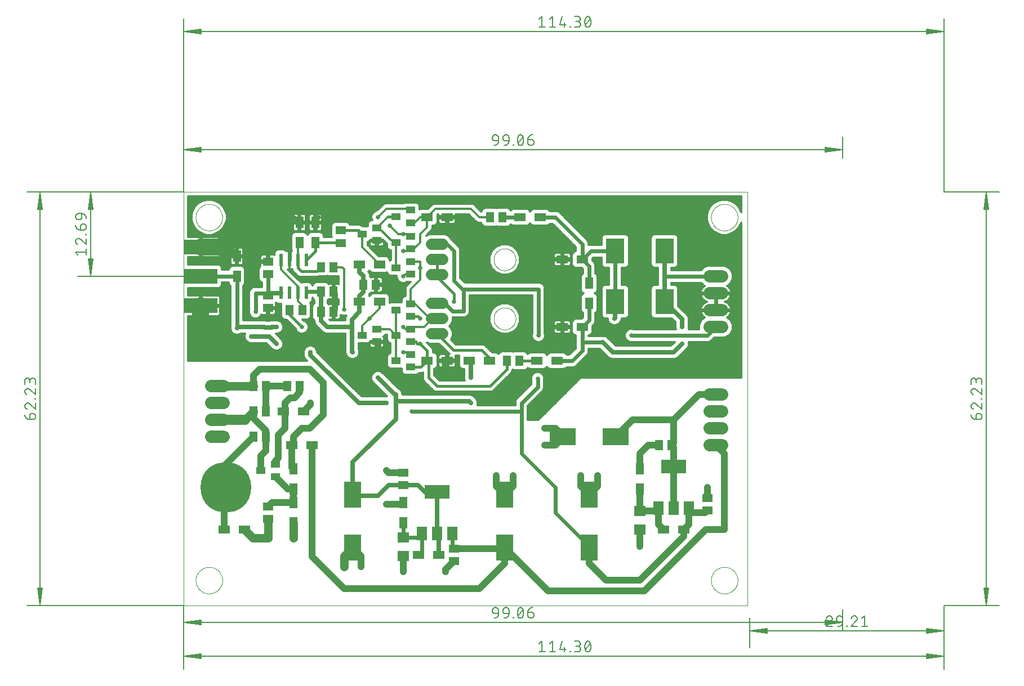
<source format=gtl>
G75*
%MOIN*%
%OFA0B0*%
%FSLAX25Y25*%
%IPPOS*%
%LPD*%
%AMOC8*
5,1,8,0,0,1.08239X$1,22.5*
%
%ADD10C,0.00000*%
%ADD11C,0.00512*%
%ADD12C,0.00600*%
%ADD13R,0.05118X0.05906*%
%ADD14R,0.05906X0.05118*%
%ADD15R,0.07087X0.04724*%
%ADD16R,0.04724X0.07087*%
%ADD17R,0.05512X0.03937*%
%ADD18C,0.06600*%
%ADD19R,0.02200X0.07800*%
%ADD20R,0.20000X0.09000*%
%ADD21R,0.15748X0.09843*%
%ADD22R,0.09843X0.15748*%
%ADD23C,0.07400*%
%ADD24R,0.07087X0.06299*%
%ADD25R,0.05906X0.07874*%
%ADD26R,0.14961X0.07874*%
%ADD27R,0.11024X0.14961*%
%ADD28C,0.30000*%
%ADD29C,0.05000*%
%ADD30C,0.03600*%
%ADD31C,0.04000*%
%ADD32C,0.02578*%
%ADD33C,0.02756*%
%ADD34C,0.02400*%
%ADD35C,0.10000*%
%ADD36C,0.01200*%
%ADD37C,0.03937*%
%ADD38C,0.01575*%
%ADD39C,0.01181*%
%ADD40C,0.02362*%
%ADD41C,0.01600*%
%ADD42C,0.05118*%
%ADD43C,0.05906*%
D10*
X0098342Y0038933D02*
X0098342Y0283894D01*
X0432043Y0283894D01*
X0432043Y0038933D01*
X0098342Y0038933D01*
X0105468Y0053933D02*
X0105470Y0054126D01*
X0105477Y0054319D01*
X0105489Y0054512D01*
X0105506Y0054705D01*
X0105527Y0054897D01*
X0105553Y0055088D01*
X0105584Y0055279D01*
X0105619Y0055469D01*
X0105659Y0055658D01*
X0105704Y0055846D01*
X0105753Y0056033D01*
X0105807Y0056219D01*
X0105865Y0056403D01*
X0105928Y0056586D01*
X0105996Y0056767D01*
X0106067Y0056946D01*
X0106144Y0057124D01*
X0106224Y0057300D01*
X0106309Y0057473D01*
X0106398Y0057645D01*
X0106491Y0057814D01*
X0106588Y0057981D01*
X0106690Y0058146D01*
X0106795Y0058308D01*
X0106904Y0058467D01*
X0107018Y0058624D01*
X0107135Y0058777D01*
X0107255Y0058928D01*
X0107380Y0059076D01*
X0107508Y0059221D01*
X0107639Y0059362D01*
X0107774Y0059501D01*
X0107913Y0059636D01*
X0108054Y0059767D01*
X0108199Y0059895D01*
X0108347Y0060020D01*
X0108498Y0060140D01*
X0108651Y0060257D01*
X0108808Y0060371D01*
X0108967Y0060480D01*
X0109129Y0060585D01*
X0109294Y0060687D01*
X0109461Y0060784D01*
X0109630Y0060877D01*
X0109802Y0060966D01*
X0109975Y0061051D01*
X0110151Y0061131D01*
X0110329Y0061208D01*
X0110508Y0061279D01*
X0110689Y0061347D01*
X0110872Y0061410D01*
X0111056Y0061468D01*
X0111242Y0061522D01*
X0111429Y0061571D01*
X0111617Y0061616D01*
X0111806Y0061656D01*
X0111996Y0061691D01*
X0112187Y0061722D01*
X0112378Y0061748D01*
X0112570Y0061769D01*
X0112763Y0061786D01*
X0112956Y0061798D01*
X0113149Y0061805D01*
X0113342Y0061807D01*
X0113535Y0061805D01*
X0113728Y0061798D01*
X0113921Y0061786D01*
X0114114Y0061769D01*
X0114306Y0061748D01*
X0114497Y0061722D01*
X0114688Y0061691D01*
X0114878Y0061656D01*
X0115067Y0061616D01*
X0115255Y0061571D01*
X0115442Y0061522D01*
X0115628Y0061468D01*
X0115812Y0061410D01*
X0115995Y0061347D01*
X0116176Y0061279D01*
X0116355Y0061208D01*
X0116533Y0061131D01*
X0116709Y0061051D01*
X0116882Y0060966D01*
X0117054Y0060877D01*
X0117223Y0060784D01*
X0117390Y0060687D01*
X0117555Y0060585D01*
X0117717Y0060480D01*
X0117876Y0060371D01*
X0118033Y0060257D01*
X0118186Y0060140D01*
X0118337Y0060020D01*
X0118485Y0059895D01*
X0118630Y0059767D01*
X0118771Y0059636D01*
X0118910Y0059501D01*
X0119045Y0059362D01*
X0119176Y0059221D01*
X0119304Y0059076D01*
X0119429Y0058928D01*
X0119549Y0058777D01*
X0119666Y0058624D01*
X0119780Y0058467D01*
X0119889Y0058308D01*
X0119994Y0058146D01*
X0120096Y0057981D01*
X0120193Y0057814D01*
X0120286Y0057645D01*
X0120375Y0057473D01*
X0120460Y0057300D01*
X0120540Y0057124D01*
X0120617Y0056946D01*
X0120688Y0056767D01*
X0120756Y0056586D01*
X0120819Y0056403D01*
X0120877Y0056219D01*
X0120931Y0056033D01*
X0120980Y0055846D01*
X0121025Y0055658D01*
X0121065Y0055469D01*
X0121100Y0055279D01*
X0121131Y0055088D01*
X0121157Y0054897D01*
X0121178Y0054705D01*
X0121195Y0054512D01*
X0121207Y0054319D01*
X0121214Y0054126D01*
X0121216Y0053933D01*
X0121214Y0053740D01*
X0121207Y0053547D01*
X0121195Y0053354D01*
X0121178Y0053161D01*
X0121157Y0052969D01*
X0121131Y0052778D01*
X0121100Y0052587D01*
X0121065Y0052397D01*
X0121025Y0052208D01*
X0120980Y0052020D01*
X0120931Y0051833D01*
X0120877Y0051647D01*
X0120819Y0051463D01*
X0120756Y0051280D01*
X0120688Y0051099D01*
X0120617Y0050920D01*
X0120540Y0050742D01*
X0120460Y0050566D01*
X0120375Y0050393D01*
X0120286Y0050221D01*
X0120193Y0050052D01*
X0120096Y0049885D01*
X0119994Y0049720D01*
X0119889Y0049558D01*
X0119780Y0049399D01*
X0119666Y0049242D01*
X0119549Y0049089D01*
X0119429Y0048938D01*
X0119304Y0048790D01*
X0119176Y0048645D01*
X0119045Y0048504D01*
X0118910Y0048365D01*
X0118771Y0048230D01*
X0118630Y0048099D01*
X0118485Y0047971D01*
X0118337Y0047846D01*
X0118186Y0047726D01*
X0118033Y0047609D01*
X0117876Y0047495D01*
X0117717Y0047386D01*
X0117555Y0047281D01*
X0117390Y0047179D01*
X0117223Y0047082D01*
X0117054Y0046989D01*
X0116882Y0046900D01*
X0116709Y0046815D01*
X0116533Y0046735D01*
X0116355Y0046658D01*
X0116176Y0046587D01*
X0115995Y0046519D01*
X0115812Y0046456D01*
X0115628Y0046398D01*
X0115442Y0046344D01*
X0115255Y0046295D01*
X0115067Y0046250D01*
X0114878Y0046210D01*
X0114688Y0046175D01*
X0114497Y0046144D01*
X0114306Y0046118D01*
X0114114Y0046097D01*
X0113921Y0046080D01*
X0113728Y0046068D01*
X0113535Y0046061D01*
X0113342Y0046059D01*
X0113149Y0046061D01*
X0112956Y0046068D01*
X0112763Y0046080D01*
X0112570Y0046097D01*
X0112378Y0046118D01*
X0112187Y0046144D01*
X0111996Y0046175D01*
X0111806Y0046210D01*
X0111617Y0046250D01*
X0111429Y0046295D01*
X0111242Y0046344D01*
X0111056Y0046398D01*
X0110872Y0046456D01*
X0110689Y0046519D01*
X0110508Y0046587D01*
X0110329Y0046658D01*
X0110151Y0046735D01*
X0109975Y0046815D01*
X0109802Y0046900D01*
X0109630Y0046989D01*
X0109461Y0047082D01*
X0109294Y0047179D01*
X0109129Y0047281D01*
X0108967Y0047386D01*
X0108808Y0047495D01*
X0108651Y0047609D01*
X0108498Y0047726D01*
X0108347Y0047846D01*
X0108199Y0047971D01*
X0108054Y0048099D01*
X0107913Y0048230D01*
X0107774Y0048365D01*
X0107639Y0048504D01*
X0107508Y0048645D01*
X0107380Y0048790D01*
X0107255Y0048938D01*
X0107135Y0049089D01*
X0107018Y0049242D01*
X0106904Y0049399D01*
X0106795Y0049558D01*
X0106690Y0049720D01*
X0106588Y0049885D01*
X0106491Y0050052D01*
X0106398Y0050221D01*
X0106309Y0050393D01*
X0106224Y0050566D01*
X0106144Y0050742D01*
X0106067Y0050920D01*
X0105996Y0051099D01*
X0105928Y0051280D01*
X0105865Y0051463D01*
X0105807Y0051647D01*
X0105753Y0051833D01*
X0105704Y0052020D01*
X0105659Y0052208D01*
X0105619Y0052397D01*
X0105584Y0052587D01*
X0105553Y0052778D01*
X0105527Y0052969D01*
X0105506Y0053161D01*
X0105489Y0053354D01*
X0105477Y0053547D01*
X0105470Y0053740D01*
X0105468Y0053933D01*
X0281842Y0208933D02*
X0281844Y0209094D01*
X0281850Y0209254D01*
X0281860Y0209415D01*
X0281874Y0209575D01*
X0281892Y0209735D01*
X0281913Y0209894D01*
X0281939Y0210053D01*
X0281969Y0210211D01*
X0282002Y0210368D01*
X0282040Y0210525D01*
X0282081Y0210680D01*
X0282126Y0210834D01*
X0282175Y0210987D01*
X0282228Y0211139D01*
X0282284Y0211290D01*
X0282345Y0211439D01*
X0282408Y0211587D01*
X0282476Y0211733D01*
X0282547Y0211877D01*
X0282621Y0212019D01*
X0282699Y0212160D01*
X0282781Y0212298D01*
X0282866Y0212435D01*
X0282954Y0212569D01*
X0283046Y0212701D01*
X0283141Y0212831D01*
X0283239Y0212959D01*
X0283340Y0213084D01*
X0283444Y0213206D01*
X0283551Y0213326D01*
X0283661Y0213443D01*
X0283774Y0213558D01*
X0283890Y0213669D01*
X0284009Y0213778D01*
X0284130Y0213883D01*
X0284254Y0213986D01*
X0284380Y0214086D01*
X0284508Y0214182D01*
X0284639Y0214275D01*
X0284773Y0214365D01*
X0284908Y0214452D01*
X0285046Y0214535D01*
X0285185Y0214615D01*
X0285327Y0214691D01*
X0285470Y0214764D01*
X0285615Y0214833D01*
X0285762Y0214899D01*
X0285910Y0214961D01*
X0286060Y0215019D01*
X0286211Y0215074D01*
X0286364Y0215125D01*
X0286518Y0215172D01*
X0286673Y0215215D01*
X0286829Y0215254D01*
X0286985Y0215290D01*
X0287143Y0215321D01*
X0287301Y0215349D01*
X0287460Y0215373D01*
X0287620Y0215393D01*
X0287780Y0215409D01*
X0287940Y0215421D01*
X0288101Y0215429D01*
X0288262Y0215433D01*
X0288422Y0215433D01*
X0288583Y0215429D01*
X0288744Y0215421D01*
X0288904Y0215409D01*
X0289064Y0215393D01*
X0289224Y0215373D01*
X0289383Y0215349D01*
X0289541Y0215321D01*
X0289699Y0215290D01*
X0289855Y0215254D01*
X0290011Y0215215D01*
X0290166Y0215172D01*
X0290320Y0215125D01*
X0290473Y0215074D01*
X0290624Y0215019D01*
X0290774Y0214961D01*
X0290922Y0214899D01*
X0291069Y0214833D01*
X0291214Y0214764D01*
X0291357Y0214691D01*
X0291499Y0214615D01*
X0291638Y0214535D01*
X0291776Y0214452D01*
X0291911Y0214365D01*
X0292045Y0214275D01*
X0292176Y0214182D01*
X0292304Y0214086D01*
X0292430Y0213986D01*
X0292554Y0213883D01*
X0292675Y0213778D01*
X0292794Y0213669D01*
X0292910Y0213558D01*
X0293023Y0213443D01*
X0293133Y0213326D01*
X0293240Y0213206D01*
X0293344Y0213084D01*
X0293445Y0212959D01*
X0293543Y0212831D01*
X0293638Y0212701D01*
X0293730Y0212569D01*
X0293818Y0212435D01*
X0293903Y0212298D01*
X0293985Y0212160D01*
X0294063Y0212019D01*
X0294137Y0211877D01*
X0294208Y0211733D01*
X0294276Y0211587D01*
X0294339Y0211439D01*
X0294400Y0211290D01*
X0294456Y0211139D01*
X0294509Y0210987D01*
X0294558Y0210834D01*
X0294603Y0210680D01*
X0294644Y0210525D01*
X0294682Y0210368D01*
X0294715Y0210211D01*
X0294745Y0210053D01*
X0294771Y0209894D01*
X0294792Y0209735D01*
X0294810Y0209575D01*
X0294824Y0209415D01*
X0294834Y0209254D01*
X0294840Y0209094D01*
X0294842Y0208933D01*
X0294840Y0208772D01*
X0294834Y0208612D01*
X0294824Y0208451D01*
X0294810Y0208291D01*
X0294792Y0208131D01*
X0294771Y0207972D01*
X0294745Y0207813D01*
X0294715Y0207655D01*
X0294682Y0207498D01*
X0294644Y0207341D01*
X0294603Y0207186D01*
X0294558Y0207032D01*
X0294509Y0206879D01*
X0294456Y0206727D01*
X0294400Y0206576D01*
X0294339Y0206427D01*
X0294276Y0206279D01*
X0294208Y0206133D01*
X0294137Y0205989D01*
X0294063Y0205847D01*
X0293985Y0205706D01*
X0293903Y0205568D01*
X0293818Y0205431D01*
X0293730Y0205297D01*
X0293638Y0205165D01*
X0293543Y0205035D01*
X0293445Y0204907D01*
X0293344Y0204782D01*
X0293240Y0204660D01*
X0293133Y0204540D01*
X0293023Y0204423D01*
X0292910Y0204308D01*
X0292794Y0204197D01*
X0292675Y0204088D01*
X0292554Y0203983D01*
X0292430Y0203880D01*
X0292304Y0203780D01*
X0292176Y0203684D01*
X0292045Y0203591D01*
X0291911Y0203501D01*
X0291776Y0203414D01*
X0291638Y0203331D01*
X0291499Y0203251D01*
X0291357Y0203175D01*
X0291214Y0203102D01*
X0291069Y0203033D01*
X0290922Y0202967D01*
X0290774Y0202905D01*
X0290624Y0202847D01*
X0290473Y0202792D01*
X0290320Y0202741D01*
X0290166Y0202694D01*
X0290011Y0202651D01*
X0289855Y0202612D01*
X0289699Y0202576D01*
X0289541Y0202545D01*
X0289383Y0202517D01*
X0289224Y0202493D01*
X0289064Y0202473D01*
X0288904Y0202457D01*
X0288744Y0202445D01*
X0288583Y0202437D01*
X0288422Y0202433D01*
X0288262Y0202433D01*
X0288101Y0202437D01*
X0287940Y0202445D01*
X0287780Y0202457D01*
X0287620Y0202473D01*
X0287460Y0202493D01*
X0287301Y0202517D01*
X0287143Y0202545D01*
X0286985Y0202576D01*
X0286829Y0202612D01*
X0286673Y0202651D01*
X0286518Y0202694D01*
X0286364Y0202741D01*
X0286211Y0202792D01*
X0286060Y0202847D01*
X0285910Y0202905D01*
X0285762Y0202967D01*
X0285615Y0203033D01*
X0285470Y0203102D01*
X0285327Y0203175D01*
X0285185Y0203251D01*
X0285046Y0203331D01*
X0284908Y0203414D01*
X0284773Y0203501D01*
X0284639Y0203591D01*
X0284508Y0203684D01*
X0284380Y0203780D01*
X0284254Y0203880D01*
X0284130Y0203983D01*
X0284009Y0204088D01*
X0283890Y0204197D01*
X0283774Y0204308D01*
X0283661Y0204423D01*
X0283551Y0204540D01*
X0283444Y0204660D01*
X0283340Y0204782D01*
X0283239Y0204907D01*
X0283141Y0205035D01*
X0283046Y0205165D01*
X0282954Y0205297D01*
X0282866Y0205431D01*
X0282781Y0205568D01*
X0282699Y0205706D01*
X0282621Y0205847D01*
X0282547Y0205989D01*
X0282476Y0206133D01*
X0282408Y0206279D01*
X0282345Y0206427D01*
X0282284Y0206576D01*
X0282228Y0206727D01*
X0282175Y0206879D01*
X0282126Y0207032D01*
X0282081Y0207186D01*
X0282040Y0207341D01*
X0282002Y0207498D01*
X0281969Y0207655D01*
X0281939Y0207813D01*
X0281913Y0207972D01*
X0281892Y0208131D01*
X0281874Y0208291D01*
X0281860Y0208451D01*
X0281850Y0208612D01*
X0281844Y0208772D01*
X0281842Y0208933D01*
X0281842Y0243933D02*
X0281844Y0244094D01*
X0281850Y0244254D01*
X0281860Y0244415D01*
X0281874Y0244575D01*
X0281892Y0244735D01*
X0281913Y0244894D01*
X0281939Y0245053D01*
X0281969Y0245211D01*
X0282002Y0245368D01*
X0282040Y0245525D01*
X0282081Y0245680D01*
X0282126Y0245834D01*
X0282175Y0245987D01*
X0282228Y0246139D01*
X0282284Y0246290D01*
X0282345Y0246439D01*
X0282408Y0246587D01*
X0282476Y0246733D01*
X0282547Y0246877D01*
X0282621Y0247019D01*
X0282699Y0247160D01*
X0282781Y0247298D01*
X0282866Y0247435D01*
X0282954Y0247569D01*
X0283046Y0247701D01*
X0283141Y0247831D01*
X0283239Y0247959D01*
X0283340Y0248084D01*
X0283444Y0248206D01*
X0283551Y0248326D01*
X0283661Y0248443D01*
X0283774Y0248558D01*
X0283890Y0248669D01*
X0284009Y0248778D01*
X0284130Y0248883D01*
X0284254Y0248986D01*
X0284380Y0249086D01*
X0284508Y0249182D01*
X0284639Y0249275D01*
X0284773Y0249365D01*
X0284908Y0249452D01*
X0285046Y0249535D01*
X0285185Y0249615D01*
X0285327Y0249691D01*
X0285470Y0249764D01*
X0285615Y0249833D01*
X0285762Y0249899D01*
X0285910Y0249961D01*
X0286060Y0250019D01*
X0286211Y0250074D01*
X0286364Y0250125D01*
X0286518Y0250172D01*
X0286673Y0250215D01*
X0286829Y0250254D01*
X0286985Y0250290D01*
X0287143Y0250321D01*
X0287301Y0250349D01*
X0287460Y0250373D01*
X0287620Y0250393D01*
X0287780Y0250409D01*
X0287940Y0250421D01*
X0288101Y0250429D01*
X0288262Y0250433D01*
X0288422Y0250433D01*
X0288583Y0250429D01*
X0288744Y0250421D01*
X0288904Y0250409D01*
X0289064Y0250393D01*
X0289224Y0250373D01*
X0289383Y0250349D01*
X0289541Y0250321D01*
X0289699Y0250290D01*
X0289855Y0250254D01*
X0290011Y0250215D01*
X0290166Y0250172D01*
X0290320Y0250125D01*
X0290473Y0250074D01*
X0290624Y0250019D01*
X0290774Y0249961D01*
X0290922Y0249899D01*
X0291069Y0249833D01*
X0291214Y0249764D01*
X0291357Y0249691D01*
X0291499Y0249615D01*
X0291638Y0249535D01*
X0291776Y0249452D01*
X0291911Y0249365D01*
X0292045Y0249275D01*
X0292176Y0249182D01*
X0292304Y0249086D01*
X0292430Y0248986D01*
X0292554Y0248883D01*
X0292675Y0248778D01*
X0292794Y0248669D01*
X0292910Y0248558D01*
X0293023Y0248443D01*
X0293133Y0248326D01*
X0293240Y0248206D01*
X0293344Y0248084D01*
X0293445Y0247959D01*
X0293543Y0247831D01*
X0293638Y0247701D01*
X0293730Y0247569D01*
X0293818Y0247435D01*
X0293903Y0247298D01*
X0293985Y0247160D01*
X0294063Y0247019D01*
X0294137Y0246877D01*
X0294208Y0246733D01*
X0294276Y0246587D01*
X0294339Y0246439D01*
X0294400Y0246290D01*
X0294456Y0246139D01*
X0294509Y0245987D01*
X0294558Y0245834D01*
X0294603Y0245680D01*
X0294644Y0245525D01*
X0294682Y0245368D01*
X0294715Y0245211D01*
X0294745Y0245053D01*
X0294771Y0244894D01*
X0294792Y0244735D01*
X0294810Y0244575D01*
X0294824Y0244415D01*
X0294834Y0244254D01*
X0294840Y0244094D01*
X0294842Y0243933D01*
X0294840Y0243772D01*
X0294834Y0243612D01*
X0294824Y0243451D01*
X0294810Y0243291D01*
X0294792Y0243131D01*
X0294771Y0242972D01*
X0294745Y0242813D01*
X0294715Y0242655D01*
X0294682Y0242498D01*
X0294644Y0242341D01*
X0294603Y0242186D01*
X0294558Y0242032D01*
X0294509Y0241879D01*
X0294456Y0241727D01*
X0294400Y0241576D01*
X0294339Y0241427D01*
X0294276Y0241279D01*
X0294208Y0241133D01*
X0294137Y0240989D01*
X0294063Y0240847D01*
X0293985Y0240706D01*
X0293903Y0240568D01*
X0293818Y0240431D01*
X0293730Y0240297D01*
X0293638Y0240165D01*
X0293543Y0240035D01*
X0293445Y0239907D01*
X0293344Y0239782D01*
X0293240Y0239660D01*
X0293133Y0239540D01*
X0293023Y0239423D01*
X0292910Y0239308D01*
X0292794Y0239197D01*
X0292675Y0239088D01*
X0292554Y0238983D01*
X0292430Y0238880D01*
X0292304Y0238780D01*
X0292176Y0238684D01*
X0292045Y0238591D01*
X0291911Y0238501D01*
X0291776Y0238414D01*
X0291638Y0238331D01*
X0291499Y0238251D01*
X0291357Y0238175D01*
X0291214Y0238102D01*
X0291069Y0238033D01*
X0290922Y0237967D01*
X0290774Y0237905D01*
X0290624Y0237847D01*
X0290473Y0237792D01*
X0290320Y0237741D01*
X0290166Y0237694D01*
X0290011Y0237651D01*
X0289855Y0237612D01*
X0289699Y0237576D01*
X0289541Y0237545D01*
X0289383Y0237517D01*
X0289224Y0237493D01*
X0289064Y0237473D01*
X0288904Y0237457D01*
X0288744Y0237445D01*
X0288583Y0237437D01*
X0288422Y0237433D01*
X0288262Y0237433D01*
X0288101Y0237437D01*
X0287940Y0237445D01*
X0287780Y0237457D01*
X0287620Y0237473D01*
X0287460Y0237493D01*
X0287301Y0237517D01*
X0287143Y0237545D01*
X0286985Y0237576D01*
X0286829Y0237612D01*
X0286673Y0237651D01*
X0286518Y0237694D01*
X0286364Y0237741D01*
X0286211Y0237792D01*
X0286060Y0237847D01*
X0285910Y0237905D01*
X0285762Y0237967D01*
X0285615Y0238033D01*
X0285470Y0238102D01*
X0285327Y0238175D01*
X0285185Y0238251D01*
X0285046Y0238331D01*
X0284908Y0238414D01*
X0284773Y0238501D01*
X0284639Y0238591D01*
X0284508Y0238684D01*
X0284380Y0238780D01*
X0284254Y0238880D01*
X0284130Y0238983D01*
X0284009Y0239088D01*
X0283890Y0239197D01*
X0283774Y0239308D01*
X0283661Y0239423D01*
X0283551Y0239540D01*
X0283444Y0239660D01*
X0283340Y0239782D01*
X0283239Y0239907D01*
X0283141Y0240035D01*
X0283046Y0240165D01*
X0282954Y0240297D01*
X0282866Y0240431D01*
X0282781Y0240568D01*
X0282699Y0240706D01*
X0282621Y0240847D01*
X0282547Y0240989D01*
X0282476Y0241133D01*
X0282408Y0241279D01*
X0282345Y0241427D01*
X0282284Y0241576D01*
X0282228Y0241727D01*
X0282175Y0241879D01*
X0282126Y0242032D01*
X0282081Y0242186D01*
X0282040Y0242341D01*
X0282002Y0242498D01*
X0281969Y0242655D01*
X0281939Y0242813D01*
X0281913Y0242972D01*
X0281892Y0243131D01*
X0281874Y0243291D01*
X0281860Y0243451D01*
X0281850Y0243612D01*
X0281844Y0243772D01*
X0281842Y0243933D01*
X0410468Y0268933D02*
X0410470Y0269126D01*
X0410477Y0269319D01*
X0410489Y0269512D01*
X0410506Y0269705D01*
X0410527Y0269897D01*
X0410553Y0270088D01*
X0410584Y0270279D01*
X0410619Y0270469D01*
X0410659Y0270658D01*
X0410704Y0270846D01*
X0410753Y0271033D01*
X0410807Y0271219D01*
X0410865Y0271403D01*
X0410928Y0271586D01*
X0410996Y0271767D01*
X0411067Y0271946D01*
X0411144Y0272124D01*
X0411224Y0272300D01*
X0411309Y0272473D01*
X0411398Y0272645D01*
X0411491Y0272814D01*
X0411588Y0272981D01*
X0411690Y0273146D01*
X0411795Y0273308D01*
X0411904Y0273467D01*
X0412018Y0273624D01*
X0412135Y0273777D01*
X0412255Y0273928D01*
X0412380Y0274076D01*
X0412508Y0274221D01*
X0412639Y0274362D01*
X0412774Y0274501D01*
X0412913Y0274636D01*
X0413054Y0274767D01*
X0413199Y0274895D01*
X0413347Y0275020D01*
X0413498Y0275140D01*
X0413651Y0275257D01*
X0413808Y0275371D01*
X0413967Y0275480D01*
X0414129Y0275585D01*
X0414294Y0275687D01*
X0414461Y0275784D01*
X0414630Y0275877D01*
X0414802Y0275966D01*
X0414975Y0276051D01*
X0415151Y0276131D01*
X0415329Y0276208D01*
X0415508Y0276279D01*
X0415689Y0276347D01*
X0415872Y0276410D01*
X0416056Y0276468D01*
X0416242Y0276522D01*
X0416429Y0276571D01*
X0416617Y0276616D01*
X0416806Y0276656D01*
X0416996Y0276691D01*
X0417187Y0276722D01*
X0417378Y0276748D01*
X0417570Y0276769D01*
X0417763Y0276786D01*
X0417956Y0276798D01*
X0418149Y0276805D01*
X0418342Y0276807D01*
X0418535Y0276805D01*
X0418728Y0276798D01*
X0418921Y0276786D01*
X0419114Y0276769D01*
X0419306Y0276748D01*
X0419497Y0276722D01*
X0419688Y0276691D01*
X0419878Y0276656D01*
X0420067Y0276616D01*
X0420255Y0276571D01*
X0420442Y0276522D01*
X0420628Y0276468D01*
X0420812Y0276410D01*
X0420995Y0276347D01*
X0421176Y0276279D01*
X0421355Y0276208D01*
X0421533Y0276131D01*
X0421709Y0276051D01*
X0421882Y0275966D01*
X0422054Y0275877D01*
X0422223Y0275784D01*
X0422390Y0275687D01*
X0422555Y0275585D01*
X0422717Y0275480D01*
X0422876Y0275371D01*
X0423033Y0275257D01*
X0423186Y0275140D01*
X0423337Y0275020D01*
X0423485Y0274895D01*
X0423630Y0274767D01*
X0423771Y0274636D01*
X0423910Y0274501D01*
X0424045Y0274362D01*
X0424176Y0274221D01*
X0424304Y0274076D01*
X0424429Y0273928D01*
X0424549Y0273777D01*
X0424666Y0273624D01*
X0424780Y0273467D01*
X0424889Y0273308D01*
X0424994Y0273146D01*
X0425096Y0272981D01*
X0425193Y0272814D01*
X0425286Y0272645D01*
X0425375Y0272473D01*
X0425460Y0272300D01*
X0425540Y0272124D01*
X0425617Y0271946D01*
X0425688Y0271767D01*
X0425756Y0271586D01*
X0425819Y0271403D01*
X0425877Y0271219D01*
X0425931Y0271033D01*
X0425980Y0270846D01*
X0426025Y0270658D01*
X0426065Y0270469D01*
X0426100Y0270279D01*
X0426131Y0270088D01*
X0426157Y0269897D01*
X0426178Y0269705D01*
X0426195Y0269512D01*
X0426207Y0269319D01*
X0426214Y0269126D01*
X0426216Y0268933D01*
X0426214Y0268740D01*
X0426207Y0268547D01*
X0426195Y0268354D01*
X0426178Y0268161D01*
X0426157Y0267969D01*
X0426131Y0267778D01*
X0426100Y0267587D01*
X0426065Y0267397D01*
X0426025Y0267208D01*
X0425980Y0267020D01*
X0425931Y0266833D01*
X0425877Y0266647D01*
X0425819Y0266463D01*
X0425756Y0266280D01*
X0425688Y0266099D01*
X0425617Y0265920D01*
X0425540Y0265742D01*
X0425460Y0265566D01*
X0425375Y0265393D01*
X0425286Y0265221D01*
X0425193Y0265052D01*
X0425096Y0264885D01*
X0424994Y0264720D01*
X0424889Y0264558D01*
X0424780Y0264399D01*
X0424666Y0264242D01*
X0424549Y0264089D01*
X0424429Y0263938D01*
X0424304Y0263790D01*
X0424176Y0263645D01*
X0424045Y0263504D01*
X0423910Y0263365D01*
X0423771Y0263230D01*
X0423630Y0263099D01*
X0423485Y0262971D01*
X0423337Y0262846D01*
X0423186Y0262726D01*
X0423033Y0262609D01*
X0422876Y0262495D01*
X0422717Y0262386D01*
X0422555Y0262281D01*
X0422390Y0262179D01*
X0422223Y0262082D01*
X0422054Y0261989D01*
X0421882Y0261900D01*
X0421709Y0261815D01*
X0421533Y0261735D01*
X0421355Y0261658D01*
X0421176Y0261587D01*
X0420995Y0261519D01*
X0420812Y0261456D01*
X0420628Y0261398D01*
X0420442Y0261344D01*
X0420255Y0261295D01*
X0420067Y0261250D01*
X0419878Y0261210D01*
X0419688Y0261175D01*
X0419497Y0261144D01*
X0419306Y0261118D01*
X0419114Y0261097D01*
X0418921Y0261080D01*
X0418728Y0261068D01*
X0418535Y0261061D01*
X0418342Y0261059D01*
X0418149Y0261061D01*
X0417956Y0261068D01*
X0417763Y0261080D01*
X0417570Y0261097D01*
X0417378Y0261118D01*
X0417187Y0261144D01*
X0416996Y0261175D01*
X0416806Y0261210D01*
X0416617Y0261250D01*
X0416429Y0261295D01*
X0416242Y0261344D01*
X0416056Y0261398D01*
X0415872Y0261456D01*
X0415689Y0261519D01*
X0415508Y0261587D01*
X0415329Y0261658D01*
X0415151Y0261735D01*
X0414975Y0261815D01*
X0414802Y0261900D01*
X0414630Y0261989D01*
X0414461Y0262082D01*
X0414294Y0262179D01*
X0414129Y0262281D01*
X0413967Y0262386D01*
X0413808Y0262495D01*
X0413651Y0262609D01*
X0413498Y0262726D01*
X0413347Y0262846D01*
X0413199Y0262971D01*
X0413054Y0263099D01*
X0412913Y0263230D01*
X0412774Y0263365D01*
X0412639Y0263504D01*
X0412508Y0263645D01*
X0412380Y0263790D01*
X0412255Y0263938D01*
X0412135Y0264089D01*
X0412018Y0264242D01*
X0411904Y0264399D01*
X0411795Y0264558D01*
X0411690Y0264720D01*
X0411588Y0264885D01*
X0411491Y0265052D01*
X0411398Y0265221D01*
X0411309Y0265393D01*
X0411224Y0265566D01*
X0411144Y0265742D01*
X0411067Y0265920D01*
X0410996Y0266099D01*
X0410928Y0266280D01*
X0410865Y0266463D01*
X0410807Y0266647D01*
X0410753Y0266833D01*
X0410704Y0267020D01*
X0410659Y0267208D01*
X0410619Y0267397D01*
X0410584Y0267587D01*
X0410553Y0267778D01*
X0410527Y0267969D01*
X0410506Y0268161D01*
X0410489Y0268354D01*
X0410477Y0268547D01*
X0410470Y0268740D01*
X0410468Y0268933D01*
X0105468Y0268933D02*
X0105470Y0269126D01*
X0105477Y0269319D01*
X0105489Y0269512D01*
X0105506Y0269705D01*
X0105527Y0269897D01*
X0105553Y0270088D01*
X0105584Y0270279D01*
X0105619Y0270469D01*
X0105659Y0270658D01*
X0105704Y0270846D01*
X0105753Y0271033D01*
X0105807Y0271219D01*
X0105865Y0271403D01*
X0105928Y0271586D01*
X0105996Y0271767D01*
X0106067Y0271946D01*
X0106144Y0272124D01*
X0106224Y0272300D01*
X0106309Y0272473D01*
X0106398Y0272645D01*
X0106491Y0272814D01*
X0106588Y0272981D01*
X0106690Y0273146D01*
X0106795Y0273308D01*
X0106904Y0273467D01*
X0107018Y0273624D01*
X0107135Y0273777D01*
X0107255Y0273928D01*
X0107380Y0274076D01*
X0107508Y0274221D01*
X0107639Y0274362D01*
X0107774Y0274501D01*
X0107913Y0274636D01*
X0108054Y0274767D01*
X0108199Y0274895D01*
X0108347Y0275020D01*
X0108498Y0275140D01*
X0108651Y0275257D01*
X0108808Y0275371D01*
X0108967Y0275480D01*
X0109129Y0275585D01*
X0109294Y0275687D01*
X0109461Y0275784D01*
X0109630Y0275877D01*
X0109802Y0275966D01*
X0109975Y0276051D01*
X0110151Y0276131D01*
X0110329Y0276208D01*
X0110508Y0276279D01*
X0110689Y0276347D01*
X0110872Y0276410D01*
X0111056Y0276468D01*
X0111242Y0276522D01*
X0111429Y0276571D01*
X0111617Y0276616D01*
X0111806Y0276656D01*
X0111996Y0276691D01*
X0112187Y0276722D01*
X0112378Y0276748D01*
X0112570Y0276769D01*
X0112763Y0276786D01*
X0112956Y0276798D01*
X0113149Y0276805D01*
X0113342Y0276807D01*
X0113535Y0276805D01*
X0113728Y0276798D01*
X0113921Y0276786D01*
X0114114Y0276769D01*
X0114306Y0276748D01*
X0114497Y0276722D01*
X0114688Y0276691D01*
X0114878Y0276656D01*
X0115067Y0276616D01*
X0115255Y0276571D01*
X0115442Y0276522D01*
X0115628Y0276468D01*
X0115812Y0276410D01*
X0115995Y0276347D01*
X0116176Y0276279D01*
X0116355Y0276208D01*
X0116533Y0276131D01*
X0116709Y0276051D01*
X0116882Y0275966D01*
X0117054Y0275877D01*
X0117223Y0275784D01*
X0117390Y0275687D01*
X0117555Y0275585D01*
X0117717Y0275480D01*
X0117876Y0275371D01*
X0118033Y0275257D01*
X0118186Y0275140D01*
X0118337Y0275020D01*
X0118485Y0274895D01*
X0118630Y0274767D01*
X0118771Y0274636D01*
X0118910Y0274501D01*
X0119045Y0274362D01*
X0119176Y0274221D01*
X0119304Y0274076D01*
X0119429Y0273928D01*
X0119549Y0273777D01*
X0119666Y0273624D01*
X0119780Y0273467D01*
X0119889Y0273308D01*
X0119994Y0273146D01*
X0120096Y0272981D01*
X0120193Y0272814D01*
X0120286Y0272645D01*
X0120375Y0272473D01*
X0120460Y0272300D01*
X0120540Y0272124D01*
X0120617Y0271946D01*
X0120688Y0271767D01*
X0120756Y0271586D01*
X0120819Y0271403D01*
X0120877Y0271219D01*
X0120931Y0271033D01*
X0120980Y0270846D01*
X0121025Y0270658D01*
X0121065Y0270469D01*
X0121100Y0270279D01*
X0121131Y0270088D01*
X0121157Y0269897D01*
X0121178Y0269705D01*
X0121195Y0269512D01*
X0121207Y0269319D01*
X0121214Y0269126D01*
X0121216Y0268933D01*
X0121214Y0268740D01*
X0121207Y0268547D01*
X0121195Y0268354D01*
X0121178Y0268161D01*
X0121157Y0267969D01*
X0121131Y0267778D01*
X0121100Y0267587D01*
X0121065Y0267397D01*
X0121025Y0267208D01*
X0120980Y0267020D01*
X0120931Y0266833D01*
X0120877Y0266647D01*
X0120819Y0266463D01*
X0120756Y0266280D01*
X0120688Y0266099D01*
X0120617Y0265920D01*
X0120540Y0265742D01*
X0120460Y0265566D01*
X0120375Y0265393D01*
X0120286Y0265221D01*
X0120193Y0265052D01*
X0120096Y0264885D01*
X0119994Y0264720D01*
X0119889Y0264558D01*
X0119780Y0264399D01*
X0119666Y0264242D01*
X0119549Y0264089D01*
X0119429Y0263938D01*
X0119304Y0263790D01*
X0119176Y0263645D01*
X0119045Y0263504D01*
X0118910Y0263365D01*
X0118771Y0263230D01*
X0118630Y0263099D01*
X0118485Y0262971D01*
X0118337Y0262846D01*
X0118186Y0262726D01*
X0118033Y0262609D01*
X0117876Y0262495D01*
X0117717Y0262386D01*
X0117555Y0262281D01*
X0117390Y0262179D01*
X0117223Y0262082D01*
X0117054Y0261989D01*
X0116882Y0261900D01*
X0116709Y0261815D01*
X0116533Y0261735D01*
X0116355Y0261658D01*
X0116176Y0261587D01*
X0115995Y0261519D01*
X0115812Y0261456D01*
X0115628Y0261398D01*
X0115442Y0261344D01*
X0115255Y0261295D01*
X0115067Y0261250D01*
X0114878Y0261210D01*
X0114688Y0261175D01*
X0114497Y0261144D01*
X0114306Y0261118D01*
X0114114Y0261097D01*
X0113921Y0261080D01*
X0113728Y0261068D01*
X0113535Y0261061D01*
X0113342Y0261059D01*
X0113149Y0261061D01*
X0112956Y0261068D01*
X0112763Y0261080D01*
X0112570Y0261097D01*
X0112378Y0261118D01*
X0112187Y0261144D01*
X0111996Y0261175D01*
X0111806Y0261210D01*
X0111617Y0261250D01*
X0111429Y0261295D01*
X0111242Y0261344D01*
X0111056Y0261398D01*
X0110872Y0261456D01*
X0110689Y0261519D01*
X0110508Y0261587D01*
X0110329Y0261658D01*
X0110151Y0261735D01*
X0109975Y0261815D01*
X0109802Y0261900D01*
X0109630Y0261989D01*
X0109461Y0262082D01*
X0109294Y0262179D01*
X0109129Y0262281D01*
X0108967Y0262386D01*
X0108808Y0262495D01*
X0108651Y0262609D01*
X0108498Y0262726D01*
X0108347Y0262846D01*
X0108199Y0262971D01*
X0108054Y0263099D01*
X0107913Y0263230D01*
X0107774Y0263365D01*
X0107639Y0263504D01*
X0107508Y0263645D01*
X0107380Y0263790D01*
X0107255Y0263938D01*
X0107135Y0264089D01*
X0107018Y0264242D01*
X0106904Y0264399D01*
X0106795Y0264558D01*
X0106690Y0264720D01*
X0106588Y0264885D01*
X0106491Y0265052D01*
X0106398Y0265221D01*
X0106309Y0265393D01*
X0106224Y0265566D01*
X0106144Y0265742D01*
X0106067Y0265920D01*
X0105996Y0266099D01*
X0105928Y0266280D01*
X0105865Y0266463D01*
X0105807Y0266647D01*
X0105753Y0266833D01*
X0105704Y0267020D01*
X0105659Y0267208D01*
X0105619Y0267397D01*
X0105584Y0267587D01*
X0105553Y0267778D01*
X0105527Y0267969D01*
X0105506Y0268161D01*
X0105489Y0268354D01*
X0105477Y0268547D01*
X0105470Y0268740D01*
X0105468Y0268933D01*
X0098342Y0255933D02*
X0098342Y0211933D01*
X0410468Y0053933D02*
X0410470Y0054126D01*
X0410477Y0054319D01*
X0410489Y0054512D01*
X0410506Y0054705D01*
X0410527Y0054897D01*
X0410553Y0055088D01*
X0410584Y0055279D01*
X0410619Y0055469D01*
X0410659Y0055658D01*
X0410704Y0055846D01*
X0410753Y0056033D01*
X0410807Y0056219D01*
X0410865Y0056403D01*
X0410928Y0056586D01*
X0410996Y0056767D01*
X0411067Y0056946D01*
X0411144Y0057124D01*
X0411224Y0057300D01*
X0411309Y0057473D01*
X0411398Y0057645D01*
X0411491Y0057814D01*
X0411588Y0057981D01*
X0411690Y0058146D01*
X0411795Y0058308D01*
X0411904Y0058467D01*
X0412018Y0058624D01*
X0412135Y0058777D01*
X0412255Y0058928D01*
X0412380Y0059076D01*
X0412508Y0059221D01*
X0412639Y0059362D01*
X0412774Y0059501D01*
X0412913Y0059636D01*
X0413054Y0059767D01*
X0413199Y0059895D01*
X0413347Y0060020D01*
X0413498Y0060140D01*
X0413651Y0060257D01*
X0413808Y0060371D01*
X0413967Y0060480D01*
X0414129Y0060585D01*
X0414294Y0060687D01*
X0414461Y0060784D01*
X0414630Y0060877D01*
X0414802Y0060966D01*
X0414975Y0061051D01*
X0415151Y0061131D01*
X0415329Y0061208D01*
X0415508Y0061279D01*
X0415689Y0061347D01*
X0415872Y0061410D01*
X0416056Y0061468D01*
X0416242Y0061522D01*
X0416429Y0061571D01*
X0416617Y0061616D01*
X0416806Y0061656D01*
X0416996Y0061691D01*
X0417187Y0061722D01*
X0417378Y0061748D01*
X0417570Y0061769D01*
X0417763Y0061786D01*
X0417956Y0061798D01*
X0418149Y0061805D01*
X0418342Y0061807D01*
X0418535Y0061805D01*
X0418728Y0061798D01*
X0418921Y0061786D01*
X0419114Y0061769D01*
X0419306Y0061748D01*
X0419497Y0061722D01*
X0419688Y0061691D01*
X0419878Y0061656D01*
X0420067Y0061616D01*
X0420255Y0061571D01*
X0420442Y0061522D01*
X0420628Y0061468D01*
X0420812Y0061410D01*
X0420995Y0061347D01*
X0421176Y0061279D01*
X0421355Y0061208D01*
X0421533Y0061131D01*
X0421709Y0061051D01*
X0421882Y0060966D01*
X0422054Y0060877D01*
X0422223Y0060784D01*
X0422390Y0060687D01*
X0422555Y0060585D01*
X0422717Y0060480D01*
X0422876Y0060371D01*
X0423033Y0060257D01*
X0423186Y0060140D01*
X0423337Y0060020D01*
X0423485Y0059895D01*
X0423630Y0059767D01*
X0423771Y0059636D01*
X0423910Y0059501D01*
X0424045Y0059362D01*
X0424176Y0059221D01*
X0424304Y0059076D01*
X0424429Y0058928D01*
X0424549Y0058777D01*
X0424666Y0058624D01*
X0424780Y0058467D01*
X0424889Y0058308D01*
X0424994Y0058146D01*
X0425096Y0057981D01*
X0425193Y0057814D01*
X0425286Y0057645D01*
X0425375Y0057473D01*
X0425460Y0057300D01*
X0425540Y0057124D01*
X0425617Y0056946D01*
X0425688Y0056767D01*
X0425756Y0056586D01*
X0425819Y0056403D01*
X0425877Y0056219D01*
X0425931Y0056033D01*
X0425980Y0055846D01*
X0426025Y0055658D01*
X0426065Y0055469D01*
X0426100Y0055279D01*
X0426131Y0055088D01*
X0426157Y0054897D01*
X0426178Y0054705D01*
X0426195Y0054512D01*
X0426207Y0054319D01*
X0426214Y0054126D01*
X0426216Y0053933D01*
X0426214Y0053740D01*
X0426207Y0053547D01*
X0426195Y0053354D01*
X0426178Y0053161D01*
X0426157Y0052969D01*
X0426131Y0052778D01*
X0426100Y0052587D01*
X0426065Y0052397D01*
X0426025Y0052208D01*
X0425980Y0052020D01*
X0425931Y0051833D01*
X0425877Y0051647D01*
X0425819Y0051463D01*
X0425756Y0051280D01*
X0425688Y0051099D01*
X0425617Y0050920D01*
X0425540Y0050742D01*
X0425460Y0050566D01*
X0425375Y0050393D01*
X0425286Y0050221D01*
X0425193Y0050052D01*
X0425096Y0049885D01*
X0424994Y0049720D01*
X0424889Y0049558D01*
X0424780Y0049399D01*
X0424666Y0049242D01*
X0424549Y0049089D01*
X0424429Y0048938D01*
X0424304Y0048790D01*
X0424176Y0048645D01*
X0424045Y0048504D01*
X0423910Y0048365D01*
X0423771Y0048230D01*
X0423630Y0048099D01*
X0423485Y0047971D01*
X0423337Y0047846D01*
X0423186Y0047726D01*
X0423033Y0047609D01*
X0422876Y0047495D01*
X0422717Y0047386D01*
X0422555Y0047281D01*
X0422390Y0047179D01*
X0422223Y0047082D01*
X0422054Y0046989D01*
X0421882Y0046900D01*
X0421709Y0046815D01*
X0421533Y0046735D01*
X0421355Y0046658D01*
X0421176Y0046587D01*
X0420995Y0046519D01*
X0420812Y0046456D01*
X0420628Y0046398D01*
X0420442Y0046344D01*
X0420255Y0046295D01*
X0420067Y0046250D01*
X0419878Y0046210D01*
X0419688Y0046175D01*
X0419497Y0046144D01*
X0419306Y0046118D01*
X0419114Y0046097D01*
X0418921Y0046080D01*
X0418728Y0046068D01*
X0418535Y0046061D01*
X0418342Y0046059D01*
X0418149Y0046061D01*
X0417956Y0046068D01*
X0417763Y0046080D01*
X0417570Y0046097D01*
X0417378Y0046118D01*
X0417187Y0046144D01*
X0416996Y0046175D01*
X0416806Y0046210D01*
X0416617Y0046250D01*
X0416429Y0046295D01*
X0416242Y0046344D01*
X0416056Y0046398D01*
X0415872Y0046456D01*
X0415689Y0046519D01*
X0415508Y0046587D01*
X0415329Y0046658D01*
X0415151Y0046735D01*
X0414975Y0046815D01*
X0414802Y0046900D01*
X0414630Y0046989D01*
X0414461Y0047082D01*
X0414294Y0047179D01*
X0414129Y0047281D01*
X0413967Y0047386D01*
X0413808Y0047495D01*
X0413651Y0047609D01*
X0413498Y0047726D01*
X0413347Y0047846D01*
X0413199Y0047971D01*
X0413054Y0048099D01*
X0412913Y0048230D01*
X0412774Y0048365D01*
X0412639Y0048504D01*
X0412508Y0048645D01*
X0412380Y0048790D01*
X0412255Y0048938D01*
X0412135Y0049089D01*
X0412018Y0049242D01*
X0411904Y0049399D01*
X0411795Y0049558D01*
X0411690Y0049720D01*
X0411588Y0049885D01*
X0411491Y0050052D01*
X0411398Y0050221D01*
X0411309Y0050393D01*
X0411224Y0050566D01*
X0411144Y0050742D01*
X0411067Y0050920D01*
X0410996Y0051099D01*
X0410928Y0051280D01*
X0410865Y0051463D01*
X0410807Y0051647D01*
X0410753Y0051833D01*
X0410704Y0052020D01*
X0410659Y0052208D01*
X0410619Y0052397D01*
X0410584Y0052587D01*
X0410553Y0052778D01*
X0410527Y0052969D01*
X0410506Y0053161D01*
X0410489Y0053354D01*
X0410477Y0053547D01*
X0410470Y0053740D01*
X0410468Y0053933D01*
D11*
X0098342Y0038933D02*
X0005665Y0038933D01*
X0013342Y0039189D02*
X0014365Y0049169D01*
X0014599Y0049169D02*
X0013342Y0039189D01*
X0012318Y0049169D01*
X0012085Y0049169D02*
X0014599Y0049169D01*
X0013854Y0049169D02*
X0013342Y0039189D01*
X0012830Y0049169D01*
X0012085Y0049169D02*
X0013342Y0039189D01*
X0013342Y0283677D01*
X0014365Y0273697D01*
X0014599Y0273697D02*
X0013342Y0283677D01*
X0012318Y0273697D01*
X0012085Y0273697D02*
X0014599Y0273697D01*
X0013854Y0273697D02*
X0013342Y0283677D01*
X0012830Y0273697D01*
X0012085Y0273697D02*
X0013342Y0283677D01*
X0005665Y0283933D02*
X0098342Y0283933D01*
X0098342Y0386610D01*
X0098598Y0378933D02*
X0108578Y0377909D01*
X0108578Y0377676D02*
X0098598Y0378933D01*
X0108578Y0379957D01*
X0108578Y0380190D02*
X0108578Y0377676D01*
X0108578Y0378421D02*
X0098598Y0378933D01*
X0108578Y0379445D01*
X0108578Y0380190D02*
X0098598Y0378933D01*
X0548086Y0378933D01*
X0538106Y0377909D01*
X0538106Y0377676D02*
X0548086Y0378933D01*
X0538106Y0379957D01*
X0538106Y0380190D02*
X0538106Y0377676D01*
X0538106Y0378421D02*
X0548086Y0378933D01*
X0538106Y0379445D01*
X0538106Y0380190D02*
X0548086Y0378933D01*
X0548342Y0386610D02*
X0548342Y0283933D01*
X0581019Y0283933D01*
X0573342Y0283677D02*
X0574365Y0273697D01*
X0574599Y0273697D02*
X0573342Y0283677D01*
X0572318Y0273697D01*
X0572085Y0273697D02*
X0574599Y0273697D01*
X0573854Y0273697D02*
X0573342Y0283677D01*
X0572830Y0273697D01*
X0572085Y0273697D02*
X0573342Y0283677D01*
X0573342Y0039189D01*
X0574365Y0049169D01*
X0574599Y0049169D02*
X0573342Y0039189D01*
X0572318Y0049169D01*
X0572085Y0049169D02*
X0574599Y0049169D01*
X0573854Y0049169D02*
X0573342Y0039189D01*
X0572830Y0049169D01*
X0572085Y0049169D02*
X0573342Y0039189D01*
X0581019Y0038933D02*
X0548342Y0038933D01*
X0548342Y0001256D01*
X0548086Y0008933D02*
X0538106Y0007909D01*
X0538106Y0007676D02*
X0538106Y0010190D01*
X0548086Y0008933D01*
X0538106Y0009957D01*
X0538106Y0009445D02*
X0548086Y0008933D01*
X0538106Y0008421D01*
X0538106Y0007676D02*
X0548086Y0008933D01*
X0098598Y0008933D01*
X0108578Y0007909D01*
X0108578Y0007676D02*
X0108578Y0010190D01*
X0098598Y0008933D01*
X0108578Y0009957D01*
X0108578Y0009445D02*
X0098598Y0008933D01*
X0108578Y0008421D01*
X0108578Y0007676D02*
X0098598Y0008933D01*
X0098342Y0001256D02*
X0098342Y0038933D01*
X0098342Y0033933D02*
X0098342Y0021256D01*
X0098598Y0028933D02*
X0108578Y0027909D01*
X0108578Y0027676D02*
X0098598Y0028933D01*
X0108578Y0029957D01*
X0108578Y0030190D02*
X0108578Y0027676D01*
X0108578Y0028421D02*
X0098598Y0028933D01*
X0108578Y0029445D01*
X0108578Y0030190D02*
X0098598Y0028933D01*
X0488086Y0028933D01*
X0478106Y0027909D01*
X0478106Y0027676D02*
X0488086Y0028933D01*
X0478106Y0029957D01*
X0478106Y0030190D02*
X0478106Y0027676D01*
X0478106Y0028421D02*
X0488086Y0028933D01*
X0478106Y0029445D01*
X0478106Y0030190D02*
X0488086Y0028933D01*
X0488342Y0023933D02*
X0488342Y0036610D01*
X0443578Y0025190D02*
X0443578Y0022676D01*
X0433598Y0023933D01*
X0443578Y0022909D01*
X0443578Y0023421D02*
X0433598Y0023933D01*
X0443578Y0024957D01*
X0443578Y0025190D02*
X0433598Y0023933D01*
X0443578Y0024445D01*
X0433598Y0023933D02*
X0548086Y0023933D01*
X0538106Y0022909D01*
X0538106Y0022676D02*
X0548086Y0023933D01*
X0538106Y0024957D01*
X0538106Y0025190D02*
X0538106Y0022676D01*
X0538106Y0023421D02*
X0548086Y0023933D01*
X0538106Y0024445D01*
X0538106Y0025190D02*
X0548086Y0023933D01*
X0548342Y0031610D02*
X0548342Y0013933D01*
X0433342Y0013933D02*
X0433342Y0031610D01*
X0098342Y0233933D02*
X0035665Y0233933D01*
X0043342Y0234189D02*
X0044365Y0244169D01*
X0044599Y0244169D02*
X0043342Y0234189D01*
X0042318Y0244169D01*
X0042085Y0244169D02*
X0044599Y0244169D01*
X0043854Y0244169D02*
X0043342Y0234189D01*
X0042830Y0244169D01*
X0042085Y0244169D02*
X0043342Y0234189D01*
X0043342Y0283638D01*
X0044365Y0273657D01*
X0044599Y0273657D02*
X0043342Y0283638D01*
X0042318Y0273657D01*
X0042085Y0273657D02*
X0044599Y0273657D01*
X0043854Y0273657D02*
X0043342Y0283638D01*
X0042830Y0273657D01*
X0042085Y0273657D02*
X0043342Y0283638D01*
X0035665Y0283894D02*
X0098342Y0283894D01*
X0098342Y0293933D02*
X0098342Y0316610D01*
X0098598Y0308933D02*
X0108578Y0307909D01*
X0108578Y0307676D02*
X0098598Y0308933D01*
X0108578Y0309957D01*
X0108578Y0310190D02*
X0108578Y0307676D01*
X0108578Y0308421D02*
X0098598Y0308933D01*
X0108578Y0309445D01*
X0108578Y0310190D02*
X0098598Y0308933D01*
X0488086Y0308933D01*
X0478106Y0307909D01*
X0478106Y0307676D02*
X0488086Y0308933D01*
X0478106Y0309957D01*
X0478106Y0310190D02*
X0478106Y0307676D01*
X0478106Y0308421D02*
X0488086Y0308933D01*
X0478106Y0309445D01*
X0478106Y0310190D02*
X0488086Y0308933D01*
X0488342Y0303933D02*
X0488342Y0316610D01*
D12*
X0336300Y0382384D02*
X0336240Y0382511D01*
X0336184Y0382640D01*
X0336131Y0382770D01*
X0336081Y0382902D01*
X0336035Y0383035D01*
X0335993Y0383169D01*
X0335954Y0383304D01*
X0335918Y0383441D01*
X0335887Y0383578D01*
X0335859Y0383716D01*
X0335834Y0383854D01*
X0335814Y0383993D01*
X0335797Y0384133D01*
X0335784Y0384273D01*
X0335775Y0384414D01*
X0335769Y0384554D01*
X0335767Y0384695D01*
X0339322Y0384695D02*
X0339320Y0384836D01*
X0339314Y0384976D01*
X0339305Y0385117D01*
X0339292Y0385257D01*
X0339275Y0385397D01*
X0339255Y0385536D01*
X0339230Y0385674D01*
X0339202Y0385812D01*
X0339171Y0385949D01*
X0339135Y0386086D01*
X0339096Y0386221D01*
X0339054Y0386355D01*
X0339008Y0386488D01*
X0338958Y0386620D01*
X0338905Y0386750D01*
X0338849Y0386879D01*
X0338789Y0387006D01*
X0338967Y0386473D02*
X0336122Y0382917D01*
X0337545Y0381494D02*
X0337616Y0381496D01*
X0337687Y0381502D01*
X0337757Y0381511D01*
X0337827Y0381525D01*
X0337896Y0381542D01*
X0337963Y0381562D01*
X0338030Y0381587D01*
X0338095Y0381615D01*
X0338159Y0381646D01*
X0338221Y0381681D01*
X0338281Y0381719D01*
X0338338Y0381760D01*
X0338394Y0381804D01*
X0338447Y0381852D01*
X0338497Y0381902D01*
X0338545Y0381954D01*
X0338590Y0382009D01*
X0338631Y0382067D01*
X0338670Y0382127D01*
X0338705Y0382188D01*
X0338737Y0382252D01*
X0338765Y0382317D01*
X0338790Y0382383D01*
X0337545Y0381494D02*
X0337474Y0381496D01*
X0337403Y0381502D01*
X0337333Y0381511D01*
X0337263Y0381525D01*
X0337194Y0381542D01*
X0337127Y0381562D01*
X0337060Y0381587D01*
X0336995Y0381615D01*
X0336931Y0381646D01*
X0336869Y0381681D01*
X0336809Y0381719D01*
X0336751Y0381760D01*
X0336696Y0381804D01*
X0336643Y0381852D01*
X0336593Y0381902D01*
X0336545Y0381954D01*
X0336500Y0382009D01*
X0336459Y0382067D01*
X0336420Y0382127D01*
X0336385Y0382188D01*
X0336353Y0382252D01*
X0336325Y0382317D01*
X0336300Y0382383D01*
X0338789Y0382384D02*
X0338849Y0382511D01*
X0338905Y0382640D01*
X0338958Y0382770D01*
X0339008Y0382902D01*
X0339054Y0383035D01*
X0339096Y0383169D01*
X0339135Y0383304D01*
X0339171Y0383441D01*
X0339202Y0383578D01*
X0339230Y0383716D01*
X0339255Y0383854D01*
X0339275Y0383993D01*
X0339292Y0384133D01*
X0339305Y0384273D01*
X0339314Y0384414D01*
X0339320Y0384554D01*
X0339322Y0384695D01*
X0335767Y0384695D02*
X0335769Y0384836D01*
X0335775Y0384976D01*
X0335784Y0385117D01*
X0335797Y0385257D01*
X0335814Y0385397D01*
X0335834Y0385536D01*
X0335859Y0385674D01*
X0335887Y0385812D01*
X0335918Y0385949D01*
X0335954Y0386086D01*
X0335993Y0386221D01*
X0336035Y0386355D01*
X0336081Y0386488D01*
X0336131Y0386620D01*
X0336184Y0386750D01*
X0336240Y0386879D01*
X0336300Y0387006D01*
X0337545Y0387895D02*
X0337616Y0387893D01*
X0337687Y0387887D01*
X0337757Y0387878D01*
X0337827Y0387864D01*
X0337896Y0387847D01*
X0337963Y0387827D01*
X0338030Y0387802D01*
X0338095Y0387774D01*
X0338159Y0387743D01*
X0338221Y0387708D01*
X0338281Y0387670D01*
X0338339Y0387629D01*
X0338394Y0387585D01*
X0338447Y0387537D01*
X0338497Y0387487D01*
X0338545Y0387435D01*
X0338590Y0387380D01*
X0338631Y0387322D01*
X0338670Y0387262D01*
X0338705Y0387201D01*
X0338737Y0387137D01*
X0338765Y0387072D01*
X0338790Y0387006D01*
X0337545Y0387895D02*
X0337474Y0387893D01*
X0337403Y0387887D01*
X0337333Y0387878D01*
X0337263Y0387864D01*
X0337194Y0387847D01*
X0337127Y0387827D01*
X0337060Y0387802D01*
X0336995Y0387774D01*
X0336931Y0387743D01*
X0336869Y0387708D01*
X0336809Y0387670D01*
X0336751Y0387629D01*
X0336696Y0387585D01*
X0336643Y0387537D01*
X0336593Y0387487D01*
X0336545Y0387435D01*
X0336500Y0387380D01*
X0336459Y0387322D01*
X0336420Y0387262D01*
X0336385Y0387201D01*
X0336353Y0387137D01*
X0336325Y0387072D01*
X0336300Y0387006D01*
X0331746Y0387895D02*
X0331820Y0387893D01*
X0331895Y0387887D01*
X0331968Y0387877D01*
X0332042Y0387864D01*
X0332114Y0387847D01*
X0332185Y0387825D01*
X0332256Y0387801D01*
X0332324Y0387772D01*
X0332392Y0387740D01*
X0332457Y0387704D01*
X0332520Y0387666D01*
X0332582Y0387623D01*
X0332641Y0387578D01*
X0332698Y0387530D01*
X0332752Y0387479D01*
X0332803Y0387425D01*
X0332851Y0387368D01*
X0332896Y0387309D01*
X0332939Y0387247D01*
X0332977Y0387184D01*
X0333013Y0387119D01*
X0333045Y0387051D01*
X0333074Y0386983D01*
X0333098Y0386912D01*
X0333120Y0386841D01*
X0333137Y0386769D01*
X0333150Y0386695D01*
X0333160Y0386622D01*
X0333166Y0386547D01*
X0333168Y0386473D01*
X0333166Y0386399D01*
X0333160Y0386324D01*
X0333150Y0386251D01*
X0333137Y0386177D01*
X0333120Y0386105D01*
X0333098Y0386034D01*
X0333074Y0385963D01*
X0333045Y0385895D01*
X0333013Y0385827D01*
X0332977Y0385762D01*
X0332939Y0385699D01*
X0332896Y0385637D01*
X0332851Y0385578D01*
X0332803Y0385521D01*
X0332752Y0385467D01*
X0332698Y0385416D01*
X0332641Y0385368D01*
X0332582Y0385323D01*
X0332520Y0385280D01*
X0332457Y0385242D01*
X0332392Y0385206D01*
X0332324Y0385174D01*
X0332256Y0385145D01*
X0332185Y0385121D01*
X0332114Y0385099D01*
X0332042Y0385082D01*
X0331968Y0385069D01*
X0331895Y0385059D01*
X0331820Y0385053D01*
X0331746Y0385051D01*
X0331746Y0385050D02*
X0330324Y0385050D01*
X0331391Y0385051D02*
X0331474Y0385049D01*
X0331557Y0385043D01*
X0331640Y0385033D01*
X0331723Y0385020D01*
X0331804Y0385002D01*
X0331885Y0384981D01*
X0331964Y0384956D01*
X0332042Y0384927D01*
X0332119Y0384895D01*
X0332194Y0384859D01*
X0332268Y0384820D01*
X0332339Y0384777D01*
X0332409Y0384731D01*
X0332476Y0384681D01*
X0332541Y0384629D01*
X0332603Y0384574D01*
X0332663Y0384515D01*
X0332720Y0384454D01*
X0332774Y0384391D01*
X0332825Y0384325D01*
X0332872Y0384256D01*
X0332917Y0384186D01*
X0332958Y0384113D01*
X0332995Y0384039D01*
X0333030Y0383963D01*
X0333060Y0383885D01*
X0333087Y0383807D01*
X0333110Y0383726D01*
X0333130Y0383645D01*
X0333145Y0383563D01*
X0333157Y0383481D01*
X0333165Y0383398D01*
X0333169Y0383315D01*
X0333169Y0383231D01*
X0333165Y0383148D01*
X0333157Y0383065D01*
X0333145Y0382983D01*
X0333130Y0382901D01*
X0333110Y0382820D01*
X0333087Y0382739D01*
X0333060Y0382661D01*
X0333030Y0382583D01*
X0332995Y0382507D01*
X0332958Y0382433D01*
X0332917Y0382360D01*
X0332872Y0382290D01*
X0332825Y0382221D01*
X0332774Y0382155D01*
X0332720Y0382092D01*
X0332663Y0382031D01*
X0332603Y0381972D01*
X0332541Y0381917D01*
X0332476Y0381865D01*
X0332409Y0381815D01*
X0332339Y0381769D01*
X0332268Y0381726D01*
X0332194Y0381687D01*
X0332119Y0381651D01*
X0332042Y0381619D01*
X0331964Y0381590D01*
X0331885Y0381565D01*
X0331804Y0381544D01*
X0331723Y0381526D01*
X0331640Y0381513D01*
X0331557Y0381503D01*
X0331474Y0381497D01*
X0331391Y0381495D01*
X0329613Y0381495D01*
X0327261Y0381495D02*
X0326905Y0381495D01*
X0326905Y0381850D01*
X0327261Y0381850D01*
X0327261Y0381495D01*
X0324553Y0382917D02*
X0320997Y0382917D01*
X0322419Y0387895D01*
X0323486Y0384339D02*
X0323486Y0381495D01*
X0318399Y0381495D02*
X0314843Y0381495D01*
X0316621Y0381495D02*
X0316621Y0387895D01*
X0314843Y0386473D01*
X0310467Y0387895D02*
X0310467Y0381495D01*
X0308689Y0381495D02*
X0312245Y0381495D01*
X0308689Y0386473D02*
X0310467Y0387895D01*
X0329613Y0387895D02*
X0331746Y0387895D01*
X0304882Y0317894D02*
X0304776Y0317892D01*
X0304669Y0317886D01*
X0304564Y0317876D01*
X0304458Y0317862D01*
X0304353Y0317844D01*
X0304249Y0317823D01*
X0304146Y0317797D01*
X0304044Y0317768D01*
X0303943Y0317734D01*
X0303843Y0317697D01*
X0303745Y0317657D01*
X0303648Y0317612D01*
X0303553Y0317564D01*
X0303460Y0317513D01*
X0303369Y0317458D01*
X0303280Y0317400D01*
X0303193Y0317338D01*
X0303109Y0317274D01*
X0303027Y0317206D01*
X0302948Y0317135D01*
X0302871Y0317061D01*
X0302797Y0316984D01*
X0302726Y0316905D01*
X0302658Y0316823D01*
X0302594Y0316739D01*
X0302532Y0316652D01*
X0302474Y0316563D01*
X0302419Y0316472D01*
X0302368Y0316379D01*
X0302320Y0316284D01*
X0302275Y0316187D01*
X0302235Y0316089D01*
X0302198Y0315989D01*
X0302164Y0315888D01*
X0302135Y0315786D01*
X0302109Y0315683D01*
X0302088Y0315579D01*
X0302070Y0315474D01*
X0302056Y0315368D01*
X0302046Y0315263D01*
X0302040Y0315156D01*
X0302038Y0315050D01*
X0302038Y0313273D01*
X0296417Y0312384D02*
X0296357Y0312511D01*
X0296301Y0312640D01*
X0296248Y0312770D01*
X0296198Y0312902D01*
X0296152Y0313035D01*
X0296110Y0313169D01*
X0296071Y0313304D01*
X0296035Y0313441D01*
X0296004Y0313578D01*
X0295976Y0313716D01*
X0295951Y0313854D01*
X0295931Y0313993D01*
X0295914Y0314133D01*
X0295901Y0314273D01*
X0295892Y0314414D01*
X0295886Y0314554D01*
X0295884Y0314695D01*
X0299439Y0314695D02*
X0299437Y0314836D01*
X0299431Y0314976D01*
X0299422Y0315117D01*
X0299409Y0315257D01*
X0299392Y0315397D01*
X0299372Y0315536D01*
X0299347Y0315674D01*
X0299319Y0315812D01*
X0299288Y0315949D01*
X0299252Y0316086D01*
X0299213Y0316221D01*
X0299171Y0316355D01*
X0299125Y0316488D01*
X0299075Y0316620D01*
X0299022Y0316750D01*
X0298966Y0316879D01*
X0298906Y0317006D01*
X0299084Y0316473D02*
X0296239Y0312917D01*
X0297661Y0311494D02*
X0297732Y0311496D01*
X0297803Y0311502D01*
X0297873Y0311511D01*
X0297943Y0311525D01*
X0298012Y0311542D01*
X0298079Y0311562D01*
X0298146Y0311587D01*
X0298211Y0311615D01*
X0298275Y0311646D01*
X0298337Y0311681D01*
X0298397Y0311719D01*
X0298454Y0311760D01*
X0298510Y0311804D01*
X0298563Y0311852D01*
X0298613Y0311902D01*
X0298661Y0311954D01*
X0298706Y0312009D01*
X0298747Y0312067D01*
X0298786Y0312127D01*
X0298821Y0312188D01*
X0298853Y0312252D01*
X0298881Y0312317D01*
X0298906Y0312383D01*
X0297661Y0311494D02*
X0297590Y0311496D01*
X0297519Y0311502D01*
X0297449Y0311511D01*
X0297379Y0311525D01*
X0297310Y0311542D01*
X0297243Y0311562D01*
X0297176Y0311587D01*
X0297111Y0311615D01*
X0297047Y0311646D01*
X0296985Y0311681D01*
X0296925Y0311719D01*
X0296867Y0311760D01*
X0296812Y0311804D01*
X0296759Y0311852D01*
X0296709Y0311902D01*
X0296661Y0311954D01*
X0296616Y0312009D01*
X0296575Y0312067D01*
X0296536Y0312127D01*
X0296501Y0312188D01*
X0296469Y0312252D01*
X0296441Y0312317D01*
X0296416Y0312383D01*
X0293531Y0311850D02*
X0293531Y0311495D01*
X0293176Y0311495D01*
X0293176Y0311850D01*
X0293531Y0311850D01*
X0298906Y0312384D02*
X0298966Y0312511D01*
X0299022Y0312640D01*
X0299075Y0312770D01*
X0299125Y0312902D01*
X0299171Y0313035D01*
X0299213Y0313169D01*
X0299252Y0313304D01*
X0299288Y0313441D01*
X0299319Y0313578D01*
X0299347Y0313716D01*
X0299372Y0313854D01*
X0299392Y0313993D01*
X0299409Y0314133D01*
X0299422Y0314273D01*
X0299431Y0314414D01*
X0299437Y0314554D01*
X0299439Y0314695D01*
X0295884Y0314695D02*
X0295886Y0314836D01*
X0295892Y0314976D01*
X0295901Y0315117D01*
X0295914Y0315257D01*
X0295931Y0315397D01*
X0295951Y0315536D01*
X0295976Y0315674D01*
X0296004Y0315812D01*
X0296035Y0315949D01*
X0296071Y0316086D01*
X0296110Y0316221D01*
X0296152Y0316355D01*
X0296198Y0316488D01*
X0296248Y0316620D01*
X0296301Y0316750D01*
X0296357Y0316879D01*
X0296417Y0317006D01*
X0297661Y0317895D02*
X0297732Y0317893D01*
X0297803Y0317887D01*
X0297873Y0317878D01*
X0297943Y0317864D01*
X0298012Y0317847D01*
X0298079Y0317827D01*
X0298146Y0317802D01*
X0298211Y0317774D01*
X0298275Y0317743D01*
X0298337Y0317708D01*
X0298397Y0317670D01*
X0298455Y0317629D01*
X0298510Y0317585D01*
X0298563Y0317537D01*
X0298613Y0317487D01*
X0298661Y0317435D01*
X0298706Y0317380D01*
X0298747Y0317322D01*
X0298786Y0317262D01*
X0298821Y0317201D01*
X0298853Y0317137D01*
X0298881Y0317072D01*
X0298906Y0317006D01*
X0297661Y0317895D02*
X0297590Y0317893D01*
X0297519Y0317887D01*
X0297449Y0317878D01*
X0297379Y0317864D01*
X0297310Y0317847D01*
X0297243Y0317827D01*
X0297176Y0317802D01*
X0297111Y0317774D01*
X0297047Y0317743D01*
X0296985Y0317708D01*
X0296925Y0317670D01*
X0296867Y0317629D01*
X0296812Y0317585D01*
X0296759Y0317537D01*
X0296709Y0317487D01*
X0296661Y0317435D01*
X0296616Y0317380D01*
X0296575Y0317322D01*
X0296536Y0317262D01*
X0296501Y0317201D01*
X0296469Y0317137D01*
X0296441Y0317072D01*
X0296416Y0317006D01*
X0290824Y0316117D02*
X0290824Y0314339D01*
X0288690Y0314339D01*
X0290823Y0314339D02*
X0290821Y0314235D01*
X0290815Y0314131D01*
X0290806Y0314028D01*
X0290793Y0313925D01*
X0290776Y0313822D01*
X0290755Y0313721D01*
X0290731Y0313620D01*
X0290702Y0313520D01*
X0290671Y0313421D01*
X0290635Y0313323D01*
X0290596Y0313227D01*
X0290554Y0313132D01*
X0290508Y0313039D01*
X0290459Y0312947D01*
X0290407Y0312857D01*
X0290351Y0312770D01*
X0290292Y0312684D01*
X0290230Y0312601D01*
X0290165Y0312520D01*
X0290097Y0312441D01*
X0290026Y0312365D01*
X0289953Y0312292D01*
X0289877Y0312221D01*
X0289798Y0312153D01*
X0289717Y0312088D01*
X0289634Y0312026D01*
X0289548Y0311967D01*
X0289461Y0311911D01*
X0289371Y0311859D01*
X0289279Y0311810D01*
X0289186Y0311764D01*
X0289091Y0311722D01*
X0288995Y0311683D01*
X0288897Y0311647D01*
X0288798Y0311616D01*
X0288698Y0311587D01*
X0288597Y0311563D01*
X0288496Y0311542D01*
X0288393Y0311525D01*
X0288290Y0311512D01*
X0288187Y0311503D01*
X0288083Y0311497D01*
X0287979Y0311495D01*
X0287268Y0315762D02*
X0287268Y0316117D01*
X0287268Y0315762D02*
X0287270Y0315688D01*
X0287276Y0315613D01*
X0287286Y0315540D01*
X0287299Y0315466D01*
X0287316Y0315394D01*
X0287338Y0315323D01*
X0287362Y0315252D01*
X0287391Y0315184D01*
X0287423Y0315116D01*
X0287459Y0315051D01*
X0287497Y0314988D01*
X0287540Y0314926D01*
X0287585Y0314867D01*
X0287633Y0314810D01*
X0287684Y0314756D01*
X0287738Y0314705D01*
X0287795Y0314657D01*
X0287854Y0314612D01*
X0287916Y0314569D01*
X0287979Y0314531D01*
X0288044Y0314495D01*
X0288112Y0314463D01*
X0288180Y0314434D01*
X0288251Y0314410D01*
X0288322Y0314388D01*
X0288394Y0314371D01*
X0288468Y0314358D01*
X0288541Y0314348D01*
X0288616Y0314342D01*
X0288690Y0314340D01*
X0287268Y0316117D02*
X0287270Y0316200D01*
X0287276Y0316283D01*
X0287286Y0316366D01*
X0287299Y0316449D01*
X0287317Y0316530D01*
X0287338Y0316611D01*
X0287363Y0316690D01*
X0287392Y0316768D01*
X0287424Y0316845D01*
X0287460Y0316920D01*
X0287499Y0316994D01*
X0287542Y0317065D01*
X0287588Y0317135D01*
X0287638Y0317202D01*
X0287690Y0317267D01*
X0287745Y0317329D01*
X0287804Y0317389D01*
X0287865Y0317446D01*
X0287928Y0317500D01*
X0287994Y0317551D01*
X0288063Y0317598D01*
X0288133Y0317643D01*
X0288206Y0317684D01*
X0288280Y0317721D01*
X0288356Y0317756D01*
X0288434Y0317786D01*
X0288512Y0317813D01*
X0288593Y0317836D01*
X0288674Y0317856D01*
X0288756Y0317871D01*
X0288838Y0317883D01*
X0288921Y0317891D01*
X0289004Y0317895D01*
X0289088Y0317895D01*
X0289171Y0317891D01*
X0289254Y0317883D01*
X0289336Y0317871D01*
X0289418Y0317856D01*
X0289499Y0317836D01*
X0289580Y0317813D01*
X0289658Y0317786D01*
X0289736Y0317756D01*
X0289812Y0317721D01*
X0289886Y0317684D01*
X0289959Y0317643D01*
X0290029Y0317598D01*
X0290098Y0317551D01*
X0290164Y0317500D01*
X0290227Y0317446D01*
X0290288Y0317389D01*
X0290347Y0317329D01*
X0290402Y0317267D01*
X0290454Y0317202D01*
X0290504Y0317135D01*
X0290550Y0317065D01*
X0290593Y0316994D01*
X0290632Y0316920D01*
X0290668Y0316845D01*
X0290700Y0316768D01*
X0290729Y0316690D01*
X0290754Y0316611D01*
X0290775Y0316530D01*
X0290793Y0316449D01*
X0290806Y0316366D01*
X0290816Y0316283D01*
X0290822Y0316200D01*
X0290824Y0316117D01*
X0284670Y0316117D02*
X0284670Y0314339D01*
X0282536Y0314339D01*
X0284669Y0314339D02*
X0284667Y0314235D01*
X0284661Y0314131D01*
X0284652Y0314028D01*
X0284639Y0313925D01*
X0284622Y0313822D01*
X0284601Y0313721D01*
X0284577Y0313620D01*
X0284548Y0313520D01*
X0284517Y0313421D01*
X0284481Y0313323D01*
X0284442Y0313227D01*
X0284400Y0313132D01*
X0284354Y0313039D01*
X0284305Y0312947D01*
X0284253Y0312857D01*
X0284197Y0312770D01*
X0284138Y0312684D01*
X0284076Y0312601D01*
X0284011Y0312520D01*
X0283943Y0312441D01*
X0283872Y0312365D01*
X0283799Y0312292D01*
X0283723Y0312221D01*
X0283644Y0312153D01*
X0283563Y0312088D01*
X0283480Y0312026D01*
X0283394Y0311967D01*
X0283307Y0311911D01*
X0283217Y0311859D01*
X0283125Y0311810D01*
X0283032Y0311764D01*
X0282937Y0311722D01*
X0282841Y0311683D01*
X0282743Y0311647D01*
X0282644Y0311616D01*
X0282544Y0311587D01*
X0282443Y0311563D01*
X0282342Y0311542D01*
X0282239Y0311525D01*
X0282136Y0311512D01*
X0282033Y0311503D01*
X0281929Y0311497D01*
X0281825Y0311495D01*
X0281114Y0315762D02*
X0281114Y0316117D01*
X0281114Y0315762D02*
X0281116Y0315688D01*
X0281122Y0315613D01*
X0281132Y0315540D01*
X0281145Y0315466D01*
X0281162Y0315394D01*
X0281184Y0315323D01*
X0281208Y0315252D01*
X0281237Y0315184D01*
X0281269Y0315116D01*
X0281305Y0315051D01*
X0281343Y0314988D01*
X0281386Y0314926D01*
X0281431Y0314867D01*
X0281479Y0314810D01*
X0281530Y0314756D01*
X0281584Y0314705D01*
X0281641Y0314657D01*
X0281700Y0314612D01*
X0281762Y0314569D01*
X0281825Y0314531D01*
X0281890Y0314495D01*
X0281958Y0314463D01*
X0282026Y0314434D01*
X0282097Y0314410D01*
X0282168Y0314388D01*
X0282240Y0314371D01*
X0282314Y0314358D01*
X0282387Y0314348D01*
X0282462Y0314342D01*
X0282536Y0314340D01*
X0281114Y0316117D02*
X0281116Y0316200D01*
X0281122Y0316283D01*
X0281132Y0316366D01*
X0281145Y0316449D01*
X0281163Y0316530D01*
X0281184Y0316611D01*
X0281209Y0316690D01*
X0281238Y0316768D01*
X0281270Y0316845D01*
X0281306Y0316920D01*
X0281345Y0316994D01*
X0281388Y0317065D01*
X0281434Y0317135D01*
X0281484Y0317202D01*
X0281536Y0317267D01*
X0281591Y0317329D01*
X0281650Y0317389D01*
X0281711Y0317446D01*
X0281774Y0317500D01*
X0281840Y0317551D01*
X0281909Y0317598D01*
X0281979Y0317643D01*
X0282052Y0317684D01*
X0282126Y0317721D01*
X0282202Y0317756D01*
X0282280Y0317786D01*
X0282358Y0317813D01*
X0282439Y0317836D01*
X0282520Y0317856D01*
X0282602Y0317871D01*
X0282684Y0317883D01*
X0282767Y0317891D01*
X0282850Y0317895D01*
X0282934Y0317895D01*
X0283017Y0317891D01*
X0283100Y0317883D01*
X0283182Y0317871D01*
X0283264Y0317856D01*
X0283345Y0317836D01*
X0283426Y0317813D01*
X0283504Y0317786D01*
X0283582Y0317756D01*
X0283658Y0317721D01*
X0283732Y0317684D01*
X0283805Y0317643D01*
X0283875Y0317598D01*
X0283944Y0317551D01*
X0284010Y0317500D01*
X0284073Y0317446D01*
X0284134Y0317389D01*
X0284193Y0317329D01*
X0284248Y0317267D01*
X0284300Y0317202D01*
X0284350Y0317135D01*
X0284396Y0317065D01*
X0284439Y0316994D01*
X0284478Y0316920D01*
X0284514Y0316845D01*
X0284546Y0316768D01*
X0284575Y0316690D01*
X0284600Y0316611D01*
X0284621Y0316530D01*
X0284639Y0316449D01*
X0284652Y0316366D01*
X0284662Y0316283D01*
X0284668Y0316200D01*
X0284670Y0316117D01*
X0302038Y0315050D02*
X0304171Y0315050D01*
X0304245Y0315048D01*
X0304320Y0315042D01*
X0304393Y0315032D01*
X0304467Y0315019D01*
X0304539Y0315002D01*
X0304610Y0314980D01*
X0304681Y0314956D01*
X0304749Y0314927D01*
X0304817Y0314895D01*
X0304882Y0314859D01*
X0304945Y0314821D01*
X0305007Y0314778D01*
X0305066Y0314733D01*
X0305123Y0314685D01*
X0305177Y0314634D01*
X0305228Y0314580D01*
X0305276Y0314523D01*
X0305321Y0314464D01*
X0305364Y0314402D01*
X0305402Y0314339D01*
X0305438Y0314274D01*
X0305470Y0314206D01*
X0305499Y0314138D01*
X0305523Y0314067D01*
X0305545Y0313996D01*
X0305562Y0313924D01*
X0305575Y0313850D01*
X0305585Y0313777D01*
X0305591Y0313702D01*
X0305593Y0313628D01*
X0305593Y0313273D01*
X0305591Y0313190D01*
X0305585Y0313107D01*
X0305575Y0313024D01*
X0305562Y0312941D01*
X0305544Y0312860D01*
X0305523Y0312779D01*
X0305498Y0312700D01*
X0305469Y0312622D01*
X0305437Y0312545D01*
X0305401Y0312470D01*
X0305362Y0312396D01*
X0305319Y0312325D01*
X0305273Y0312255D01*
X0305223Y0312188D01*
X0305171Y0312123D01*
X0305116Y0312061D01*
X0305057Y0312001D01*
X0304996Y0311944D01*
X0304933Y0311890D01*
X0304867Y0311839D01*
X0304798Y0311792D01*
X0304728Y0311747D01*
X0304655Y0311706D01*
X0304581Y0311669D01*
X0304505Y0311634D01*
X0304427Y0311604D01*
X0304349Y0311577D01*
X0304268Y0311554D01*
X0304187Y0311534D01*
X0304105Y0311519D01*
X0304023Y0311507D01*
X0303940Y0311499D01*
X0303857Y0311495D01*
X0303773Y0311495D01*
X0303690Y0311499D01*
X0303607Y0311507D01*
X0303525Y0311519D01*
X0303443Y0311534D01*
X0303362Y0311554D01*
X0303281Y0311577D01*
X0303203Y0311604D01*
X0303125Y0311634D01*
X0303049Y0311669D01*
X0302975Y0311706D01*
X0302902Y0311747D01*
X0302832Y0311792D01*
X0302763Y0311839D01*
X0302697Y0311890D01*
X0302634Y0311944D01*
X0302573Y0312001D01*
X0302514Y0312061D01*
X0302459Y0312123D01*
X0302407Y0312188D01*
X0302357Y0312255D01*
X0302311Y0312325D01*
X0302268Y0312396D01*
X0302229Y0312470D01*
X0302193Y0312545D01*
X0302161Y0312622D01*
X0302132Y0312700D01*
X0302107Y0312779D01*
X0302086Y0312860D01*
X0302068Y0312941D01*
X0302055Y0313024D01*
X0302045Y0313107D01*
X0302039Y0313190D01*
X0302037Y0313273D01*
X0040780Y0259103D02*
X0040780Y0258747D01*
X0040424Y0258747D01*
X0040424Y0259103D01*
X0040780Y0259103D01*
X0040780Y0256395D02*
X0040780Y0252840D01*
X0037224Y0255862D01*
X0034380Y0254795D02*
X0034382Y0254706D01*
X0034388Y0254617D01*
X0034397Y0254528D01*
X0034411Y0254440D01*
X0034428Y0254353D01*
X0034449Y0254266D01*
X0034474Y0254180D01*
X0034502Y0254096D01*
X0034535Y0254013D01*
X0034570Y0253931D01*
X0034610Y0253851D01*
X0034652Y0253773D01*
X0034698Y0253696D01*
X0034747Y0253622D01*
X0034800Y0253550D01*
X0034855Y0253480D01*
X0034914Y0253413D01*
X0034975Y0253348D01*
X0035039Y0253286D01*
X0035106Y0253227D01*
X0035175Y0253171D01*
X0035247Y0253118D01*
X0035321Y0253068D01*
X0035397Y0253021D01*
X0035474Y0252978D01*
X0035554Y0252938D01*
X0035635Y0252901D01*
X0035718Y0252868D01*
X0035803Y0252839D01*
X0037225Y0255863D02*
X0037167Y0255920D01*
X0037106Y0255976D01*
X0037043Y0256028D01*
X0036978Y0256077D01*
X0036910Y0256123D01*
X0036840Y0256165D01*
X0036768Y0256205D01*
X0036695Y0256240D01*
X0036619Y0256273D01*
X0036543Y0256301D01*
X0036465Y0256326D01*
X0036386Y0256347D01*
X0036306Y0256365D01*
X0036225Y0256378D01*
X0036144Y0256388D01*
X0036062Y0256394D01*
X0035980Y0256396D01*
X0035980Y0256395D02*
X0035901Y0256393D01*
X0035823Y0256387D01*
X0035745Y0256378D01*
X0035668Y0256364D01*
X0035591Y0256347D01*
X0035516Y0256326D01*
X0035441Y0256301D01*
X0035368Y0256273D01*
X0035296Y0256241D01*
X0035226Y0256206D01*
X0035157Y0256167D01*
X0035091Y0256125D01*
X0035027Y0256080D01*
X0034965Y0256032D01*
X0034906Y0255981D01*
X0034849Y0255926D01*
X0034794Y0255869D01*
X0034743Y0255810D01*
X0034695Y0255748D01*
X0034650Y0255684D01*
X0034608Y0255618D01*
X0034569Y0255549D01*
X0034534Y0255479D01*
X0034502Y0255407D01*
X0034474Y0255334D01*
X0034449Y0255259D01*
X0034428Y0255184D01*
X0034411Y0255107D01*
X0034397Y0255030D01*
X0034388Y0254952D01*
X0034382Y0254874D01*
X0034380Y0254795D01*
X0034380Y0248463D02*
X0040780Y0248463D01*
X0040780Y0246686D02*
X0040780Y0250241D01*
X0035802Y0246686D02*
X0034380Y0248463D01*
X0037224Y0261455D02*
X0039002Y0261455D01*
X0037224Y0261455D02*
X0037224Y0263589D01*
X0037224Y0261456D02*
X0037118Y0261458D01*
X0037011Y0261464D01*
X0036906Y0261474D01*
X0036800Y0261488D01*
X0036695Y0261506D01*
X0036591Y0261527D01*
X0036488Y0261553D01*
X0036386Y0261582D01*
X0036285Y0261616D01*
X0036185Y0261653D01*
X0036087Y0261693D01*
X0035990Y0261738D01*
X0035895Y0261786D01*
X0035802Y0261837D01*
X0035711Y0261892D01*
X0035622Y0261950D01*
X0035535Y0262012D01*
X0035451Y0262076D01*
X0035369Y0262144D01*
X0035290Y0262215D01*
X0035213Y0262289D01*
X0035139Y0262366D01*
X0035068Y0262445D01*
X0035000Y0262527D01*
X0034936Y0262611D01*
X0034874Y0262698D01*
X0034816Y0262787D01*
X0034761Y0262878D01*
X0034710Y0262971D01*
X0034662Y0263066D01*
X0034617Y0263163D01*
X0034577Y0263261D01*
X0034540Y0263361D01*
X0034506Y0263462D01*
X0034477Y0263564D01*
X0034451Y0263667D01*
X0034430Y0263771D01*
X0034412Y0263876D01*
X0034398Y0263982D01*
X0034388Y0264087D01*
X0034382Y0264194D01*
X0034380Y0264300D01*
X0036158Y0267609D02*
X0036513Y0267609D01*
X0036587Y0267611D01*
X0036662Y0267617D01*
X0036735Y0267627D01*
X0036809Y0267640D01*
X0036881Y0267657D01*
X0036952Y0267679D01*
X0037023Y0267703D01*
X0037091Y0267732D01*
X0037159Y0267764D01*
X0037224Y0267800D01*
X0037287Y0267838D01*
X0037349Y0267881D01*
X0037408Y0267926D01*
X0037465Y0267974D01*
X0037519Y0268025D01*
X0037570Y0268079D01*
X0037618Y0268136D01*
X0037663Y0268195D01*
X0037706Y0268257D01*
X0037744Y0268320D01*
X0037780Y0268385D01*
X0037812Y0268453D01*
X0037841Y0268521D01*
X0037865Y0268592D01*
X0037887Y0268663D01*
X0037904Y0268735D01*
X0037917Y0268809D01*
X0037927Y0268882D01*
X0037933Y0268957D01*
X0037935Y0269031D01*
X0037936Y0269031D02*
X0037936Y0271165D01*
X0036158Y0271165D01*
X0036075Y0271163D01*
X0035992Y0271157D01*
X0035909Y0271147D01*
X0035826Y0271134D01*
X0035745Y0271116D01*
X0035664Y0271095D01*
X0035585Y0271070D01*
X0035507Y0271041D01*
X0035430Y0271009D01*
X0035355Y0270973D01*
X0035281Y0270934D01*
X0035210Y0270891D01*
X0035140Y0270845D01*
X0035073Y0270795D01*
X0035008Y0270743D01*
X0034946Y0270688D01*
X0034886Y0270629D01*
X0034829Y0270568D01*
X0034775Y0270505D01*
X0034724Y0270439D01*
X0034677Y0270370D01*
X0034632Y0270300D01*
X0034591Y0270227D01*
X0034554Y0270153D01*
X0034519Y0270077D01*
X0034489Y0269999D01*
X0034462Y0269921D01*
X0034439Y0269840D01*
X0034419Y0269759D01*
X0034404Y0269677D01*
X0034392Y0269595D01*
X0034384Y0269512D01*
X0034380Y0269429D01*
X0034380Y0269345D01*
X0034384Y0269262D01*
X0034392Y0269179D01*
X0034404Y0269097D01*
X0034419Y0269015D01*
X0034439Y0268934D01*
X0034462Y0268853D01*
X0034489Y0268775D01*
X0034519Y0268697D01*
X0034554Y0268621D01*
X0034591Y0268547D01*
X0034632Y0268474D01*
X0034677Y0268404D01*
X0034724Y0268335D01*
X0034775Y0268269D01*
X0034829Y0268206D01*
X0034886Y0268145D01*
X0034946Y0268086D01*
X0035008Y0268031D01*
X0035073Y0267979D01*
X0035140Y0267929D01*
X0035210Y0267883D01*
X0035281Y0267840D01*
X0035355Y0267801D01*
X0035430Y0267765D01*
X0035507Y0267733D01*
X0035585Y0267704D01*
X0035664Y0267679D01*
X0035745Y0267658D01*
X0035826Y0267640D01*
X0035909Y0267627D01*
X0035992Y0267617D01*
X0036075Y0267611D01*
X0036158Y0267609D01*
X0037936Y0271164D02*
X0038040Y0271162D01*
X0038144Y0271156D01*
X0038247Y0271147D01*
X0038350Y0271134D01*
X0038453Y0271117D01*
X0038554Y0271096D01*
X0038655Y0271072D01*
X0038755Y0271043D01*
X0038854Y0271012D01*
X0038952Y0270976D01*
X0039048Y0270937D01*
X0039143Y0270895D01*
X0039236Y0270849D01*
X0039328Y0270800D01*
X0039418Y0270748D01*
X0039505Y0270692D01*
X0039591Y0270633D01*
X0039674Y0270571D01*
X0039755Y0270506D01*
X0039834Y0270438D01*
X0039910Y0270367D01*
X0039983Y0270294D01*
X0040054Y0270218D01*
X0040122Y0270139D01*
X0040187Y0270058D01*
X0040249Y0269975D01*
X0040308Y0269889D01*
X0040364Y0269802D01*
X0040416Y0269712D01*
X0040465Y0269620D01*
X0040511Y0269527D01*
X0040553Y0269432D01*
X0040592Y0269336D01*
X0040628Y0269238D01*
X0040659Y0269139D01*
X0040688Y0269039D01*
X0040712Y0268938D01*
X0040733Y0268837D01*
X0040750Y0268734D01*
X0040763Y0268631D01*
X0040772Y0268528D01*
X0040778Y0268424D01*
X0040780Y0268320D01*
X0039002Y0265011D02*
X0038647Y0265011D01*
X0038573Y0265009D01*
X0038498Y0265003D01*
X0038425Y0264993D01*
X0038351Y0264980D01*
X0038279Y0264963D01*
X0038208Y0264941D01*
X0038137Y0264917D01*
X0038069Y0264888D01*
X0038001Y0264856D01*
X0037936Y0264820D01*
X0037873Y0264782D01*
X0037811Y0264739D01*
X0037752Y0264694D01*
X0037695Y0264646D01*
X0037641Y0264595D01*
X0037590Y0264541D01*
X0037542Y0264484D01*
X0037497Y0264425D01*
X0037454Y0264363D01*
X0037416Y0264300D01*
X0037380Y0264235D01*
X0037348Y0264167D01*
X0037319Y0264099D01*
X0037295Y0264028D01*
X0037273Y0263957D01*
X0037256Y0263885D01*
X0037243Y0263811D01*
X0037233Y0263738D01*
X0037227Y0263663D01*
X0037225Y0263589D01*
X0039002Y0265011D02*
X0039085Y0265009D01*
X0039168Y0265003D01*
X0039251Y0264993D01*
X0039334Y0264980D01*
X0039415Y0264962D01*
X0039496Y0264941D01*
X0039575Y0264916D01*
X0039653Y0264887D01*
X0039730Y0264855D01*
X0039805Y0264819D01*
X0039879Y0264780D01*
X0039950Y0264737D01*
X0040020Y0264691D01*
X0040087Y0264641D01*
X0040152Y0264589D01*
X0040214Y0264534D01*
X0040274Y0264475D01*
X0040331Y0264414D01*
X0040385Y0264351D01*
X0040436Y0264285D01*
X0040483Y0264216D01*
X0040528Y0264146D01*
X0040569Y0264073D01*
X0040606Y0263999D01*
X0040641Y0263923D01*
X0040671Y0263845D01*
X0040698Y0263767D01*
X0040721Y0263686D01*
X0040741Y0263605D01*
X0040756Y0263523D01*
X0040768Y0263441D01*
X0040776Y0263358D01*
X0040780Y0263275D01*
X0040780Y0263191D01*
X0040776Y0263108D01*
X0040768Y0263025D01*
X0040756Y0262943D01*
X0040741Y0262861D01*
X0040721Y0262780D01*
X0040698Y0262699D01*
X0040671Y0262621D01*
X0040641Y0262543D01*
X0040606Y0262467D01*
X0040569Y0262393D01*
X0040528Y0262320D01*
X0040483Y0262250D01*
X0040436Y0262181D01*
X0040385Y0262115D01*
X0040331Y0262052D01*
X0040274Y0261991D01*
X0040214Y0261932D01*
X0040152Y0261877D01*
X0040087Y0261825D01*
X0040020Y0261775D01*
X0039950Y0261729D01*
X0039879Y0261686D01*
X0039805Y0261647D01*
X0039730Y0261611D01*
X0039653Y0261579D01*
X0039575Y0261550D01*
X0039496Y0261525D01*
X0039415Y0261504D01*
X0039334Y0261486D01*
X0039251Y0261473D01*
X0039168Y0261463D01*
X0039085Y0261457D01*
X0039002Y0261455D01*
X0010780Y0171907D02*
X0010780Y0170129D01*
X0010780Y0171907D02*
X0010778Y0171990D01*
X0010772Y0172073D01*
X0010762Y0172156D01*
X0010749Y0172239D01*
X0010731Y0172320D01*
X0010710Y0172401D01*
X0010685Y0172480D01*
X0010656Y0172558D01*
X0010624Y0172635D01*
X0010588Y0172710D01*
X0010549Y0172784D01*
X0010506Y0172855D01*
X0010460Y0172925D01*
X0010410Y0172992D01*
X0010358Y0173057D01*
X0010303Y0173119D01*
X0010244Y0173179D01*
X0010183Y0173236D01*
X0010120Y0173290D01*
X0010054Y0173341D01*
X0009985Y0173388D01*
X0009915Y0173433D01*
X0009842Y0173474D01*
X0009768Y0173511D01*
X0009692Y0173546D01*
X0009614Y0173576D01*
X0009536Y0173603D01*
X0009455Y0173626D01*
X0009374Y0173646D01*
X0009292Y0173661D01*
X0009210Y0173673D01*
X0009127Y0173681D01*
X0009044Y0173685D01*
X0008960Y0173685D01*
X0008877Y0173681D01*
X0008794Y0173673D01*
X0008712Y0173661D01*
X0008630Y0173646D01*
X0008549Y0173626D01*
X0008468Y0173603D01*
X0008390Y0173576D01*
X0008312Y0173546D01*
X0008236Y0173511D01*
X0008162Y0173474D01*
X0008089Y0173433D01*
X0008019Y0173388D01*
X0007950Y0173341D01*
X0007884Y0173290D01*
X0007821Y0173236D01*
X0007760Y0173179D01*
X0007701Y0173119D01*
X0007646Y0173057D01*
X0007594Y0172992D01*
X0007544Y0172925D01*
X0007498Y0172855D01*
X0007455Y0172784D01*
X0007416Y0172710D01*
X0007380Y0172635D01*
X0007348Y0172558D01*
X0007319Y0172480D01*
X0007294Y0172401D01*
X0007273Y0172320D01*
X0007255Y0172239D01*
X0007242Y0172156D01*
X0007232Y0172073D01*
X0007226Y0171990D01*
X0007224Y0171907D01*
X0007224Y0172262D02*
X0007224Y0170840D01*
X0007224Y0172262D02*
X0007222Y0172336D01*
X0007216Y0172411D01*
X0007206Y0172484D01*
X0007193Y0172558D01*
X0007176Y0172630D01*
X0007154Y0172701D01*
X0007130Y0172772D01*
X0007101Y0172840D01*
X0007069Y0172908D01*
X0007033Y0172973D01*
X0006995Y0173036D01*
X0006952Y0173098D01*
X0006907Y0173157D01*
X0006859Y0173214D01*
X0006808Y0173268D01*
X0006754Y0173319D01*
X0006697Y0173367D01*
X0006638Y0173412D01*
X0006576Y0173455D01*
X0006513Y0173493D01*
X0006448Y0173529D01*
X0006380Y0173561D01*
X0006312Y0173590D01*
X0006241Y0173614D01*
X0006170Y0173636D01*
X0006098Y0173653D01*
X0006024Y0173666D01*
X0005951Y0173676D01*
X0005876Y0173682D01*
X0005802Y0173684D01*
X0005728Y0173682D01*
X0005653Y0173676D01*
X0005580Y0173666D01*
X0005506Y0173653D01*
X0005434Y0173636D01*
X0005363Y0173614D01*
X0005292Y0173590D01*
X0005224Y0173561D01*
X0005156Y0173529D01*
X0005091Y0173493D01*
X0005028Y0173455D01*
X0004966Y0173412D01*
X0004907Y0173367D01*
X0004850Y0173319D01*
X0004796Y0173268D01*
X0004745Y0173214D01*
X0004697Y0173157D01*
X0004652Y0173098D01*
X0004609Y0173036D01*
X0004571Y0172973D01*
X0004535Y0172908D01*
X0004503Y0172840D01*
X0004474Y0172772D01*
X0004450Y0172701D01*
X0004428Y0172630D01*
X0004411Y0172558D01*
X0004398Y0172484D01*
X0004388Y0172411D01*
X0004382Y0172336D01*
X0004380Y0172262D01*
X0004380Y0170129D01*
X0007224Y0166997D02*
X0010780Y0163975D01*
X0010780Y0167530D01*
X0005803Y0163974D02*
X0005718Y0164003D01*
X0005635Y0164036D01*
X0005554Y0164073D01*
X0005474Y0164113D01*
X0005397Y0164156D01*
X0005321Y0164203D01*
X0005247Y0164253D01*
X0005175Y0164306D01*
X0005106Y0164362D01*
X0005039Y0164421D01*
X0004975Y0164483D01*
X0004914Y0164548D01*
X0004855Y0164615D01*
X0004800Y0164685D01*
X0004747Y0164757D01*
X0004698Y0164831D01*
X0004652Y0164908D01*
X0004610Y0164986D01*
X0004570Y0165066D01*
X0004535Y0165148D01*
X0004502Y0165231D01*
X0004474Y0165315D01*
X0004449Y0165401D01*
X0004428Y0165488D01*
X0004411Y0165575D01*
X0004397Y0165663D01*
X0004388Y0165752D01*
X0004382Y0165841D01*
X0004380Y0165930D01*
X0004382Y0166009D01*
X0004388Y0166087D01*
X0004397Y0166165D01*
X0004411Y0166242D01*
X0004428Y0166319D01*
X0004449Y0166394D01*
X0004474Y0166469D01*
X0004502Y0166542D01*
X0004534Y0166614D01*
X0004569Y0166684D01*
X0004608Y0166753D01*
X0004650Y0166819D01*
X0004695Y0166883D01*
X0004743Y0166945D01*
X0004794Y0167004D01*
X0004849Y0167061D01*
X0004906Y0167116D01*
X0004965Y0167167D01*
X0005027Y0167215D01*
X0005091Y0167260D01*
X0005157Y0167302D01*
X0005226Y0167341D01*
X0005296Y0167376D01*
X0005368Y0167408D01*
X0005441Y0167436D01*
X0005516Y0167461D01*
X0005591Y0167482D01*
X0005668Y0167499D01*
X0005745Y0167513D01*
X0005823Y0167522D01*
X0005901Y0167528D01*
X0005980Y0167530D01*
X0005980Y0167531D02*
X0006062Y0167529D01*
X0006144Y0167523D01*
X0006225Y0167513D01*
X0006306Y0167500D01*
X0006386Y0167482D01*
X0006465Y0167461D01*
X0006543Y0167436D01*
X0006619Y0167408D01*
X0006695Y0167375D01*
X0006768Y0167340D01*
X0006840Y0167300D01*
X0006910Y0167258D01*
X0006978Y0167212D01*
X0007043Y0167163D01*
X0007106Y0167111D01*
X0007167Y0167055D01*
X0007225Y0166998D01*
X0010424Y0161623D02*
X0010780Y0161623D01*
X0010780Y0161267D01*
X0010424Y0161267D01*
X0010424Y0161623D01*
X0010780Y0158915D02*
X0010780Y0155359D01*
X0007224Y0158381D01*
X0004380Y0157315D02*
X0004382Y0157226D01*
X0004388Y0157137D01*
X0004397Y0157048D01*
X0004411Y0156960D01*
X0004428Y0156873D01*
X0004449Y0156786D01*
X0004474Y0156700D01*
X0004502Y0156616D01*
X0004535Y0156533D01*
X0004570Y0156451D01*
X0004610Y0156371D01*
X0004652Y0156293D01*
X0004698Y0156216D01*
X0004747Y0156142D01*
X0004800Y0156070D01*
X0004855Y0156000D01*
X0004914Y0155933D01*
X0004975Y0155868D01*
X0005039Y0155806D01*
X0005106Y0155747D01*
X0005175Y0155691D01*
X0005247Y0155638D01*
X0005321Y0155588D01*
X0005397Y0155541D01*
X0005474Y0155498D01*
X0005554Y0155458D01*
X0005635Y0155421D01*
X0005718Y0155388D01*
X0005803Y0155359D01*
X0007225Y0158382D02*
X0007167Y0158439D01*
X0007106Y0158495D01*
X0007043Y0158547D01*
X0006978Y0158596D01*
X0006910Y0158642D01*
X0006840Y0158684D01*
X0006768Y0158724D01*
X0006695Y0158759D01*
X0006619Y0158792D01*
X0006543Y0158820D01*
X0006465Y0158845D01*
X0006386Y0158866D01*
X0006306Y0158884D01*
X0006225Y0158897D01*
X0006144Y0158907D01*
X0006062Y0158913D01*
X0005980Y0158915D01*
X0005901Y0158913D01*
X0005823Y0158907D01*
X0005745Y0158898D01*
X0005668Y0158884D01*
X0005591Y0158867D01*
X0005516Y0158846D01*
X0005441Y0158821D01*
X0005368Y0158793D01*
X0005296Y0158761D01*
X0005226Y0158726D01*
X0005157Y0158687D01*
X0005091Y0158645D01*
X0005027Y0158600D01*
X0004965Y0158552D01*
X0004906Y0158501D01*
X0004849Y0158446D01*
X0004794Y0158389D01*
X0004743Y0158330D01*
X0004695Y0158268D01*
X0004650Y0158204D01*
X0004608Y0158138D01*
X0004569Y0158069D01*
X0004534Y0157999D01*
X0004502Y0157927D01*
X0004474Y0157854D01*
X0004449Y0157779D01*
X0004428Y0157704D01*
X0004411Y0157627D01*
X0004397Y0157550D01*
X0004388Y0157472D01*
X0004382Y0157394D01*
X0004380Y0157315D01*
X0004380Y0152050D02*
X0004382Y0151944D01*
X0004388Y0151837D01*
X0004398Y0151732D01*
X0004412Y0151626D01*
X0004430Y0151521D01*
X0004451Y0151417D01*
X0004477Y0151314D01*
X0004506Y0151212D01*
X0004540Y0151111D01*
X0004577Y0151011D01*
X0004617Y0150913D01*
X0004662Y0150816D01*
X0004710Y0150721D01*
X0004761Y0150628D01*
X0004816Y0150537D01*
X0004874Y0150448D01*
X0004936Y0150361D01*
X0005000Y0150277D01*
X0005068Y0150195D01*
X0005139Y0150116D01*
X0005213Y0150039D01*
X0005290Y0149965D01*
X0005369Y0149894D01*
X0005451Y0149826D01*
X0005535Y0149762D01*
X0005622Y0149700D01*
X0005711Y0149642D01*
X0005802Y0149587D01*
X0005895Y0149536D01*
X0005990Y0149488D01*
X0006087Y0149443D01*
X0006185Y0149403D01*
X0006285Y0149366D01*
X0006386Y0149332D01*
X0006488Y0149303D01*
X0006591Y0149277D01*
X0006695Y0149256D01*
X0006800Y0149238D01*
X0006906Y0149224D01*
X0007011Y0149214D01*
X0007118Y0149208D01*
X0007224Y0149206D01*
X0007224Y0149205D02*
X0009002Y0149205D01*
X0007224Y0149205D02*
X0007224Y0151339D01*
X0007225Y0151339D02*
X0007227Y0151413D01*
X0007233Y0151488D01*
X0007243Y0151561D01*
X0007256Y0151635D01*
X0007273Y0151707D01*
X0007295Y0151778D01*
X0007319Y0151849D01*
X0007348Y0151917D01*
X0007380Y0151985D01*
X0007416Y0152050D01*
X0007454Y0152113D01*
X0007497Y0152175D01*
X0007542Y0152234D01*
X0007590Y0152291D01*
X0007641Y0152345D01*
X0007695Y0152396D01*
X0007752Y0152444D01*
X0007811Y0152489D01*
X0007873Y0152532D01*
X0007936Y0152570D01*
X0008001Y0152606D01*
X0008069Y0152638D01*
X0008137Y0152667D01*
X0008208Y0152691D01*
X0008279Y0152713D01*
X0008351Y0152730D01*
X0008425Y0152743D01*
X0008498Y0152753D01*
X0008573Y0152759D01*
X0008647Y0152761D01*
X0009002Y0152761D01*
X0009085Y0152759D01*
X0009168Y0152753D01*
X0009251Y0152743D01*
X0009334Y0152730D01*
X0009415Y0152712D01*
X0009496Y0152691D01*
X0009575Y0152666D01*
X0009653Y0152637D01*
X0009730Y0152605D01*
X0009805Y0152569D01*
X0009879Y0152530D01*
X0009950Y0152487D01*
X0010020Y0152441D01*
X0010087Y0152391D01*
X0010152Y0152339D01*
X0010214Y0152284D01*
X0010274Y0152225D01*
X0010331Y0152164D01*
X0010385Y0152101D01*
X0010436Y0152035D01*
X0010483Y0151966D01*
X0010528Y0151896D01*
X0010569Y0151823D01*
X0010606Y0151749D01*
X0010641Y0151673D01*
X0010671Y0151595D01*
X0010698Y0151517D01*
X0010721Y0151436D01*
X0010741Y0151355D01*
X0010756Y0151273D01*
X0010768Y0151191D01*
X0010776Y0151108D01*
X0010780Y0151025D01*
X0010780Y0150941D01*
X0010776Y0150858D01*
X0010768Y0150775D01*
X0010756Y0150693D01*
X0010741Y0150611D01*
X0010721Y0150530D01*
X0010698Y0150449D01*
X0010671Y0150371D01*
X0010641Y0150293D01*
X0010606Y0150217D01*
X0010569Y0150143D01*
X0010528Y0150070D01*
X0010483Y0150000D01*
X0010436Y0149931D01*
X0010385Y0149865D01*
X0010331Y0149802D01*
X0010274Y0149741D01*
X0010214Y0149682D01*
X0010152Y0149627D01*
X0010087Y0149575D01*
X0010020Y0149525D01*
X0009950Y0149479D01*
X0009879Y0149436D01*
X0009805Y0149397D01*
X0009730Y0149361D01*
X0009653Y0149329D01*
X0009575Y0149300D01*
X0009496Y0149275D01*
X0009415Y0149254D01*
X0009334Y0149236D01*
X0009251Y0149223D01*
X0009168Y0149213D01*
X0009085Y0149207D01*
X0009002Y0149205D01*
X0281114Y0036117D02*
X0281114Y0035762D01*
X0281116Y0035688D01*
X0281122Y0035613D01*
X0281132Y0035540D01*
X0281145Y0035466D01*
X0281162Y0035394D01*
X0281184Y0035323D01*
X0281208Y0035252D01*
X0281237Y0035184D01*
X0281269Y0035116D01*
X0281305Y0035051D01*
X0281343Y0034988D01*
X0281386Y0034926D01*
X0281431Y0034867D01*
X0281479Y0034810D01*
X0281530Y0034756D01*
X0281584Y0034705D01*
X0281641Y0034657D01*
X0281700Y0034612D01*
X0281762Y0034569D01*
X0281825Y0034531D01*
X0281890Y0034495D01*
X0281958Y0034463D01*
X0282026Y0034434D01*
X0282097Y0034410D01*
X0282168Y0034388D01*
X0282240Y0034371D01*
X0282314Y0034358D01*
X0282387Y0034348D01*
X0282462Y0034342D01*
X0282536Y0034340D01*
X0282536Y0034339D02*
X0284670Y0034339D01*
X0284670Y0036117D01*
X0284668Y0036200D01*
X0284662Y0036283D01*
X0284652Y0036366D01*
X0284639Y0036449D01*
X0284621Y0036530D01*
X0284600Y0036611D01*
X0284575Y0036690D01*
X0284546Y0036768D01*
X0284514Y0036845D01*
X0284478Y0036920D01*
X0284439Y0036994D01*
X0284396Y0037065D01*
X0284350Y0037135D01*
X0284300Y0037202D01*
X0284248Y0037267D01*
X0284193Y0037329D01*
X0284134Y0037389D01*
X0284073Y0037446D01*
X0284010Y0037500D01*
X0283944Y0037551D01*
X0283875Y0037598D01*
X0283805Y0037643D01*
X0283732Y0037684D01*
X0283658Y0037721D01*
X0283582Y0037756D01*
X0283504Y0037786D01*
X0283426Y0037813D01*
X0283345Y0037836D01*
X0283264Y0037856D01*
X0283182Y0037871D01*
X0283100Y0037883D01*
X0283017Y0037891D01*
X0282934Y0037895D01*
X0282850Y0037895D01*
X0282767Y0037891D01*
X0282684Y0037883D01*
X0282602Y0037871D01*
X0282520Y0037856D01*
X0282439Y0037836D01*
X0282358Y0037813D01*
X0282280Y0037786D01*
X0282202Y0037756D01*
X0282126Y0037721D01*
X0282052Y0037684D01*
X0281979Y0037643D01*
X0281909Y0037598D01*
X0281840Y0037551D01*
X0281774Y0037500D01*
X0281711Y0037446D01*
X0281650Y0037389D01*
X0281591Y0037329D01*
X0281536Y0037267D01*
X0281484Y0037202D01*
X0281434Y0037135D01*
X0281388Y0037065D01*
X0281345Y0036994D01*
X0281306Y0036920D01*
X0281270Y0036845D01*
X0281238Y0036768D01*
X0281209Y0036690D01*
X0281184Y0036611D01*
X0281163Y0036530D01*
X0281145Y0036449D01*
X0281132Y0036366D01*
X0281122Y0036283D01*
X0281116Y0036200D01*
X0281114Y0036117D01*
X0284669Y0034339D02*
X0284667Y0034235D01*
X0284661Y0034131D01*
X0284652Y0034028D01*
X0284639Y0033925D01*
X0284622Y0033822D01*
X0284601Y0033721D01*
X0284577Y0033620D01*
X0284548Y0033520D01*
X0284517Y0033421D01*
X0284481Y0033323D01*
X0284442Y0033227D01*
X0284400Y0033132D01*
X0284354Y0033039D01*
X0284305Y0032947D01*
X0284253Y0032857D01*
X0284197Y0032770D01*
X0284138Y0032684D01*
X0284076Y0032601D01*
X0284011Y0032520D01*
X0283943Y0032441D01*
X0283872Y0032365D01*
X0283799Y0032292D01*
X0283723Y0032221D01*
X0283644Y0032153D01*
X0283563Y0032088D01*
X0283480Y0032026D01*
X0283394Y0031967D01*
X0283307Y0031911D01*
X0283217Y0031859D01*
X0283125Y0031810D01*
X0283032Y0031764D01*
X0282937Y0031722D01*
X0282841Y0031683D01*
X0282743Y0031647D01*
X0282644Y0031616D01*
X0282544Y0031587D01*
X0282443Y0031563D01*
X0282342Y0031542D01*
X0282239Y0031525D01*
X0282136Y0031512D01*
X0282033Y0031503D01*
X0281929Y0031497D01*
X0281825Y0031495D01*
X0287979Y0031495D02*
X0288083Y0031497D01*
X0288187Y0031503D01*
X0288290Y0031512D01*
X0288393Y0031525D01*
X0288496Y0031542D01*
X0288597Y0031563D01*
X0288698Y0031587D01*
X0288798Y0031616D01*
X0288897Y0031647D01*
X0288995Y0031683D01*
X0289091Y0031722D01*
X0289186Y0031764D01*
X0289279Y0031810D01*
X0289371Y0031859D01*
X0289461Y0031911D01*
X0289548Y0031967D01*
X0289634Y0032026D01*
X0289717Y0032088D01*
X0289798Y0032153D01*
X0289877Y0032221D01*
X0289953Y0032292D01*
X0290026Y0032365D01*
X0290097Y0032441D01*
X0290165Y0032520D01*
X0290230Y0032601D01*
X0290292Y0032684D01*
X0290351Y0032770D01*
X0290407Y0032857D01*
X0290459Y0032947D01*
X0290508Y0033039D01*
X0290554Y0033132D01*
X0290596Y0033227D01*
X0290635Y0033323D01*
X0290671Y0033421D01*
X0290702Y0033520D01*
X0290731Y0033620D01*
X0290755Y0033721D01*
X0290776Y0033822D01*
X0290793Y0033925D01*
X0290806Y0034028D01*
X0290815Y0034131D01*
X0290821Y0034235D01*
X0290823Y0034339D01*
X0290824Y0034339D02*
X0290824Y0036117D01*
X0290824Y0034339D02*
X0288690Y0034339D01*
X0288690Y0034340D02*
X0288616Y0034342D01*
X0288541Y0034348D01*
X0288468Y0034358D01*
X0288394Y0034371D01*
X0288322Y0034388D01*
X0288251Y0034410D01*
X0288180Y0034434D01*
X0288112Y0034463D01*
X0288044Y0034495D01*
X0287979Y0034531D01*
X0287916Y0034569D01*
X0287854Y0034612D01*
X0287795Y0034657D01*
X0287738Y0034705D01*
X0287684Y0034756D01*
X0287633Y0034810D01*
X0287585Y0034867D01*
X0287540Y0034926D01*
X0287497Y0034988D01*
X0287459Y0035051D01*
X0287423Y0035116D01*
X0287391Y0035184D01*
X0287362Y0035252D01*
X0287338Y0035323D01*
X0287316Y0035394D01*
X0287299Y0035466D01*
X0287286Y0035540D01*
X0287276Y0035613D01*
X0287270Y0035688D01*
X0287268Y0035762D01*
X0287268Y0036117D01*
X0287270Y0036200D01*
X0287276Y0036283D01*
X0287286Y0036366D01*
X0287299Y0036449D01*
X0287317Y0036530D01*
X0287338Y0036611D01*
X0287363Y0036690D01*
X0287392Y0036768D01*
X0287424Y0036845D01*
X0287460Y0036920D01*
X0287499Y0036994D01*
X0287542Y0037065D01*
X0287588Y0037135D01*
X0287638Y0037202D01*
X0287690Y0037267D01*
X0287745Y0037329D01*
X0287804Y0037389D01*
X0287865Y0037446D01*
X0287928Y0037500D01*
X0287994Y0037551D01*
X0288063Y0037598D01*
X0288133Y0037643D01*
X0288206Y0037684D01*
X0288280Y0037721D01*
X0288356Y0037756D01*
X0288434Y0037786D01*
X0288512Y0037813D01*
X0288593Y0037836D01*
X0288674Y0037856D01*
X0288756Y0037871D01*
X0288838Y0037883D01*
X0288921Y0037891D01*
X0289004Y0037895D01*
X0289088Y0037895D01*
X0289171Y0037891D01*
X0289254Y0037883D01*
X0289336Y0037871D01*
X0289418Y0037856D01*
X0289499Y0037836D01*
X0289580Y0037813D01*
X0289658Y0037786D01*
X0289736Y0037756D01*
X0289812Y0037721D01*
X0289886Y0037684D01*
X0289959Y0037643D01*
X0290029Y0037598D01*
X0290098Y0037551D01*
X0290164Y0037500D01*
X0290227Y0037446D01*
X0290288Y0037389D01*
X0290347Y0037329D01*
X0290402Y0037267D01*
X0290454Y0037202D01*
X0290504Y0037135D01*
X0290550Y0037065D01*
X0290593Y0036994D01*
X0290632Y0036920D01*
X0290668Y0036845D01*
X0290700Y0036768D01*
X0290729Y0036690D01*
X0290754Y0036611D01*
X0290775Y0036530D01*
X0290793Y0036449D01*
X0290806Y0036366D01*
X0290816Y0036283D01*
X0290822Y0036200D01*
X0290824Y0036117D01*
X0299439Y0034695D02*
X0299437Y0034554D01*
X0299431Y0034414D01*
X0299422Y0034273D01*
X0299409Y0034133D01*
X0299392Y0033993D01*
X0299372Y0033854D01*
X0299347Y0033716D01*
X0299319Y0033578D01*
X0299288Y0033441D01*
X0299252Y0033304D01*
X0299213Y0033169D01*
X0299171Y0033035D01*
X0299125Y0032902D01*
X0299075Y0032770D01*
X0299022Y0032640D01*
X0298966Y0032511D01*
X0298906Y0032384D01*
X0297661Y0031494D02*
X0297590Y0031496D01*
X0297519Y0031502D01*
X0297449Y0031511D01*
X0297379Y0031525D01*
X0297310Y0031542D01*
X0297243Y0031562D01*
X0297176Y0031587D01*
X0297111Y0031615D01*
X0297047Y0031646D01*
X0296985Y0031681D01*
X0296925Y0031719D01*
X0296867Y0031760D01*
X0296812Y0031804D01*
X0296759Y0031852D01*
X0296709Y0031902D01*
X0296661Y0031954D01*
X0296616Y0032009D01*
X0296575Y0032067D01*
X0296536Y0032127D01*
X0296501Y0032188D01*
X0296469Y0032252D01*
X0296441Y0032317D01*
X0296416Y0032383D01*
X0296239Y0032917D02*
X0299084Y0036473D01*
X0298906Y0037006D02*
X0298881Y0037072D01*
X0298853Y0037137D01*
X0298821Y0037201D01*
X0298786Y0037262D01*
X0298747Y0037322D01*
X0298706Y0037380D01*
X0298661Y0037435D01*
X0298613Y0037487D01*
X0298563Y0037537D01*
X0298510Y0037585D01*
X0298455Y0037629D01*
X0298397Y0037670D01*
X0298337Y0037708D01*
X0298275Y0037743D01*
X0298211Y0037774D01*
X0298146Y0037802D01*
X0298079Y0037827D01*
X0298012Y0037847D01*
X0297943Y0037864D01*
X0297873Y0037878D01*
X0297803Y0037887D01*
X0297732Y0037893D01*
X0297661Y0037895D01*
X0297590Y0037893D01*
X0297519Y0037887D01*
X0297449Y0037878D01*
X0297379Y0037864D01*
X0297310Y0037847D01*
X0297243Y0037827D01*
X0297176Y0037802D01*
X0297111Y0037774D01*
X0297047Y0037743D01*
X0296985Y0037708D01*
X0296925Y0037670D01*
X0296867Y0037629D01*
X0296812Y0037585D01*
X0296759Y0037537D01*
X0296709Y0037487D01*
X0296661Y0037435D01*
X0296616Y0037380D01*
X0296575Y0037322D01*
X0296536Y0037262D01*
X0296501Y0037201D01*
X0296469Y0037137D01*
X0296441Y0037072D01*
X0296416Y0037006D01*
X0298906Y0037006D02*
X0298966Y0036879D01*
X0299022Y0036750D01*
X0299075Y0036620D01*
X0299125Y0036488D01*
X0299171Y0036355D01*
X0299213Y0036221D01*
X0299252Y0036086D01*
X0299288Y0035949D01*
X0299319Y0035812D01*
X0299347Y0035674D01*
X0299372Y0035536D01*
X0299392Y0035397D01*
X0299409Y0035257D01*
X0299422Y0035117D01*
X0299431Y0034976D01*
X0299437Y0034836D01*
X0299439Y0034695D01*
X0295884Y0034695D02*
X0295886Y0034836D01*
X0295892Y0034976D01*
X0295901Y0035117D01*
X0295914Y0035257D01*
X0295931Y0035397D01*
X0295951Y0035536D01*
X0295976Y0035674D01*
X0296004Y0035812D01*
X0296035Y0035949D01*
X0296071Y0036086D01*
X0296110Y0036221D01*
X0296152Y0036355D01*
X0296198Y0036488D01*
X0296248Y0036620D01*
X0296301Y0036750D01*
X0296357Y0036879D01*
X0296417Y0037006D01*
X0298906Y0032383D02*
X0298881Y0032317D01*
X0298853Y0032252D01*
X0298821Y0032188D01*
X0298786Y0032127D01*
X0298747Y0032067D01*
X0298706Y0032009D01*
X0298661Y0031954D01*
X0298613Y0031902D01*
X0298563Y0031852D01*
X0298510Y0031804D01*
X0298454Y0031760D01*
X0298397Y0031719D01*
X0298337Y0031681D01*
X0298275Y0031646D01*
X0298211Y0031615D01*
X0298146Y0031587D01*
X0298079Y0031562D01*
X0298012Y0031542D01*
X0297943Y0031525D01*
X0297873Y0031511D01*
X0297803Y0031502D01*
X0297732Y0031496D01*
X0297661Y0031494D01*
X0293531Y0031495D02*
X0293176Y0031495D01*
X0293176Y0031850D01*
X0293531Y0031850D01*
X0293531Y0031495D01*
X0296417Y0032384D02*
X0296357Y0032511D01*
X0296301Y0032640D01*
X0296248Y0032770D01*
X0296198Y0032902D01*
X0296152Y0033035D01*
X0296110Y0033169D01*
X0296071Y0033304D01*
X0296035Y0033441D01*
X0296004Y0033578D01*
X0295976Y0033716D01*
X0295951Y0033854D01*
X0295931Y0033993D01*
X0295914Y0034133D01*
X0295901Y0034273D01*
X0295892Y0034414D01*
X0295886Y0034554D01*
X0295884Y0034695D01*
X0302038Y0035050D02*
X0302038Y0033273D01*
X0302037Y0033273D02*
X0302039Y0033190D01*
X0302045Y0033107D01*
X0302055Y0033024D01*
X0302068Y0032941D01*
X0302086Y0032860D01*
X0302107Y0032779D01*
X0302132Y0032700D01*
X0302161Y0032622D01*
X0302193Y0032545D01*
X0302229Y0032470D01*
X0302268Y0032396D01*
X0302311Y0032325D01*
X0302357Y0032255D01*
X0302407Y0032188D01*
X0302459Y0032123D01*
X0302514Y0032061D01*
X0302573Y0032001D01*
X0302634Y0031944D01*
X0302697Y0031890D01*
X0302763Y0031839D01*
X0302832Y0031792D01*
X0302902Y0031747D01*
X0302975Y0031706D01*
X0303049Y0031669D01*
X0303125Y0031634D01*
X0303203Y0031604D01*
X0303281Y0031577D01*
X0303362Y0031554D01*
X0303443Y0031534D01*
X0303525Y0031519D01*
X0303607Y0031507D01*
X0303690Y0031499D01*
X0303773Y0031495D01*
X0303857Y0031495D01*
X0303940Y0031499D01*
X0304023Y0031507D01*
X0304105Y0031519D01*
X0304187Y0031534D01*
X0304268Y0031554D01*
X0304349Y0031577D01*
X0304427Y0031604D01*
X0304505Y0031634D01*
X0304581Y0031669D01*
X0304655Y0031706D01*
X0304728Y0031747D01*
X0304798Y0031792D01*
X0304867Y0031839D01*
X0304933Y0031890D01*
X0304996Y0031944D01*
X0305057Y0032001D01*
X0305116Y0032061D01*
X0305171Y0032123D01*
X0305223Y0032188D01*
X0305273Y0032255D01*
X0305319Y0032325D01*
X0305362Y0032396D01*
X0305401Y0032470D01*
X0305437Y0032545D01*
X0305469Y0032622D01*
X0305498Y0032700D01*
X0305523Y0032779D01*
X0305544Y0032860D01*
X0305562Y0032941D01*
X0305575Y0033024D01*
X0305585Y0033107D01*
X0305591Y0033190D01*
X0305593Y0033273D01*
X0305593Y0033628D01*
X0305591Y0033702D01*
X0305585Y0033777D01*
X0305575Y0033850D01*
X0305562Y0033924D01*
X0305545Y0033996D01*
X0305523Y0034067D01*
X0305499Y0034138D01*
X0305470Y0034206D01*
X0305438Y0034274D01*
X0305402Y0034339D01*
X0305364Y0034402D01*
X0305321Y0034464D01*
X0305276Y0034523D01*
X0305228Y0034580D01*
X0305177Y0034634D01*
X0305123Y0034685D01*
X0305066Y0034733D01*
X0305007Y0034778D01*
X0304945Y0034821D01*
X0304882Y0034859D01*
X0304817Y0034895D01*
X0304749Y0034927D01*
X0304681Y0034956D01*
X0304610Y0034980D01*
X0304539Y0035002D01*
X0304467Y0035019D01*
X0304393Y0035032D01*
X0304320Y0035042D01*
X0304245Y0035048D01*
X0304171Y0035050D01*
X0302038Y0035050D01*
X0302040Y0035156D01*
X0302046Y0035263D01*
X0302056Y0035368D01*
X0302070Y0035474D01*
X0302088Y0035579D01*
X0302109Y0035683D01*
X0302135Y0035786D01*
X0302164Y0035888D01*
X0302198Y0035989D01*
X0302235Y0036089D01*
X0302275Y0036187D01*
X0302320Y0036284D01*
X0302368Y0036379D01*
X0302419Y0036472D01*
X0302474Y0036563D01*
X0302532Y0036652D01*
X0302594Y0036739D01*
X0302658Y0036823D01*
X0302726Y0036905D01*
X0302797Y0036984D01*
X0302871Y0037061D01*
X0302948Y0037135D01*
X0303027Y0037206D01*
X0303109Y0037274D01*
X0303193Y0037338D01*
X0303280Y0037400D01*
X0303369Y0037458D01*
X0303460Y0037513D01*
X0303553Y0037564D01*
X0303648Y0037612D01*
X0303745Y0037657D01*
X0303843Y0037697D01*
X0303943Y0037734D01*
X0304044Y0037768D01*
X0304146Y0037797D01*
X0304249Y0037823D01*
X0304353Y0037844D01*
X0304458Y0037862D01*
X0304564Y0037876D01*
X0304669Y0037886D01*
X0304776Y0037892D01*
X0304882Y0037894D01*
X0310467Y0017895D02*
X0310467Y0011495D01*
X0308689Y0011495D02*
X0312245Y0011495D01*
X0314843Y0011495D02*
X0318399Y0011495D01*
X0316621Y0011495D02*
X0316621Y0017895D01*
X0314843Y0016473D01*
X0310467Y0017895D02*
X0308689Y0016473D01*
X0320997Y0012917D02*
X0324553Y0012917D01*
X0323486Y0014339D02*
X0323486Y0011495D01*
X0320997Y0012917D02*
X0322419Y0017895D01*
X0329613Y0017895D02*
X0331746Y0017895D01*
X0331820Y0017893D01*
X0331895Y0017887D01*
X0331968Y0017877D01*
X0332042Y0017864D01*
X0332114Y0017847D01*
X0332185Y0017825D01*
X0332256Y0017801D01*
X0332324Y0017772D01*
X0332392Y0017740D01*
X0332457Y0017704D01*
X0332520Y0017666D01*
X0332582Y0017623D01*
X0332641Y0017578D01*
X0332698Y0017530D01*
X0332752Y0017479D01*
X0332803Y0017425D01*
X0332851Y0017368D01*
X0332896Y0017309D01*
X0332939Y0017247D01*
X0332977Y0017184D01*
X0333013Y0017119D01*
X0333045Y0017051D01*
X0333074Y0016983D01*
X0333098Y0016912D01*
X0333120Y0016841D01*
X0333137Y0016769D01*
X0333150Y0016695D01*
X0333160Y0016622D01*
X0333166Y0016547D01*
X0333168Y0016473D01*
X0333166Y0016399D01*
X0333160Y0016324D01*
X0333150Y0016251D01*
X0333137Y0016177D01*
X0333120Y0016105D01*
X0333098Y0016034D01*
X0333074Y0015963D01*
X0333045Y0015895D01*
X0333013Y0015827D01*
X0332977Y0015762D01*
X0332939Y0015699D01*
X0332896Y0015637D01*
X0332851Y0015578D01*
X0332803Y0015521D01*
X0332752Y0015467D01*
X0332698Y0015416D01*
X0332641Y0015368D01*
X0332582Y0015323D01*
X0332520Y0015280D01*
X0332457Y0015242D01*
X0332392Y0015206D01*
X0332324Y0015174D01*
X0332256Y0015145D01*
X0332185Y0015121D01*
X0332114Y0015099D01*
X0332042Y0015082D01*
X0331968Y0015069D01*
X0331895Y0015059D01*
X0331820Y0015053D01*
X0331746Y0015051D01*
X0331746Y0015050D02*
X0330324Y0015050D01*
X0331391Y0015051D02*
X0331474Y0015049D01*
X0331557Y0015043D01*
X0331640Y0015033D01*
X0331723Y0015020D01*
X0331804Y0015002D01*
X0331885Y0014981D01*
X0331964Y0014956D01*
X0332042Y0014927D01*
X0332119Y0014895D01*
X0332194Y0014859D01*
X0332268Y0014820D01*
X0332339Y0014777D01*
X0332409Y0014731D01*
X0332476Y0014681D01*
X0332541Y0014629D01*
X0332603Y0014574D01*
X0332663Y0014515D01*
X0332720Y0014454D01*
X0332774Y0014391D01*
X0332825Y0014325D01*
X0332872Y0014256D01*
X0332917Y0014186D01*
X0332958Y0014113D01*
X0332995Y0014039D01*
X0333030Y0013963D01*
X0333060Y0013885D01*
X0333087Y0013807D01*
X0333110Y0013726D01*
X0333130Y0013645D01*
X0333145Y0013563D01*
X0333157Y0013481D01*
X0333165Y0013398D01*
X0333169Y0013315D01*
X0333169Y0013231D01*
X0333165Y0013148D01*
X0333157Y0013065D01*
X0333145Y0012983D01*
X0333130Y0012901D01*
X0333110Y0012820D01*
X0333087Y0012739D01*
X0333060Y0012661D01*
X0333030Y0012583D01*
X0332995Y0012507D01*
X0332958Y0012433D01*
X0332917Y0012360D01*
X0332872Y0012290D01*
X0332825Y0012221D01*
X0332774Y0012155D01*
X0332720Y0012092D01*
X0332663Y0012031D01*
X0332603Y0011972D01*
X0332541Y0011917D01*
X0332476Y0011865D01*
X0332409Y0011815D01*
X0332339Y0011769D01*
X0332268Y0011726D01*
X0332194Y0011687D01*
X0332119Y0011651D01*
X0332042Y0011619D01*
X0331964Y0011590D01*
X0331885Y0011565D01*
X0331804Y0011544D01*
X0331723Y0011526D01*
X0331640Y0011513D01*
X0331557Y0011503D01*
X0331474Y0011497D01*
X0331391Y0011495D01*
X0329613Y0011495D01*
X0327261Y0011495D02*
X0326905Y0011495D01*
X0326905Y0011850D01*
X0327261Y0011850D01*
X0327261Y0011495D01*
X0338789Y0012384D02*
X0338849Y0012511D01*
X0338905Y0012640D01*
X0338958Y0012770D01*
X0339008Y0012902D01*
X0339054Y0013035D01*
X0339096Y0013169D01*
X0339135Y0013304D01*
X0339171Y0013441D01*
X0339202Y0013578D01*
X0339230Y0013716D01*
X0339255Y0013854D01*
X0339275Y0013993D01*
X0339292Y0014133D01*
X0339305Y0014273D01*
X0339314Y0014414D01*
X0339320Y0014554D01*
X0339322Y0014695D01*
X0335767Y0014695D02*
X0335769Y0014836D01*
X0335775Y0014976D01*
X0335784Y0015117D01*
X0335797Y0015257D01*
X0335814Y0015397D01*
X0335834Y0015536D01*
X0335859Y0015674D01*
X0335887Y0015812D01*
X0335918Y0015949D01*
X0335954Y0016086D01*
X0335993Y0016221D01*
X0336035Y0016355D01*
X0336081Y0016488D01*
X0336131Y0016620D01*
X0336184Y0016750D01*
X0336240Y0016879D01*
X0336300Y0017006D01*
X0337545Y0017895D02*
X0337616Y0017893D01*
X0337687Y0017887D01*
X0337757Y0017878D01*
X0337827Y0017864D01*
X0337896Y0017847D01*
X0337963Y0017827D01*
X0338030Y0017802D01*
X0338095Y0017774D01*
X0338159Y0017743D01*
X0338221Y0017708D01*
X0338281Y0017670D01*
X0338339Y0017629D01*
X0338394Y0017585D01*
X0338447Y0017537D01*
X0338497Y0017487D01*
X0338545Y0017435D01*
X0338590Y0017380D01*
X0338631Y0017322D01*
X0338670Y0017262D01*
X0338705Y0017201D01*
X0338737Y0017137D01*
X0338765Y0017072D01*
X0338790Y0017006D01*
X0338967Y0016473D02*
X0336122Y0012917D01*
X0337545Y0011494D02*
X0337616Y0011496D01*
X0337687Y0011502D01*
X0337757Y0011511D01*
X0337827Y0011525D01*
X0337896Y0011542D01*
X0337963Y0011562D01*
X0338030Y0011587D01*
X0338095Y0011615D01*
X0338159Y0011646D01*
X0338221Y0011681D01*
X0338281Y0011719D01*
X0338338Y0011760D01*
X0338394Y0011804D01*
X0338447Y0011852D01*
X0338497Y0011902D01*
X0338545Y0011954D01*
X0338590Y0012009D01*
X0338631Y0012067D01*
X0338670Y0012127D01*
X0338705Y0012188D01*
X0338737Y0012252D01*
X0338765Y0012317D01*
X0338790Y0012383D01*
X0337545Y0011494D02*
X0337474Y0011496D01*
X0337403Y0011502D01*
X0337333Y0011511D01*
X0337263Y0011525D01*
X0337194Y0011542D01*
X0337127Y0011562D01*
X0337060Y0011587D01*
X0336995Y0011615D01*
X0336931Y0011646D01*
X0336869Y0011681D01*
X0336809Y0011719D01*
X0336751Y0011760D01*
X0336696Y0011804D01*
X0336643Y0011852D01*
X0336593Y0011902D01*
X0336545Y0011954D01*
X0336500Y0012009D01*
X0336459Y0012067D01*
X0336420Y0012127D01*
X0336385Y0012188D01*
X0336353Y0012252D01*
X0336325Y0012317D01*
X0336300Y0012383D01*
X0339322Y0014695D02*
X0339320Y0014836D01*
X0339314Y0014976D01*
X0339305Y0015117D01*
X0339292Y0015257D01*
X0339275Y0015397D01*
X0339255Y0015536D01*
X0339230Y0015674D01*
X0339202Y0015812D01*
X0339171Y0015949D01*
X0339135Y0016086D01*
X0339096Y0016221D01*
X0339054Y0016355D01*
X0339008Y0016488D01*
X0338958Y0016620D01*
X0338905Y0016750D01*
X0338849Y0016879D01*
X0338789Y0017006D01*
X0337545Y0017895D02*
X0337474Y0017893D01*
X0337403Y0017887D01*
X0337333Y0017878D01*
X0337263Y0017864D01*
X0337194Y0017847D01*
X0337127Y0017827D01*
X0337060Y0017802D01*
X0336995Y0017774D01*
X0336931Y0017743D01*
X0336869Y0017708D01*
X0336809Y0017670D01*
X0336751Y0017629D01*
X0336696Y0017585D01*
X0336643Y0017537D01*
X0336593Y0017487D01*
X0336545Y0017435D01*
X0336500Y0017380D01*
X0336459Y0017322D01*
X0336420Y0017262D01*
X0336385Y0017201D01*
X0336353Y0017137D01*
X0336325Y0017072D01*
X0336300Y0017006D01*
X0335767Y0014695D02*
X0335769Y0014554D01*
X0335775Y0014414D01*
X0335784Y0014273D01*
X0335797Y0014133D01*
X0335814Y0013993D01*
X0335834Y0013854D01*
X0335859Y0013716D01*
X0335887Y0013578D01*
X0335918Y0013441D01*
X0335954Y0013304D01*
X0335993Y0013169D01*
X0336035Y0013035D01*
X0336081Y0012902D01*
X0336131Y0012770D01*
X0336184Y0012640D01*
X0336240Y0012511D01*
X0336300Y0012384D01*
X0478614Y0026495D02*
X0482170Y0026495D01*
X0478614Y0026495D02*
X0481636Y0030050D01*
X0480570Y0032895D02*
X0480481Y0032893D01*
X0480392Y0032887D01*
X0480303Y0032878D01*
X0480215Y0032864D01*
X0480128Y0032847D01*
X0480041Y0032826D01*
X0479955Y0032801D01*
X0479871Y0032773D01*
X0479788Y0032740D01*
X0479706Y0032705D01*
X0479626Y0032665D01*
X0479548Y0032623D01*
X0479471Y0032577D01*
X0479397Y0032528D01*
X0479325Y0032475D01*
X0479255Y0032420D01*
X0479188Y0032361D01*
X0479123Y0032300D01*
X0479061Y0032236D01*
X0479002Y0032169D01*
X0478946Y0032100D01*
X0478893Y0032028D01*
X0478843Y0031954D01*
X0478796Y0031878D01*
X0478753Y0031801D01*
X0478713Y0031721D01*
X0478676Y0031640D01*
X0478643Y0031557D01*
X0478614Y0031472D01*
X0481637Y0030050D02*
X0481694Y0030108D01*
X0481750Y0030169D01*
X0481802Y0030232D01*
X0481851Y0030297D01*
X0481897Y0030365D01*
X0481939Y0030435D01*
X0481979Y0030507D01*
X0482014Y0030580D01*
X0482047Y0030656D01*
X0482075Y0030732D01*
X0482100Y0030810D01*
X0482121Y0030889D01*
X0482139Y0030969D01*
X0482152Y0031050D01*
X0482162Y0031131D01*
X0482168Y0031213D01*
X0482170Y0031295D01*
X0482168Y0031374D01*
X0482162Y0031452D01*
X0482153Y0031530D01*
X0482139Y0031607D01*
X0482122Y0031684D01*
X0482101Y0031759D01*
X0482076Y0031834D01*
X0482048Y0031907D01*
X0482016Y0031979D01*
X0481981Y0032049D01*
X0481942Y0032118D01*
X0481900Y0032184D01*
X0481855Y0032248D01*
X0481807Y0032310D01*
X0481756Y0032369D01*
X0481701Y0032426D01*
X0481644Y0032481D01*
X0481585Y0032532D01*
X0481523Y0032580D01*
X0481459Y0032625D01*
X0481393Y0032667D01*
X0481324Y0032706D01*
X0481254Y0032741D01*
X0481182Y0032773D01*
X0481109Y0032801D01*
X0481034Y0032826D01*
X0480959Y0032847D01*
X0480882Y0032864D01*
X0480805Y0032878D01*
X0480727Y0032887D01*
X0480649Y0032893D01*
X0480570Y0032895D01*
X0484768Y0031117D02*
X0484768Y0030762D01*
X0484770Y0030688D01*
X0484776Y0030613D01*
X0484786Y0030540D01*
X0484799Y0030466D01*
X0484816Y0030394D01*
X0484838Y0030323D01*
X0484862Y0030252D01*
X0484891Y0030184D01*
X0484923Y0030116D01*
X0484959Y0030051D01*
X0484997Y0029988D01*
X0485040Y0029926D01*
X0485085Y0029867D01*
X0485133Y0029810D01*
X0485184Y0029756D01*
X0485238Y0029705D01*
X0485295Y0029657D01*
X0485354Y0029612D01*
X0485416Y0029569D01*
X0485479Y0029531D01*
X0485544Y0029495D01*
X0485612Y0029463D01*
X0485680Y0029434D01*
X0485751Y0029410D01*
X0485822Y0029388D01*
X0485894Y0029371D01*
X0485968Y0029358D01*
X0486041Y0029348D01*
X0486116Y0029342D01*
X0486190Y0029340D01*
X0486190Y0029339D02*
X0488324Y0029339D01*
X0488324Y0031117D01*
X0488322Y0031200D01*
X0488316Y0031283D01*
X0488306Y0031366D01*
X0488293Y0031449D01*
X0488275Y0031530D01*
X0488254Y0031611D01*
X0488229Y0031690D01*
X0488200Y0031768D01*
X0488168Y0031845D01*
X0488132Y0031920D01*
X0488093Y0031994D01*
X0488050Y0032065D01*
X0488004Y0032135D01*
X0487954Y0032202D01*
X0487902Y0032267D01*
X0487847Y0032329D01*
X0487788Y0032389D01*
X0487727Y0032446D01*
X0487664Y0032500D01*
X0487598Y0032551D01*
X0487529Y0032598D01*
X0487459Y0032643D01*
X0487386Y0032684D01*
X0487312Y0032721D01*
X0487236Y0032756D01*
X0487158Y0032786D01*
X0487080Y0032813D01*
X0486999Y0032836D01*
X0486918Y0032856D01*
X0486836Y0032871D01*
X0486754Y0032883D01*
X0486671Y0032891D01*
X0486588Y0032895D01*
X0486504Y0032895D01*
X0486421Y0032891D01*
X0486338Y0032883D01*
X0486256Y0032871D01*
X0486174Y0032856D01*
X0486093Y0032836D01*
X0486012Y0032813D01*
X0485934Y0032786D01*
X0485856Y0032756D01*
X0485780Y0032721D01*
X0485706Y0032684D01*
X0485633Y0032643D01*
X0485563Y0032598D01*
X0485494Y0032551D01*
X0485428Y0032500D01*
X0485365Y0032446D01*
X0485304Y0032389D01*
X0485245Y0032329D01*
X0485190Y0032267D01*
X0485138Y0032202D01*
X0485088Y0032135D01*
X0485042Y0032065D01*
X0484999Y0031994D01*
X0484960Y0031920D01*
X0484924Y0031845D01*
X0484892Y0031768D01*
X0484863Y0031690D01*
X0484838Y0031611D01*
X0484817Y0031530D01*
X0484799Y0031449D01*
X0484786Y0031366D01*
X0484776Y0031283D01*
X0484770Y0031200D01*
X0484768Y0031117D01*
X0488323Y0029339D02*
X0488321Y0029235D01*
X0488315Y0029131D01*
X0488306Y0029028D01*
X0488293Y0028925D01*
X0488276Y0028822D01*
X0488255Y0028721D01*
X0488231Y0028620D01*
X0488202Y0028520D01*
X0488171Y0028421D01*
X0488135Y0028323D01*
X0488096Y0028227D01*
X0488054Y0028132D01*
X0488008Y0028039D01*
X0487959Y0027947D01*
X0487907Y0027857D01*
X0487851Y0027770D01*
X0487792Y0027684D01*
X0487730Y0027601D01*
X0487665Y0027520D01*
X0487597Y0027441D01*
X0487526Y0027365D01*
X0487453Y0027292D01*
X0487377Y0027221D01*
X0487298Y0027153D01*
X0487217Y0027088D01*
X0487134Y0027026D01*
X0487048Y0026967D01*
X0486961Y0026911D01*
X0486871Y0026859D01*
X0486779Y0026810D01*
X0486686Y0026764D01*
X0486591Y0026722D01*
X0486495Y0026683D01*
X0486397Y0026647D01*
X0486298Y0026616D01*
X0486198Y0026587D01*
X0486097Y0026563D01*
X0485996Y0026542D01*
X0485893Y0026525D01*
X0485790Y0026512D01*
X0485687Y0026503D01*
X0485583Y0026497D01*
X0485479Y0026495D01*
X0490676Y0026495D02*
X0491031Y0026495D01*
X0491031Y0026850D01*
X0490676Y0026850D01*
X0490676Y0026495D01*
X0493384Y0026495D02*
X0496939Y0026495D01*
X0499538Y0026495D02*
X0503093Y0026495D01*
X0501315Y0026495D02*
X0501315Y0032895D01*
X0499538Y0031473D01*
X0496406Y0030050D02*
X0493384Y0026495D01*
X0493383Y0031472D02*
X0493412Y0031557D01*
X0493445Y0031640D01*
X0493482Y0031721D01*
X0493522Y0031801D01*
X0493565Y0031878D01*
X0493612Y0031954D01*
X0493662Y0032028D01*
X0493715Y0032100D01*
X0493771Y0032169D01*
X0493830Y0032236D01*
X0493892Y0032300D01*
X0493957Y0032361D01*
X0494024Y0032420D01*
X0494094Y0032475D01*
X0494166Y0032528D01*
X0494240Y0032577D01*
X0494317Y0032623D01*
X0494395Y0032665D01*
X0494475Y0032705D01*
X0494557Y0032740D01*
X0494640Y0032773D01*
X0494724Y0032801D01*
X0494810Y0032826D01*
X0494897Y0032847D01*
X0494984Y0032864D01*
X0495072Y0032878D01*
X0495161Y0032887D01*
X0495250Y0032893D01*
X0495339Y0032895D01*
X0495418Y0032893D01*
X0495496Y0032887D01*
X0495574Y0032878D01*
X0495651Y0032864D01*
X0495728Y0032847D01*
X0495803Y0032826D01*
X0495878Y0032801D01*
X0495951Y0032773D01*
X0496023Y0032741D01*
X0496093Y0032706D01*
X0496162Y0032667D01*
X0496228Y0032625D01*
X0496292Y0032580D01*
X0496354Y0032532D01*
X0496413Y0032481D01*
X0496470Y0032426D01*
X0496525Y0032369D01*
X0496576Y0032310D01*
X0496624Y0032248D01*
X0496669Y0032184D01*
X0496711Y0032118D01*
X0496750Y0032049D01*
X0496785Y0031979D01*
X0496817Y0031907D01*
X0496845Y0031834D01*
X0496870Y0031759D01*
X0496891Y0031684D01*
X0496908Y0031607D01*
X0496922Y0031530D01*
X0496931Y0031452D01*
X0496937Y0031374D01*
X0496939Y0031295D01*
X0496940Y0031295D02*
X0496938Y0031213D01*
X0496932Y0031131D01*
X0496922Y0031050D01*
X0496909Y0030969D01*
X0496891Y0030889D01*
X0496870Y0030810D01*
X0496845Y0030732D01*
X0496817Y0030656D01*
X0496784Y0030580D01*
X0496749Y0030507D01*
X0496709Y0030435D01*
X0496667Y0030365D01*
X0496621Y0030297D01*
X0496572Y0030232D01*
X0496520Y0030169D01*
X0496464Y0030108D01*
X0496407Y0030050D01*
X0567224Y0149205D02*
X0569002Y0149205D01*
X0567224Y0149205D02*
X0567224Y0151339D01*
X0567224Y0149206D02*
X0567118Y0149208D01*
X0567011Y0149214D01*
X0566906Y0149224D01*
X0566800Y0149238D01*
X0566695Y0149256D01*
X0566591Y0149277D01*
X0566488Y0149303D01*
X0566386Y0149332D01*
X0566285Y0149366D01*
X0566185Y0149403D01*
X0566087Y0149443D01*
X0565990Y0149488D01*
X0565895Y0149536D01*
X0565802Y0149587D01*
X0565711Y0149642D01*
X0565622Y0149700D01*
X0565535Y0149762D01*
X0565451Y0149826D01*
X0565369Y0149894D01*
X0565290Y0149965D01*
X0565213Y0150039D01*
X0565139Y0150116D01*
X0565068Y0150195D01*
X0565000Y0150277D01*
X0564936Y0150361D01*
X0564874Y0150448D01*
X0564816Y0150537D01*
X0564761Y0150628D01*
X0564710Y0150721D01*
X0564662Y0150816D01*
X0564617Y0150913D01*
X0564577Y0151011D01*
X0564540Y0151111D01*
X0564506Y0151212D01*
X0564477Y0151314D01*
X0564451Y0151417D01*
X0564430Y0151521D01*
X0564412Y0151626D01*
X0564398Y0151732D01*
X0564388Y0151837D01*
X0564382Y0151944D01*
X0564380Y0152050D01*
X0568647Y0152761D02*
X0569002Y0152761D01*
X0568647Y0152761D02*
X0568573Y0152759D01*
X0568498Y0152753D01*
X0568425Y0152743D01*
X0568351Y0152730D01*
X0568279Y0152713D01*
X0568208Y0152691D01*
X0568137Y0152667D01*
X0568069Y0152638D01*
X0568001Y0152606D01*
X0567936Y0152570D01*
X0567873Y0152532D01*
X0567811Y0152489D01*
X0567752Y0152444D01*
X0567695Y0152396D01*
X0567641Y0152345D01*
X0567590Y0152291D01*
X0567542Y0152234D01*
X0567497Y0152175D01*
X0567454Y0152113D01*
X0567416Y0152050D01*
X0567380Y0151985D01*
X0567348Y0151917D01*
X0567319Y0151849D01*
X0567295Y0151778D01*
X0567273Y0151707D01*
X0567256Y0151635D01*
X0567243Y0151561D01*
X0567233Y0151488D01*
X0567227Y0151413D01*
X0567225Y0151339D01*
X0569002Y0152761D02*
X0569085Y0152759D01*
X0569168Y0152753D01*
X0569251Y0152743D01*
X0569334Y0152730D01*
X0569415Y0152712D01*
X0569496Y0152691D01*
X0569575Y0152666D01*
X0569653Y0152637D01*
X0569730Y0152605D01*
X0569805Y0152569D01*
X0569879Y0152530D01*
X0569950Y0152487D01*
X0570020Y0152441D01*
X0570087Y0152391D01*
X0570152Y0152339D01*
X0570214Y0152284D01*
X0570274Y0152225D01*
X0570331Y0152164D01*
X0570385Y0152101D01*
X0570436Y0152035D01*
X0570483Y0151966D01*
X0570528Y0151896D01*
X0570569Y0151823D01*
X0570606Y0151749D01*
X0570641Y0151673D01*
X0570671Y0151595D01*
X0570698Y0151517D01*
X0570721Y0151436D01*
X0570741Y0151355D01*
X0570756Y0151273D01*
X0570768Y0151191D01*
X0570776Y0151108D01*
X0570780Y0151025D01*
X0570780Y0150941D01*
X0570776Y0150858D01*
X0570768Y0150775D01*
X0570756Y0150693D01*
X0570741Y0150611D01*
X0570721Y0150530D01*
X0570698Y0150449D01*
X0570671Y0150371D01*
X0570641Y0150293D01*
X0570606Y0150217D01*
X0570569Y0150143D01*
X0570528Y0150070D01*
X0570483Y0150000D01*
X0570436Y0149931D01*
X0570385Y0149865D01*
X0570331Y0149802D01*
X0570274Y0149741D01*
X0570214Y0149682D01*
X0570152Y0149627D01*
X0570087Y0149575D01*
X0570020Y0149525D01*
X0569950Y0149479D01*
X0569879Y0149436D01*
X0569805Y0149397D01*
X0569730Y0149361D01*
X0569653Y0149329D01*
X0569575Y0149300D01*
X0569496Y0149275D01*
X0569415Y0149254D01*
X0569334Y0149236D01*
X0569251Y0149223D01*
X0569168Y0149213D01*
X0569085Y0149207D01*
X0569002Y0149205D01*
X0570780Y0155359D02*
X0570780Y0158915D01*
X0570780Y0161267D02*
X0570424Y0161267D01*
X0570424Y0161623D01*
X0570780Y0161623D01*
X0570780Y0161267D01*
X0570780Y0163975D02*
X0570780Y0167530D01*
X0570780Y0170129D02*
X0570780Y0171907D01*
X0570778Y0171990D01*
X0570772Y0172073D01*
X0570762Y0172156D01*
X0570749Y0172239D01*
X0570731Y0172320D01*
X0570710Y0172401D01*
X0570685Y0172480D01*
X0570656Y0172558D01*
X0570624Y0172635D01*
X0570588Y0172710D01*
X0570549Y0172784D01*
X0570506Y0172855D01*
X0570460Y0172925D01*
X0570410Y0172992D01*
X0570358Y0173057D01*
X0570303Y0173119D01*
X0570244Y0173179D01*
X0570183Y0173236D01*
X0570120Y0173290D01*
X0570054Y0173341D01*
X0569985Y0173388D01*
X0569915Y0173433D01*
X0569842Y0173474D01*
X0569768Y0173511D01*
X0569692Y0173546D01*
X0569614Y0173576D01*
X0569536Y0173603D01*
X0569455Y0173626D01*
X0569374Y0173646D01*
X0569292Y0173661D01*
X0569210Y0173673D01*
X0569127Y0173681D01*
X0569044Y0173685D01*
X0568960Y0173685D01*
X0568877Y0173681D01*
X0568794Y0173673D01*
X0568712Y0173661D01*
X0568630Y0173646D01*
X0568549Y0173626D01*
X0568468Y0173603D01*
X0568390Y0173576D01*
X0568312Y0173546D01*
X0568236Y0173511D01*
X0568162Y0173474D01*
X0568089Y0173433D01*
X0568019Y0173388D01*
X0567950Y0173341D01*
X0567884Y0173290D01*
X0567821Y0173236D01*
X0567760Y0173179D01*
X0567701Y0173119D01*
X0567646Y0173057D01*
X0567594Y0172992D01*
X0567544Y0172925D01*
X0567498Y0172855D01*
X0567455Y0172784D01*
X0567416Y0172710D01*
X0567380Y0172635D01*
X0567348Y0172558D01*
X0567319Y0172480D01*
X0567294Y0172401D01*
X0567273Y0172320D01*
X0567255Y0172239D01*
X0567242Y0172156D01*
X0567232Y0172073D01*
X0567226Y0171990D01*
X0567224Y0171907D01*
X0567224Y0172262D02*
X0567224Y0170840D01*
X0567224Y0172262D02*
X0567222Y0172336D01*
X0567216Y0172411D01*
X0567206Y0172484D01*
X0567193Y0172558D01*
X0567176Y0172630D01*
X0567154Y0172701D01*
X0567130Y0172772D01*
X0567101Y0172840D01*
X0567069Y0172908D01*
X0567033Y0172973D01*
X0566995Y0173036D01*
X0566952Y0173098D01*
X0566907Y0173157D01*
X0566859Y0173214D01*
X0566808Y0173268D01*
X0566754Y0173319D01*
X0566697Y0173367D01*
X0566638Y0173412D01*
X0566576Y0173455D01*
X0566513Y0173493D01*
X0566448Y0173529D01*
X0566380Y0173561D01*
X0566312Y0173590D01*
X0566241Y0173614D01*
X0566170Y0173636D01*
X0566098Y0173653D01*
X0566024Y0173666D01*
X0565951Y0173676D01*
X0565876Y0173682D01*
X0565802Y0173684D01*
X0565728Y0173682D01*
X0565653Y0173676D01*
X0565580Y0173666D01*
X0565506Y0173653D01*
X0565434Y0173636D01*
X0565363Y0173614D01*
X0565292Y0173590D01*
X0565224Y0173561D01*
X0565156Y0173529D01*
X0565091Y0173493D01*
X0565028Y0173455D01*
X0564966Y0173412D01*
X0564907Y0173367D01*
X0564850Y0173319D01*
X0564796Y0173268D01*
X0564745Y0173214D01*
X0564697Y0173157D01*
X0564652Y0173098D01*
X0564609Y0173036D01*
X0564571Y0172973D01*
X0564535Y0172908D01*
X0564503Y0172840D01*
X0564474Y0172772D01*
X0564450Y0172701D01*
X0564428Y0172630D01*
X0564411Y0172558D01*
X0564398Y0172484D01*
X0564388Y0172411D01*
X0564382Y0172336D01*
X0564380Y0172262D01*
X0564380Y0170129D01*
X0567224Y0166997D02*
X0570780Y0163975D01*
X0565803Y0163974D02*
X0565718Y0164003D01*
X0565635Y0164036D01*
X0565554Y0164073D01*
X0565474Y0164113D01*
X0565397Y0164156D01*
X0565321Y0164203D01*
X0565247Y0164253D01*
X0565175Y0164306D01*
X0565106Y0164362D01*
X0565039Y0164421D01*
X0564975Y0164483D01*
X0564914Y0164548D01*
X0564855Y0164615D01*
X0564800Y0164685D01*
X0564747Y0164757D01*
X0564698Y0164831D01*
X0564652Y0164908D01*
X0564610Y0164986D01*
X0564570Y0165066D01*
X0564535Y0165148D01*
X0564502Y0165231D01*
X0564474Y0165315D01*
X0564449Y0165401D01*
X0564428Y0165488D01*
X0564411Y0165575D01*
X0564397Y0165663D01*
X0564388Y0165752D01*
X0564382Y0165841D01*
X0564380Y0165930D01*
X0564382Y0166009D01*
X0564388Y0166087D01*
X0564397Y0166165D01*
X0564411Y0166242D01*
X0564428Y0166319D01*
X0564449Y0166394D01*
X0564474Y0166469D01*
X0564502Y0166542D01*
X0564534Y0166614D01*
X0564569Y0166684D01*
X0564608Y0166753D01*
X0564650Y0166819D01*
X0564695Y0166883D01*
X0564743Y0166945D01*
X0564794Y0167004D01*
X0564849Y0167061D01*
X0564906Y0167116D01*
X0564965Y0167167D01*
X0565027Y0167215D01*
X0565091Y0167260D01*
X0565157Y0167302D01*
X0565226Y0167341D01*
X0565296Y0167376D01*
X0565368Y0167408D01*
X0565441Y0167436D01*
X0565516Y0167461D01*
X0565591Y0167482D01*
X0565668Y0167499D01*
X0565745Y0167513D01*
X0565823Y0167522D01*
X0565901Y0167528D01*
X0565980Y0167530D01*
X0565980Y0167531D02*
X0566062Y0167529D01*
X0566144Y0167523D01*
X0566225Y0167513D01*
X0566306Y0167500D01*
X0566386Y0167482D01*
X0566465Y0167461D01*
X0566543Y0167436D01*
X0566619Y0167408D01*
X0566695Y0167375D01*
X0566768Y0167340D01*
X0566840Y0167300D01*
X0566910Y0167258D01*
X0566978Y0167212D01*
X0567043Y0167163D01*
X0567106Y0167111D01*
X0567167Y0167055D01*
X0567225Y0166998D01*
X0567224Y0158381D02*
X0570780Y0155359D01*
X0565803Y0155359D02*
X0565718Y0155388D01*
X0565635Y0155421D01*
X0565554Y0155458D01*
X0565474Y0155498D01*
X0565397Y0155541D01*
X0565321Y0155588D01*
X0565247Y0155638D01*
X0565175Y0155691D01*
X0565106Y0155747D01*
X0565039Y0155806D01*
X0564975Y0155868D01*
X0564914Y0155933D01*
X0564855Y0156000D01*
X0564800Y0156070D01*
X0564747Y0156142D01*
X0564698Y0156216D01*
X0564652Y0156293D01*
X0564610Y0156371D01*
X0564570Y0156451D01*
X0564535Y0156533D01*
X0564502Y0156616D01*
X0564474Y0156700D01*
X0564449Y0156786D01*
X0564428Y0156873D01*
X0564411Y0156960D01*
X0564397Y0157048D01*
X0564388Y0157137D01*
X0564382Y0157226D01*
X0564380Y0157315D01*
X0564382Y0157394D01*
X0564388Y0157472D01*
X0564397Y0157550D01*
X0564411Y0157627D01*
X0564428Y0157704D01*
X0564449Y0157779D01*
X0564474Y0157854D01*
X0564502Y0157927D01*
X0564534Y0157999D01*
X0564569Y0158069D01*
X0564608Y0158138D01*
X0564650Y0158204D01*
X0564695Y0158268D01*
X0564743Y0158330D01*
X0564794Y0158389D01*
X0564849Y0158446D01*
X0564906Y0158501D01*
X0564965Y0158552D01*
X0565027Y0158600D01*
X0565091Y0158645D01*
X0565157Y0158687D01*
X0565226Y0158726D01*
X0565296Y0158761D01*
X0565368Y0158793D01*
X0565441Y0158821D01*
X0565516Y0158846D01*
X0565591Y0158867D01*
X0565668Y0158884D01*
X0565745Y0158898D01*
X0565823Y0158907D01*
X0565901Y0158913D01*
X0565980Y0158915D01*
X0566062Y0158913D01*
X0566144Y0158907D01*
X0566225Y0158897D01*
X0566306Y0158884D01*
X0566386Y0158866D01*
X0566465Y0158845D01*
X0566543Y0158820D01*
X0566619Y0158792D01*
X0566695Y0158759D01*
X0566768Y0158724D01*
X0566840Y0158684D01*
X0566910Y0158642D01*
X0566978Y0158596D01*
X0567043Y0158547D01*
X0567106Y0158495D01*
X0567167Y0158439D01*
X0567225Y0158382D01*
D13*
X0387082Y0133933D03*
X0379602Y0133933D03*
X0297082Y0183933D03*
X0289602Y0183933D03*
X0212082Y0228933D03*
X0204602Y0228933D03*
X0187082Y0224933D03*
X0179602Y0224933D03*
X0179602Y0212933D03*
X0187082Y0212933D03*
X0168582Y0213933D03*
X0161102Y0213933D03*
X0179602Y0239433D03*
X0187082Y0239433D03*
X0279602Y0268933D03*
X0287082Y0268933D03*
X0167082Y0168933D03*
X0159602Y0168933D03*
X0147082Y0168933D03*
X0139602Y0168933D03*
X0139602Y0153933D03*
X0147082Y0153933D03*
X0147082Y0138933D03*
X0139602Y0138933D03*
D14*
X0148342Y0097673D03*
X0148342Y0090193D03*
X0228342Y0110193D03*
X0228342Y0117673D03*
X0258342Y0072673D03*
X0258342Y0065193D03*
X0408342Y0095193D03*
X0408342Y0102673D03*
X0191342Y0253693D03*
X0191342Y0261173D03*
X0148342Y0242673D03*
X0148342Y0235193D03*
X0148342Y0222673D03*
X0148342Y0215193D03*
D15*
X0202440Y0218933D03*
X0214243Y0218933D03*
X0214243Y0240933D03*
X0202440Y0240933D03*
X0242440Y0268933D03*
X0254243Y0268933D03*
X0297440Y0268933D03*
X0309243Y0268933D03*
X0322440Y0243933D03*
X0334243Y0243933D03*
X0334243Y0203933D03*
X0322440Y0203933D03*
X0319243Y0183933D03*
X0307440Y0183933D03*
X0279243Y0183933D03*
X0267440Y0183933D03*
X0254243Y0183933D03*
X0242440Y0183933D03*
X0169243Y0153933D03*
X0157440Y0153933D03*
X0162440Y0133933D03*
X0174243Y0133933D03*
X0134243Y0083933D03*
X0122440Y0083933D03*
X0237440Y0068933D03*
X0249243Y0068933D03*
X0382440Y0083933D03*
X0394243Y0083933D03*
D16*
X0368342Y0108031D03*
X0368342Y0119835D03*
X0228342Y0099835D03*
X0228342Y0088031D03*
X0163342Y0088031D03*
X0163342Y0099835D03*
X0163342Y0108031D03*
X0163342Y0119835D03*
X0129842Y0234031D03*
X0129842Y0245835D03*
X0166842Y0254031D03*
X0176342Y0254031D03*
X0176342Y0265835D03*
X0166842Y0265835D03*
X0338342Y0229835D03*
X0338342Y0218031D03*
D17*
X0232673Y0217673D03*
X0224011Y0213933D03*
X0232673Y0210193D03*
X0232673Y0202673D03*
X0224011Y0198933D03*
X0232673Y0195193D03*
X0232673Y0187673D03*
X0224011Y0183933D03*
X0232673Y0180193D03*
X0212673Y0195193D03*
X0204011Y0198933D03*
X0212673Y0202673D03*
X0232673Y0235193D03*
X0224011Y0238933D03*
X0232673Y0242673D03*
X0232673Y0250193D03*
X0224011Y0253933D03*
X0232673Y0257673D03*
X0232673Y0265693D03*
X0224011Y0269433D03*
X0232673Y0273173D03*
X0212673Y0262673D03*
X0212673Y0255193D03*
X0204011Y0258933D03*
X0152673Y0122673D03*
X0152673Y0115193D03*
X0144011Y0118933D03*
D18*
X0245042Y0199933D02*
X0251642Y0199933D01*
X0251642Y0208933D02*
X0245042Y0208933D01*
X0245042Y0217933D02*
X0251642Y0217933D01*
X0251642Y0234933D02*
X0245042Y0234933D01*
X0245042Y0243933D02*
X0251642Y0243933D01*
X0251642Y0252933D02*
X0245042Y0252933D01*
D19*
X0170842Y0243633D03*
X0165842Y0243633D03*
X0160842Y0243633D03*
X0155842Y0243633D03*
X0155842Y0224233D03*
X0160842Y0224233D03*
X0165842Y0224233D03*
X0170842Y0224233D03*
D20*
X0108442Y0216533D03*
X0108442Y0233933D03*
X0108442Y0251333D03*
D21*
X0322594Y0138933D03*
X0354090Y0138933D03*
D22*
X0338342Y0104681D03*
X0338342Y0073185D03*
X0288342Y0073185D03*
X0288342Y0104681D03*
X0198342Y0104681D03*
X0198342Y0073185D03*
D23*
X0122042Y0138933D02*
X0114642Y0138933D01*
X0114642Y0148933D02*
X0122042Y0148933D01*
X0122042Y0158933D02*
X0114642Y0158933D01*
X0114642Y0168933D02*
X0122042Y0168933D01*
X0409642Y0163933D02*
X0417042Y0163933D01*
X0417042Y0153933D02*
X0409642Y0153933D01*
X0409642Y0143933D02*
X0417042Y0143933D01*
X0417042Y0133933D02*
X0409642Y0133933D01*
X0409642Y0203933D02*
X0417042Y0203933D01*
X0417042Y0213933D02*
X0409642Y0213933D01*
X0409642Y0223933D02*
X0417042Y0223933D01*
X0417042Y0233933D02*
X0409642Y0233933D01*
D24*
X0368342Y0094957D03*
X0368342Y0083933D03*
X0228342Y0079445D03*
X0228342Y0068421D03*
D25*
X0239287Y0081531D03*
X0248342Y0081531D03*
X0257397Y0081531D03*
X0379287Y0096531D03*
X0388342Y0096531D03*
X0397397Y0096531D03*
D26*
X0388342Y0121335D03*
X0248342Y0106335D03*
D27*
X0353775Y0218933D03*
X0382909Y0218933D03*
X0382909Y0248933D03*
X0353775Y0248933D03*
D28*
X0123342Y0108933D03*
D29*
X0148342Y0090193D02*
X0148342Y0078933D01*
X0139243Y0078933D01*
X0134243Y0083933D01*
X0163342Y0088031D02*
X0163342Y0078933D01*
X0193342Y0068185D02*
X0193342Y0061933D01*
X0193342Y0068185D02*
X0198342Y0073185D01*
D30*
X0203342Y0061933D03*
X0193342Y0061933D03*
X0163342Y0078933D03*
X0148342Y0078933D03*
X0218342Y0098933D03*
X0218342Y0118933D03*
X0283342Y0115933D03*
X0293342Y0115933D03*
X0311842Y0133933D03*
X0311842Y0143933D03*
X0333342Y0115933D03*
X0343342Y0115933D03*
X0368342Y0128933D03*
X0408342Y0108933D03*
X0368342Y0073933D03*
X0253342Y0058933D03*
X0228342Y0058933D03*
D31*
X0228342Y0068421D01*
X0253342Y0060193D02*
X0253342Y0058933D01*
X0253342Y0060193D02*
X0258342Y0065193D01*
X0258342Y0072673D02*
X0287830Y0072673D01*
X0288342Y0073185D01*
X0288342Y0063933D01*
X0273342Y0048933D01*
X0193342Y0048933D01*
X0174243Y0068031D01*
X0174243Y0133933D01*
X0158342Y0143933D02*
X0158342Y0153031D01*
X0157440Y0153933D01*
X0158342Y0154835D01*
X0158342Y0158933D01*
X0161389Y0161980D01*
X0163818Y0161980D01*
X0167082Y0165245D01*
X0167082Y0168933D01*
X0159602Y0168933D02*
X0147082Y0168933D01*
X0147082Y0153933D01*
X0139602Y0153933D02*
X0139602Y0150102D01*
X0147082Y0142621D01*
X0147082Y0138933D01*
X0154342Y0139933D02*
X0154342Y0126448D01*
X0152673Y0124778D01*
X0152673Y0122673D01*
X0152673Y0115193D02*
X0159834Y0108031D01*
X0163342Y0108031D01*
X0163342Y0099835D01*
X0150503Y0099835D01*
X0148342Y0097673D01*
X0123342Y0108933D02*
X0122440Y0108031D01*
X0122440Y0083933D01*
X0123342Y0108933D02*
X0123342Y0122673D01*
X0139602Y0138933D01*
X0144011Y0127602D02*
X0144011Y0118933D01*
X0154342Y0139933D02*
X0158342Y0143933D01*
X0169243Y0153933D02*
X0173342Y0158031D01*
X0173342Y0158933D01*
X0213342Y0188933D02*
X0213342Y0194524D01*
X0212673Y0195193D01*
X0253243Y0182933D02*
X0253243Y0174031D01*
X0253342Y0173933D01*
X0253243Y0182933D02*
X0254243Y0183933D01*
X0311842Y0143933D02*
X0318342Y0143933D01*
X0323342Y0138933D01*
X0318342Y0133933D01*
X0311842Y0133933D01*
X0322594Y0138933D02*
X0323342Y0138933D01*
X0354090Y0138933D02*
X0364090Y0148933D01*
X0388342Y0148933D01*
X0403342Y0163933D01*
X0413342Y0163933D01*
X0388342Y0148933D02*
X0388342Y0135193D01*
X0387082Y0133933D01*
X0388342Y0132673D01*
X0388342Y0121335D01*
X0388342Y0096531D01*
X0379287Y0096531D02*
X0377712Y0094957D01*
X0368342Y0094957D01*
X0368342Y0108031D01*
X0368342Y0119835D02*
X0368342Y0128933D01*
X0373342Y0133933D01*
X0379602Y0133933D01*
X0413342Y0133933D02*
X0418342Y0128933D01*
X0418342Y0083933D01*
X0407393Y0083933D01*
X0370993Y0047533D01*
X0313994Y0047533D01*
X0288342Y0073185D01*
X0288342Y0104681D02*
X0283342Y0109681D01*
X0283342Y0115933D01*
X0293342Y0115933D02*
X0293342Y0109681D01*
X0288342Y0104681D01*
X0333342Y0109681D02*
X0333342Y0115933D01*
X0333342Y0109681D02*
X0338342Y0104681D01*
X0368342Y0083933D02*
X0368342Y0073933D01*
X0379287Y0087087D02*
X0382440Y0083933D01*
X0379287Y0087087D02*
X0379287Y0096531D01*
X0397397Y0096531D02*
X0397397Y0087087D01*
X0394243Y0083933D01*
X0394243Y0079835D01*
X0368342Y0053933D01*
X0348342Y0053933D01*
X0338342Y0063933D01*
X0338342Y0073185D01*
X0397397Y0094878D02*
X0398342Y0093933D01*
X0407082Y0093933D01*
X0408342Y0095193D01*
X0408342Y0102673D02*
X0408342Y0108933D01*
X0397397Y0096531D02*
X0397397Y0094878D01*
X0228342Y0099835D02*
X0227440Y0098933D01*
X0218342Y0098933D01*
X0219602Y0117673D02*
X0218342Y0118933D01*
X0219602Y0117673D02*
X0228342Y0117673D01*
X0198342Y0073185D02*
X0203342Y0068185D01*
X0203342Y0061933D01*
X0129842Y0245835D02*
X0124343Y0251333D01*
X0120742Y0251333D01*
D32*
X0123342Y0253933D03*
X0133342Y0253933D03*
X0143342Y0253933D03*
X0148342Y0248933D03*
X0153342Y0253933D03*
X0158342Y0253933D03*
X0163342Y0268933D03*
X0178342Y0268933D03*
X0193342Y0273933D03*
X0203342Y0273933D03*
X0213342Y0268933D03*
X0220342Y0263933D03*
X0228342Y0258933D03*
X0228342Y0248933D03*
X0238342Y0238933D03*
X0228342Y0233933D03*
X0223342Y0223933D03*
X0218342Y0228933D03*
X0193342Y0214433D03*
X0188342Y0218933D03*
X0208342Y0208933D03*
X0228342Y0203933D03*
X0238342Y0208933D03*
X0238342Y0193933D03*
X0228342Y0188933D03*
X0213342Y0188933D03*
X0198342Y0188933D03*
X0188342Y0183933D03*
X0198342Y0178933D03*
X0203342Y0168933D03*
X0213342Y0173933D03*
X0225842Y0171933D03*
X0235842Y0171933D03*
X0253342Y0173933D03*
X0268342Y0173933D03*
X0280842Y0161933D03*
X0290842Y0161933D03*
X0293342Y0173933D03*
X0298342Y0173933D03*
X0307842Y0173433D03*
X0308342Y0198933D03*
X0315842Y0203933D03*
X0318342Y0218933D03*
X0328342Y0218933D03*
X0328342Y0228933D03*
X0318342Y0228933D03*
X0316342Y0243933D03*
X0338342Y0263933D03*
X0348342Y0263933D03*
X0353342Y0268933D03*
X0363342Y0268933D03*
X0373342Y0268933D03*
X0383342Y0268933D03*
X0393342Y0263933D03*
X0398342Y0253933D03*
X0408342Y0248933D03*
X0418342Y0248933D03*
X0398342Y0223933D03*
X0398342Y0213933D03*
X0393342Y0203933D03*
X0393342Y0193933D03*
X0408342Y0188933D03*
X0418342Y0188933D03*
X0398342Y0178933D03*
X0383342Y0178933D03*
X0368342Y0178933D03*
X0353342Y0178933D03*
X0338342Y0183933D03*
X0363342Y0198933D03*
X0353342Y0208933D03*
X0348342Y0203933D03*
X0268342Y0158933D03*
X0233342Y0153933D03*
X0218342Y0158933D03*
X0173342Y0158933D03*
X0173342Y0188933D03*
X0183342Y0193933D03*
X0168342Y0203933D03*
X0163342Y0198933D03*
X0153342Y0193933D03*
X0153342Y0203933D03*
X0148342Y0210433D03*
X0140842Y0212933D03*
X0138342Y0198433D03*
X0123342Y0193933D03*
X0118342Y0203933D03*
X0108342Y0203933D03*
X0138342Y0233933D03*
X0168842Y0231933D03*
X0178842Y0231933D03*
X0188842Y0231933D03*
X0213342Y0248933D03*
X0258342Y0218933D03*
X0263342Y0268933D03*
X0338342Y0273933D03*
D33*
X0382909Y0248933D02*
X0382909Y0233933D01*
X0382909Y0218933D01*
X0393342Y0208500D01*
X0393342Y0203933D01*
X0393342Y0193933D02*
X0388342Y0188933D01*
X0352342Y0188933D01*
X0346440Y0194835D01*
X0353342Y0208933D02*
X0353775Y0209366D01*
X0353775Y0218933D01*
X0268342Y0183031D02*
X0268342Y0173933D01*
X0268342Y0183031D02*
X0267440Y0183933D01*
X0267342Y0159933D02*
X0223842Y0159933D01*
X0223842Y0149433D01*
X0198342Y0123933D01*
X0198342Y0104681D01*
X0199090Y0103933D01*
X0213342Y0103933D01*
X0219602Y0110193D01*
X0228342Y0110193D01*
X0237082Y0110193D01*
X0240940Y0106335D01*
X0248342Y0106335D01*
X0248342Y0081531D01*
X0249243Y0080630D01*
X0249243Y0068933D01*
X0268342Y0158933D02*
X0267342Y0159933D01*
X0223842Y0159933D02*
X0223842Y0163933D01*
X0223342Y0163933D01*
X0213342Y0173933D01*
X0218342Y0158933D02*
X0201842Y0158933D01*
X0173342Y0187433D01*
X0173342Y0188933D01*
X0183342Y0203933D02*
X0197877Y0203933D01*
X0197877Y0208469D01*
X0202342Y0212933D01*
X0202342Y0218835D01*
X0202440Y0218933D01*
X0202440Y0222433D01*
X0204602Y0224594D01*
X0204602Y0228933D01*
X0204602Y0234173D01*
X0202440Y0236335D01*
X0202440Y0240933D01*
X0212673Y0249602D02*
X0213342Y0248933D01*
X0212673Y0249602D02*
X0212673Y0255193D01*
X0212082Y0228933D02*
X0218342Y0228933D01*
X0188342Y0223673D02*
X0188342Y0218933D01*
X0188342Y0214193D01*
X0187082Y0212933D01*
X0179602Y0212933D02*
X0179602Y0207673D01*
X0183342Y0203933D01*
X0197877Y0203933D02*
X0197877Y0189398D01*
X0198342Y0188933D01*
X0179602Y0212933D02*
X0179602Y0224933D01*
X0187082Y0224933D02*
X0188342Y0223673D01*
X0153342Y0203933D02*
X0150642Y0203933D01*
X0150480Y0203771D01*
X0146204Y0203771D01*
X0146041Y0203933D01*
X0130342Y0203933D01*
X0129842Y0203433D01*
X0138342Y0198433D02*
X0148842Y0198433D01*
X0153342Y0193933D01*
D34*
X0148342Y0210433D02*
X0148342Y0215193D01*
X0140842Y0212933D02*
X0140842Y0223933D01*
X0155542Y0223933D01*
X0155842Y0224233D01*
X0149902Y0224233D01*
X0148342Y0222673D01*
X0148342Y0235193D01*
X0148342Y0242673D02*
X0148342Y0248933D01*
X0158342Y0253933D02*
X0160842Y0251433D01*
X0160842Y0243633D01*
X0166842Y0265835D02*
X0163743Y0268933D01*
X0163342Y0268933D01*
X0176342Y0266933D02*
X0176342Y0265835D01*
X0176342Y0266933D02*
X0178342Y0268933D01*
X0129842Y0234031D02*
X0129842Y0203433D01*
X0129842Y0234031D02*
X0108540Y0234031D01*
X0108442Y0233933D01*
X0233342Y0153933D02*
X0298342Y0153933D01*
X0298342Y0128933D01*
X0318342Y0108933D01*
X0318342Y0093933D01*
X0338342Y0073933D01*
X0338342Y0073185D01*
X0258342Y0072673D02*
X0257397Y0073618D01*
X0257397Y0081531D01*
X0239287Y0081531D02*
X0239287Y0070780D01*
X0237440Y0068933D01*
X0237200Y0079445D02*
X0228342Y0079445D01*
X0228342Y0088031D01*
X0237200Y0079445D02*
X0239287Y0081531D01*
X0298342Y0153933D02*
X0298342Y0158933D01*
X0307842Y0168433D01*
X0307842Y0173433D01*
X0319243Y0183933D02*
X0328342Y0183933D01*
X0334243Y0189835D01*
X0334243Y0193933D01*
X0335145Y0194835D01*
X0346440Y0194835D01*
X0334243Y0193933D02*
X0334243Y0203933D01*
X0338342Y0208031D01*
X0338342Y0218031D01*
X0353775Y0218933D02*
X0353775Y0248933D01*
X0339243Y0248933D01*
X0334243Y0243933D01*
X0334243Y0253031D01*
X0318342Y0268933D01*
X0309243Y0268933D01*
X0297440Y0268933D02*
X0287082Y0268933D01*
X0263342Y0268933D02*
X0254243Y0268933D01*
X0254342Y0252933D02*
X0248342Y0252933D01*
X0254342Y0252933D02*
X0258342Y0248933D01*
X0258342Y0231433D01*
X0263342Y0226433D01*
X0263842Y0225933D01*
X0263842Y0213433D01*
X0257342Y0213433D01*
X0252842Y0217933D01*
X0248342Y0217933D01*
X0263342Y0226433D02*
X0308342Y0226433D01*
X0308342Y0198933D01*
X0315842Y0203933D02*
X0322440Y0203933D01*
X0338342Y0229835D02*
X0338342Y0239835D01*
X0334243Y0243933D01*
X0322440Y0243933D02*
X0316342Y0243933D01*
X0382909Y0233933D02*
X0413342Y0233933D01*
X0413342Y0203933D02*
X0408342Y0198933D01*
X0363342Y0198933D01*
D35*
X0123342Y0253933D02*
X0120742Y0251333D01*
X0108442Y0251333D01*
X0108442Y0216533D02*
X0108442Y0204033D01*
X0108342Y0203933D01*
D36*
X0100942Y0204328D02*
X0125907Y0204328D01*
X0125864Y0204224D02*
X0125864Y0202642D01*
X0126469Y0201180D01*
X0127588Y0200061D01*
X0129051Y0199455D01*
X0130633Y0199455D01*
X0131840Y0199955D01*
X0134667Y0199955D01*
X0134364Y0199224D01*
X0134364Y0197642D01*
X0134969Y0196180D01*
X0136088Y0195061D01*
X0137551Y0194455D01*
X0147194Y0194455D01*
X0151088Y0190561D01*
X0152551Y0189955D01*
X0154133Y0189955D01*
X0155595Y0190561D01*
X0156714Y0191680D01*
X0157320Y0193142D01*
X0157320Y0194724D01*
X0156714Y0196186D01*
X0152945Y0199955D01*
X0154133Y0199955D01*
X0155595Y0200561D01*
X0156714Y0201680D01*
X0157320Y0203142D01*
X0157320Y0204724D01*
X0156714Y0206186D01*
X0155595Y0207305D01*
X0154133Y0207911D01*
X0149851Y0207911D01*
X0149459Y0207749D01*
X0147224Y0207749D01*
X0146833Y0207911D01*
X0133642Y0207911D01*
X0133642Y0228270D01*
X0133677Y0228284D01*
X0134408Y0229015D01*
X0134804Y0229971D01*
X0134804Y0238092D01*
X0134408Y0239048D01*
X0133677Y0239779D01*
X0132721Y0240175D01*
X0126962Y0240175D01*
X0126007Y0239779D01*
X0125275Y0239048D01*
X0124880Y0238092D01*
X0124880Y0237831D01*
X0121042Y0237831D01*
X0121042Y0238950D01*
X0120646Y0239906D01*
X0119915Y0240637D01*
X0118959Y0241033D01*
X0100942Y0241033D01*
X0100942Y0245233D01*
X0107842Y0245233D01*
X0107842Y0250733D01*
X0109042Y0250733D01*
X0109042Y0251933D01*
X0120042Y0251933D01*
X0120042Y0256044D01*
X0119933Y0256451D01*
X0119722Y0256815D01*
X0119424Y0257113D01*
X0119059Y0257324D01*
X0118652Y0257433D01*
X0109042Y0257433D01*
X0109042Y0251933D01*
X0107842Y0251933D01*
X0107842Y0257433D01*
X0100942Y0257433D01*
X0100942Y0281294D01*
X0428342Y0281294D01*
X0428342Y0272081D01*
X0428102Y0272976D01*
X0426723Y0275364D01*
X0424773Y0277314D01*
X0422385Y0278693D01*
X0419721Y0279407D01*
X0416963Y0279407D01*
X0414299Y0278693D01*
X0411911Y0277314D01*
X0409961Y0275364D01*
X0408582Y0272976D01*
X0407868Y0270312D01*
X0407868Y0267554D01*
X0408582Y0264890D01*
X0409961Y0262502D01*
X0411911Y0260552D01*
X0414299Y0259173D01*
X0416963Y0258459D01*
X0419721Y0258459D01*
X0422385Y0259173D01*
X0424773Y0260552D01*
X0426723Y0262502D01*
X0428102Y0264890D01*
X0428342Y0265785D01*
X0428342Y0173933D01*
X0333342Y0173933D01*
X0308342Y0148933D01*
X0302142Y0148933D01*
X0302142Y0157359D01*
X0311063Y0166281D01*
X0311642Y0167677D01*
X0311642Y0172445D01*
X0311731Y0172659D01*
X0311731Y0174207D01*
X0311139Y0175636D01*
X0310045Y0176730D01*
X0308615Y0177322D01*
X0307068Y0177322D01*
X0305639Y0176730D01*
X0304545Y0175636D01*
X0303953Y0174207D01*
X0303953Y0172659D01*
X0304042Y0172445D01*
X0304042Y0170007D01*
X0296189Y0162155D01*
X0295120Y0161086D01*
X0294542Y0159689D01*
X0294542Y0157733D01*
X0272150Y0157733D01*
X0272320Y0158142D01*
X0272320Y0159724D01*
X0271714Y0161186D01*
X0270714Y0162186D01*
X0269595Y0163305D01*
X0268133Y0163911D01*
X0227820Y0163911D01*
X0227820Y0164724D01*
X0227214Y0166186D01*
X0226095Y0167305D01*
X0225242Y0167659D01*
X0215595Y0177305D01*
X0214133Y0177911D01*
X0212551Y0177911D01*
X0211088Y0177305D01*
X0209969Y0176186D01*
X0209364Y0174724D01*
X0209364Y0173142D01*
X0209969Y0171680D01*
X0218738Y0162911D01*
X0203490Y0162911D01*
X0177320Y0189081D01*
X0177320Y0189724D01*
X0176714Y0191186D01*
X0175595Y0192305D01*
X0174133Y0192911D01*
X0172551Y0192911D01*
X0171088Y0192305D01*
X0169969Y0191186D01*
X0169364Y0189724D01*
X0169364Y0186642D01*
X0169969Y0185180D01*
X0171088Y0184061D01*
X0171088Y0184061D01*
X0171216Y0183933D01*
X0100942Y0183933D01*
X0100942Y0210433D01*
X0107842Y0210433D01*
X0107842Y0215933D01*
X0109042Y0215933D01*
X0109042Y0217133D01*
X0120042Y0217133D01*
X0120042Y0221244D01*
X0119933Y0221651D01*
X0119722Y0222015D01*
X0119424Y0222313D01*
X0119059Y0222524D01*
X0118652Y0222633D01*
X0109042Y0222633D01*
X0109042Y0217133D01*
X0107842Y0217133D01*
X0107842Y0222633D01*
X0100942Y0222633D01*
X0100942Y0226833D01*
X0118959Y0226833D01*
X0119915Y0227229D01*
X0120646Y0227960D01*
X0121042Y0228916D01*
X0121042Y0230231D01*
X0124880Y0230231D01*
X0124880Y0229971D01*
X0125275Y0229015D01*
X0126007Y0228284D01*
X0126042Y0228270D01*
X0126042Y0204654D01*
X0125864Y0204224D01*
X0125864Y0203129D02*
X0100942Y0203129D01*
X0100942Y0201931D02*
X0126158Y0201931D01*
X0126917Y0200732D02*
X0100942Y0200732D01*
X0100942Y0199534D02*
X0128861Y0199534D01*
X0130823Y0199534D02*
X0134492Y0199534D01*
X0134364Y0198335D02*
X0100942Y0198335D01*
X0100942Y0197137D02*
X0134573Y0197137D01*
X0135211Y0195938D02*
X0100942Y0195938D01*
X0100942Y0194740D02*
X0136864Y0194740D01*
X0148108Y0193541D02*
X0100942Y0193541D01*
X0100942Y0192343D02*
X0149307Y0192343D01*
X0150505Y0191144D02*
X0100942Y0191144D01*
X0100942Y0189945D02*
X0169455Y0189945D01*
X0169364Y0188747D02*
X0100942Y0188747D01*
X0100942Y0187548D02*
X0169364Y0187548D01*
X0169485Y0186350D02*
X0100942Y0186350D01*
X0100942Y0185151D02*
X0169998Y0185151D01*
X0171196Y0183953D02*
X0100942Y0183953D01*
X0100942Y0205526D02*
X0126042Y0205526D01*
X0126042Y0206725D02*
X0100942Y0206725D01*
X0100942Y0207923D02*
X0126042Y0207923D01*
X0126042Y0209122D02*
X0100942Y0209122D01*
X0100942Y0210320D02*
X0126042Y0210320D01*
X0126042Y0211519D02*
X0119960Y0211519D01*
X0119933Y0211415D02*
X0120042Y0211822D01*
X0120042Y0215933D01*
X0109042Y0215933D01*
X0109042Y0210433D01*
X0118652Y0210433D01*
X0119059Y0210542D01*
X0119424Y0210753D01*
X0119722Y0211051D01*
X0119933Y0211415D01*
X0120042Y0212717D02*
X0126042Y0212717D01*
X0126042Y0213916D02*
X0120042Y0213916D01*
X0120042Y0215114D02*
X0126042Y0215114D01*
X0126042Y0216313D02*
X0109042Y0216313D01*
X0109042Y0217511D02*
X0107842Y0217511D01*
X0107842Y0218710D02*
X0109042Y0218710D01*
X0109042Y0219908D02*
X0107842Y0219908D01*
X0107842Y0221107D02*
X0109042Y0221107D01*
X0109042Y0222305D02*
X0107842Y0222305D01*
X0100942Y0223504D02*
X0126042Y0223504D01*
X0126042Y0224702D02*
X0100942Y0224702D01*
X0100942Y0225901D02*
X0126042Y0225901D01*
X0126042Y0227099D02*
X0119602Y0227099D01*
X0120786Y0228298D02*
X0125993Y0228298D01*
X0125076Y0229496D02*
X0121042Y0229496D01*
X0119432Y0222305D02*
X0126042Y0222305D01*
X0126042Y0221107D02*
X0120042Y0221107D01*
X0120042Y0219908D02*
X0126042Y0219908D01*
X0126042Y0218710D02*
X0120042Y0218710D01*
X0120042Y0217511D02*
X0126042Y0217511D01*
X0133642Y0217511D02*
X0137042Y0217511D01*
X0137042Y0216313D02*
X0133642Y0216313D01*
X0133642Y0215114D02*
X0137042Y0215114D01*
X0137042Y0213921D02*
X0136953Y0213707D01*
X0136953Y0212159D01*
X0137545Y0210730D01*
X0138639Y0209636D01*
X0140068Y0209044D01*
X0141615Y0209044D01*
X0143045Y0209636D01*
X0144139Y0210730D01*
X0144400Y0211360D01*
X0144407Y0211354D01*
X0144771Y0211143D01*
X0145178Y0211034D01*
X0147742Y0211034D01*
X0147742Y0214593D01*
X0148942Y0214593D01*
X0148942Y0215793D01*
X0152895Y0215793D01*
X0152895Y0217963D01*
X0152879Y0218021D01*
X0153128Y0218270D01*
X0153269Y0218129D01*
X0154225Y0217733D01*
X0156079Y0217733D01*
X0155943Y0217403D01*
X0155943Y0210463D01*
X0156338Y0209508D01*
X0157070Y0208776D01*
X0158025Y0208380D01*
X0159104Y0208380D01*
X0164543Y0202941D01*
X0165045Y0201730D01*
X0166139Y0200636D01*
X0167568Y0200044D01*
X0169115Y0200044D01*
X0170545Y0200636D01*
X0171639Y0201730D01*
X0172231Y0203159D01*
X0172231Y0204707D01*
X0171639Y0206136D01*
X0170545Y0207230D01*
X0169334Y0207732D01*
X0168685Y0208380D01*
X0171658Y0208380D01*
X0172614Y0208776D01*
X0173345Y0209508D01*
X0173741Y0210463D01*
X0173741Y0217403D01*
X0173433Y0218147D01*
X0174146Y0218860D01*
X0174542Y0219816D01*
X0174542Y0221152D01*
X0174571Y0221152D01*
X0174838Y0220508D01*
X0175570Y0219776D01*
X0175624Y0219754D01*
X0175624Y0218112D01*
X0175570Y0218090D01*
X0174838Y0217359D01*
X0174443Y0216403D01*
X0174443Y0209463D01*
X0174838Y0208508D01*
X0175570Y0207776D01*
X0175624Y0207754D01*
X0175624Y0206882D01*
X0176229Y0205420D01*
X0179969Y0201680D01*
X0181088Y0200561D01*
X0182551Y0199955D01*
X0193899Y0199955D01*
X0193899Y0188606D01*
X0194505Y0187144D01*
X0196088Y0185561D01*
X0197551Y0184955D01*
X0199133Y0184955D01*
X0200595Y0185561D01*
X0201714Y0186680D01*
X0202320Y0188142D01*
X0202320Y0189724D01*
X0201855Y0190846D01*
X0201855Y0194365D01*
X0207284Y0194365D01*
X0208240Y0194760D01*
X0208971Y0195492D01*
X0209007Y0195577D01*
X0212288Y0195577D01*
X0212288Y0194809D01*
X0208317Y0194809D01*
X0208317Y0193014D01*
X0208426Y0192607D01*
X0208636Y0192242D01*
X0208934Y0191944D01*
X0209299Y0191733D01*
X0209706Y0191624D01*
X0212288Y0191624D01*
X0212288Y0194809D01*
X0213057Y0194809D01*
X0213057Y0195577D01*
X0217028Y0195577D01*
X0217028Y0197372D01*
X0216919Y0197779D01*
X0216709Y0198144D01*
X0216513Y0198340D01*
X0216901Y0198501D01*
X0217633Y0199232D01*
X0217733Y0199473D01*
X0218655Y0199473D01*
X0218655Y0196447D01*
X0219051Y0195492D01*
X0219782Y0194760D01*
X0220738Y0194365D01*
X0220811Y0194365D01*
X0220811Y0188502D01*
X0220738Y0188502D01*
X0219782Y0188106D01*
X0219051Y0187374D01*
X0218655Y0186419D01*
X0218655Y0181447D01*
X0219051Y0180492D01*
X0219782Y0179760D01*
X0220738Y0179365D01*
X0227284Y0179365D01*
X0227317Y0179378D01*
X0227317Y0177707D01*
X0227712Y0176752D01*
X0228444Y0176020D01*
X0229399Y0175624D01*
X0235946Y0175624D01*
X0236901Y0176020D01*
X0237633Y0176752D01*
X0237655Y0176806D01*
X0239374Y0176806D01*
X0239954Y0177046D01*
X0239954Y0173259D01*
X0240470Y0172014D01*
X0245470Y0167014D01*
X0246423Y0166061D01*
X0247668Y0165546D01*
X0280275Y0165546D01*
X0281520Y0166061D01*
X0282473Y0167014D01*
X0291520Y0176061D01*
X0292473Y0177014D01*
X0292989Y0178259D01*
X0292989Y0178509D01*
X0293342Y0178655D01*
X0294006Y0178380D01*
X0300158Y0178380D01*
X0301114Y0178776D01*
X0301845Y0179508D01*
X0301973Y0179817D01*
X0302424Y0179367D01*
X0303380Y0178971D01*
X0311501Y0178971D01*
X0312456Y0179367D01*
X0313188Y0180098D01*
X0313342Y0180470D01*
X0313496Y0180098D01*
X0314227Y0179367D01*
X0315183Y0178971D01*
X0323304Y0178971D01*
X0324259Y0179367D01*
X0324991Y0180098D01*
X0325005Y0180133D01*
X0329098Y0180133D01*
X0330494Y0180712D01*
X0336396Y0186613D01*
X0337465Y0187682D01*
X0338043Y0189079D01*
X0338043Y0191035D01*
X0344615Y0191035D01*
X0348969Y0186680D01*
X0350088Y0185561D01*
X0351551Y0184955D01*
X0389133Y0184955D01*
X0390595Y0185561D01*
X0391714Y0186680D01*
X0396714Y0191680D01*
X0397320Y0193142D01*
X0397320Y0194724D01*
X0397150Y0195133D01*
X0409098Y0195133D01*
X0410494Y0195712D01*
X0412416Y0197633D01*
X0418295Y0197633D01*
X0420610Y0198592D01*
X0422383Y0200364D01*
X0423342Y0202680D01*
X0423342Y0205186D01*
X0422383Y0207502D01*
X0420610Y0209274D01*
X0419996Y0209528D01*
X0420495Y0209890D01*
X0421084Y0210480D01*
X0421575Y0211155D01*
X0421953Y0211899D01*
X0422211Y0212692D01*
X0422329Y0213433D01*
X0413842Y0213433D01*
X0413842Y0214433D01*
X0422329Y0214433D01*
X0422211Y0215174D01*
X0421953Y0215968D01*
X0421575Y0216711D01*
X0421084Y0217386D01*
X0420495Y0217976D01*
X0419820Y0218466D01*
X0419076Y0218845D01*
X0418805Y0218933D01*
X0419076Y0219021D01*
X0419820Y0219400D01*
X0420495Y0219890D01*
X0421084Y0220480D01*
X0421575Y0221155D01*
X0421953Y0221899D01*
X0422211Y0222692D01*
X0422329Y0223433D01*
X0413842Y0223433D01*
X0413842Y0224433D01*
X0422329Y0224433D01*
X0422211Y0225174D01*
X0421953Y0225968D01*
X0421575Y0226711D01*
X0421084Y0227386D01*
X0420495Y0227976D01*
X0419996Y0228338D01*
X0420610Y0228592D01*
X0422383Y0230364D01*
X0423342Y0232680D01*
X0423342Y0235186D01*
X0422383Y0237502D01*
X0420610Y0239274D01*
X0418295Y0240233D01*
X0408389Y0240233D01*
X0406073Y0239274D01*
X0404532Y0237733D01*
X0386887Y0237733D01*
X0386887Y0238853D01*
X0388938Y0238853D01*
X0389893Y0239249D01*
X0390625Y0239980D01*
X0391021Y0240936D01*
X0391021Y0256931D01*
X0390625Y0257886D01*
X0389893Y0258618D01*
X0388938Y0259013D01*
X0376880Y0259013D01*
X0375924Y0258618D01*
X0375193Y0257886D01*
X0374797Y0256931D01*
X0374797Y0240936D01*
X0375193Y0239980D01*
X0375924Y0239249D01*
X0376880Y0238853D01*
X0378931Y0238853D01*
X0378931Y0229013D01*
X0376880Y0229013D01*
X0375924Y0228618D01*
X0375193Y0227886D01*
X0374797Y0226931D01*
X0374797Y0210936D01*
X0375193Y0209980D01*
X0375924Y0209249D01*
X0376880Y0208853D01*
X0387363Y0208853D01*
X0389364Y0206852D01*
X0389364Y0203142D01*
X0389533Y0202733D01*
X0364330Y0202733D01*
X0364115Y0202822D01*
X0362568Y0202822D01*
X0361139Y0202230D01*
X0360045Y0201136D01*
X0359453Y0199707D01*
X0359453Y0198159D01*
X0360045Y0196730D01*
X0361139Y0195636D01*
X0362568Y0195044D01*
X0364115Y0195044D01*
X0364330Y0195133D01*
X0388916Y0195133D01*
X0386694Y0192911D01*
X0353990Y0192911D01*
X0348694Y0198207D01*
X0347231Y0198813D01*
X0345649Y0198813D01*
X0345219Y0198635D01*
X0338043Y0198635D01*
X0338043Y0198971D01*
X0338304Y0198971D01*
X0339259Y0199367D01*
X0339991Y0200098D01*
X0340387Y0201054D01*
X0340387Y0204702D01*
X0341563Y0205879D01*
X0342142Y0207276D01*
X0342142Y0212270D01*
X0342177Y0212284D01*
X0342908Y0213015D01*
X0343304Y0213971D01*
X0343304Y0222092D01*
X0342908Y0223048D01*
X0342177Y0223779D01*
X0341805Y0223933D01*
X0342177Y0224087D01*
X0342908Y0224819D01*
X0343304Y0225774D01*
X0343304Y0233895D01*
X0342908Y0234851D01*
X0342177Y0235582D01*
X0342142Y0235597D01*
X0342142Y0240591D01*
X0341563Y0241987D01*
X0340494Y0243056D01*
X0340387Y0243164D01*
X0340387Y0244702D01*
X0340817Y0245133D01*
X0345663Y0245133D01*
X0345663Y0240936D01*
X0346059Y0239980D01*
X0346790Y0239249D01*
X0347746Y0238853D01*
X0349975Y0238853D01*
X0349975Y0229013D01*
X0347746Y0229013D01*
X0346790Y0228618D01*
X0346059Y0227886D01*
X0345663Y0226931D01*
X0345663Y0210936D01*
X0346059Y0209980D01*
X0346790Y0209249D01*
X0347746Y0208853D01*
X0349364Y0208853D01*
X0349364Y0208142D01*
X0349969Y0206680D01*
X0351088Y0205561D01*
X0352551Y0204955D01*
X0354133Y0204955D01*
X0355595Y0205561D01*
X0357147Y0207113D01*
X0357753Y0208575D01*
X0357753Y0208853D01*
X0359804Y0208853D01*
X0360759Y0209249D01*
X0361491Y0209980D01*
X0361887Y0210936D01*
X0361887Y0226931D01*
X0361491Y0227886D01*
X0360759Y0228618D01*
X0359804Y0229013D01*
X0357575Y0229013D01*
X0357575Y0238853D01*
X0359804Y0238853D01*
X0360759Y0239249D01*
X0361491Y0239980D01*
X0361887Y0240936D01*
X0361887Y0256931D01*
X0361491Y0257886D01*
X0360759Y0258618D01*
X0359804Y0259013D01*
X0347746Y0259013D01*
X0346790Y0258618D01*
X0346059Y0257886D01*
X0345663Y0256931D01*
X0345663Y0252733D01*
X0338488Y0252733D01*
X0338043Y0252549D01*
X0338043Y0253787D01*
X0337465Y0255184D01*
X0320494Y0272155D01*
X0319098Y0272733D01*
X0315005Y0272733D01*
X0314991Y0272768D01*
X0314259Y0273499D01*
X0313304Y0273895D01*
X0305183Y0273895D01*
X0304227Y0273499D01*
X0303496Y0272768D01*
X0303342Y0272396D01*
X0303188Y0272768D01*
X0302456Y0273499D01*
X0301501Y0273895D01*
X0293380Y0273895D01*
X0292424Y0273499D01*
X0291973Y0273049D01*
X0291845Y0273359D01*
X0291114Y0274090D01*
X0290158Y0274486D01*
X0284006Y0274486D01*
X0283342Y0274211D01*
X0282678Y0274486D01*
X0276525Y0274486D01*
X0275570Y0274090D01*
X0274838Y0273359D01*
X0274443Y0272403D01*
X0274443Y0272358D01*
X0270154Y0276646D01*
X0268978Y0277133D01*
X0267705Y0277133D01*
X0246804Y0277133D01*
X0245628Y0276646D01*
X0244727Y0275746D01*
X0242877Y0273895D01*
X0238380Y0273895D01*
X0238028Y0273750D01*
X0238028Y0275659D01*
X0237633Y0276615D01*
X0236901Y0277346D01*
X0235946Y0277742D01*
X0229399Y0277742D01*
X0228444Y0277346D01*
X0228281Y0277183D01*
X0217766Y0277183D01*
X0216594Y0276697D01*
X0212719Y0272822D01*
X0212568Y0272822D01*
X0211139Y0272230D01*
X0210045Y0271136D01*
X0209453Y0269707D01*
X0209453Y0268159D01*
X0209833Y0267242D01*
X0209399Y0267242D01*
X0208444Y0266846D01*
X0207712Y0266115D01*
X0207317Y0265159D01*
X0207317Y0263488D01*
X0207284Y0263502D01*
X0204233Y0263502D01*
X0203690Y0264045D01*
X0202445Y0264561D01*
X0196766Y0264561D01*
X0196499Y0265205D01*
X0195767Y0265936D01*
X0194812Y0266332D01*
X0187872Y0266332D01*
X0186916Y0265936D01*
X0186185Y0265205D01*
X0185789Y0264249D01*
X0185789Y0258097D01*
X0186064Y0257433D01*
X0186058Y0257419D01*
X0181304Y0257419D01*
X0181304Y0258092D01*
X0180908Y0259048D01*
X0180177Y0259779D01*
X0179221Y0260175D01*
X0173462Y0260175D01*
X0172507Y0259779D01*
X0171775Y0259048D01*
X0171592Y0258604D01*
X0171408Y0259048D01*
X0170677Y0259779D01*
X0169721Y0260175D01*
X0163962Y0260175D01*
X0163007Y0259779D01*
X0162275Y0259048D01*
X0161880Y0258092D01*
X0161880Y0249971D01*
X0162236Y0249111D01*
X0162152Y0249133D01*
X0160842Y0249133D01*
X0160842Y0243633D01*
X0160842Y0238133D01*
X0162152Y0238133D01*
X0162471Y0238219D01*
X0162970Y0237014D01*
X0164970Y0235014D01*
X0165923Y0234061D01*
X0167168Y0233546D01*
X0177775Y0233546D01*
X0178583Y0233880D01*
X0182678Y0233880D01*
X0183342Y0234155D01*
X0184006Y0233880D01*
X0190142Y0233880D01*
X0190142Y0229408D01*
X0189852Y0229486D01*
X0187682Y0229486D01*
X0187682Y0225533D01*
X0186482Y0225533D01*
X0186482Y0229486D01*
X0184312Y0229486D01*
X0184253Y0229470D01*
X0183633Y0230090D01*
X0182678Y0230486D01*
X0176525Y0230486D01*
X0175570Y0230090D01*
X0174838Y0229359D01*
X0174571Y0228714D01*
X0174515Y0228714D01*
X0174146Y0229606D01*
X0173415Y0230337D01*
X0172459Y0230733D01*
X0169225Y0230733D01*
X0168342Y0230367D01*
X0167605Y0230673D01*
X0160144Y0238133D01*
X0160842Y0238133D01*
X0160842Y0243633D01*
X0160842Y0243633D01*
X0160842Y0243633D01*
X0160842Y0249133D01*
X0159531Y0249133D01*
X0159127Y0249025D01*
X0158415Y0249737D01*
X0157459Y0250133D01*
X0154225Y0250133D01*
X0153269Y0249737D01*
X0152538Y0249006D01*
X0152142Y0248050D01*
X0152142Y0246591D01*
X0151912Y0246723D01*
X0151505Y0246832D01*
X0148942Y0246832D01*
X0148942Y0243273D01*
X0147742Y0243273D01*
X0147742Y0242073D01*
X0143789Y0242073D01*
X0143789Y0239904D01*
X0143805Y0239845D01*
X0143185Y0239225D01*
X0142789Y0238269D01*
X0142789Y0232117D01*
X0143185Y0231161D01*
X0143916Y0230430D01*
X0144542Y0230171D01*
X0144542Y0227733D01*
X0140086Y0227733D01*
X0138689Y0227155D01*
X0137620Y0226086D01*
X0137042Y0224689D01*
X0137042Y0213921D01*
X0137039Y0213916D02*
X0133642Y0213916D01*
X0133642Y0212717D02*
X0136953Y0212717D01*
X0137218Y0211519D02*
X0133642Y0211519D01*
X0133642Y0210320D02*
X0137955Y0210320D01*
X0139881Y0209122D02*
X0133642Y0209122D01*
X0133642Y0207923D02*
X0159561Y0207923D01*
X0160760Y0206725D02*
X0156176Y0206725D01*
X0156988Y0205526D02*
X0161958Y0205526D01*
X0163157Y0204328D02*
X0157320Y0204328D01*
X0157314Y0203129D02*
X0164355Y0203129D01*
X0164962Y0201931D02*
X0156818Y0201931D01*
X0155766Y0200732D02*
X0166043Y0200732D01*
X0170641Y0200732D02*
X0180917Y0200732D01*
X0179719Y0201931D02*
X0171722Y0201931D01*
X0172218Y0203129D02*
X0178520Y0203129D01*
X0177322Y0204328D02*
X0172231Y0204328D01*
X0171891Y0205526D02*
X0176185Y0205526D01*
X0175689Y0206725D02*
X0171050Y0206725D01*
X0169142Y0207923D02*
X0175423Y0207923D01*
X0174584Y0209122D02*
X0172959Y0209122D01*
X0173682Y0210320D02*
X0174443Y0210320D01*
X0174443Y0211519D02*
X0173741Y0211519D01*
X0173741Y0212717D02*
X0174443Y0212717D01*
X0174443Y0213916D02*
X0173741Y0213916D01*
X0173741Y0215114D02*
X0174443Y0215114D01*
X0174443Y0216313D02*
X0173741Y0216313D01*
X0173696Y0217511D02*
X0174991Y0217511D01*
X0175624Y0218710D02*
X0173995Y0218710D01*
X0174542Y0219908D02*
X0175438Y0219908D01*
X0174590Y0221107D02*
X0174542Y0221107D01*
X0165842Y0224233D02*
X0165842Y0227910D01*
X0155842Y0237910D01*
X0155842Y0238933D01*
X0160391Y0237886D02*
X0162609Y0237886D01*
X0163297Y0236687D02*
X0161590Y0236687D01*
X0162788Y0235489D02*
X0164495Y0235489D01*
X0163987Y0234290D02*
X0165694Y0234290D01*
X0165185Y0233092D02*
X0190142Y0233092D01*
X0190142Y0231893D02*
X0166384Y0231893D01*
X0167582Y0230695D02*
X0169132Y0230695D01*
X0172551Y0230695D02*
X0190142Y0230695D01*
X0190142Y0229496D02*
X0184227Y0229496D01*
X0186482Y0228298D02*
X0187682Y0228298D01*
X0187682Y0227099D02*
X0186482Y0227099D01*
X0186482Y0225901D02*
X0187682Y0225901D01*
X0187682Y0224333D02*
X0187682Y0220380D01*
X0189852Y0220380D01*
X0190142Y0220458D01*
X0190142Y0217408D01*
X0189852Y0217486D01*
X0187682Y0217486D01*
X0187682Y0213533D01*
X0186482Y0213533D01*
X0186482Y0217486D01*
X0184312Y0217486D01*
X0184253Y0217470D01*
X0183633Y0218090D01*
X0183580Y0218112D01*
X0183580Y0219754D01*
X0183633Y0219776D01*
X0184253Y0220396D01*
X0184312Y0220380D01*
X0186482Y0220380D01*
X0186482Y0224333D01*
X0187682Y0224333D01*
X0187682Y0223504D02*
X0186482Y0223504D01*
X0186482Y0222305D02*
X0187682Y0222305D01*
X0187682Y0221107D02*
X0186482Y0221107D01*
X0183766Y0219908D02*
X0190142Y0219908D01*
X0190142Y0218710D02*
X0183580Y0218710D01*
X0184212Y0217511D02*
X0190142Y0217511D01*
X0187682Y0216313D02*
X0186482Y0216313D01*
X0186482Y0215114D02*
X0187682Y0215114D01*
X0187682Y0213916D02*
X0186482Y0213916D01*
X0186482Y0212333D02*
X0187682Y0212333D01*
X0187682Y0208380D01*
X0189852Y0208380D01*
X0190259Y0208489D01*
X0190623Y0208700D01*
X0190921Y0208998D01*
X0191132Y0209363D01*
X0191241Y0209770D01*
X0191241Y0211094D01*
X0192568Y0210544D01*
X0194115Y0210544D01*
X0194497Y0210702D01*
X0193899Y0209260D01*
X0193899Y0207911D01*
X0184990Y0207911D01*
X0184520Y0208380D01*
X0186482Y0208380D01*
X0186482Y0212333D01*
X0186482Y0211519D02*
X0187682Y0211519D01*
X0187682Y0210320D02*
X0186482Y0210320D01*
X0186482Y0209122D02*
X0187682Y0209122D01*
X0184977Y0207923D02*
X0193899Y0207923D01*
X0193899Y0209122D02*
X0190993Y0209122D01*
X0191241Y0210320D02*
X0194339Y0210320D01*
X0193342Y0214433D02*
X0193342Y0238173D01*
X0192082Y0239433D01*
X0187082Y0239433D01*
X0174976Y0229496D02*
X0174191Y0229496D01*
X0160842Y0239084D02*
X0160842Y0239084D01*
X0160842Y0240283D02*
X0160842Y0240283D01*
X0160842Y0241481D02*
X0160842Y0241481D01*
X0160842Y0242680D02*
X0160842Y0242680D01*
X0160842Y0243879D02*
X0160842Y0243879D01*
X0160842Y0245077D02*
X0160842Y0245077D01*
X0160842Y0246276D02*
X0160842Y0246276D01*
X0160842Y0247474D02*
X0160842Y0247474D01*
X0160842Y0248673D02*
X0160842Y0248673D01*
X0161921Y0249871D02*
X0158091Y0249871D01*
X0161880Y0251070D02*
X0109042Y0251070D01*
X0109042Y0250733D02*
X0120042Y0250733D01*
X0120042Y0246622D01*
X0119933Y0246215D01*
X0119722Y0245851D01*
X0119424Y0245553D01*
X0119059Y0245342D01*
X0118652Y0245233D01*
X0109042Y0245233D01*
X0109042Y0250733D01*
X0109042Y0249871D02*
X0107842Y0249871D01*
X0107842Y0248673D02*
X0109042Y0248673D01*
X0109042Y0247474D02*
X0107842Y0247474D01*
X0107842Y0246276D02*
X0109042Y0246276D01*
X0100942Y0245077D02*
X0125880Y0245077D01*
X0125880Y0245254D02*
X0125880Y0242081D01*
X0125989Y0241674D01*
X0126199Y0241309D01*
X0126497Y0241011D01*
X0126862Y0240800D01*
X0127269Y0240691D01*
X0129261Y0240691D01*
X0129261Y0245253D01*
X0130423Y0245253D01*
X0130423Y0240691D01*
X0132415Y0240691D01*
X0132822Y0240800D01*
X0133186Y0241011D01*
X0133484Y0241309D01*
X0133695Y0241674D01*
X0133804Y0242081D01*
X0133804Y0245254D01*
X0130423Y0245254D01*
X0130423Y0246416D01*
X0129261Y0246416D01*
X0129261Y0250978D01*
X0127269Y0250978D01*
X0126862Y0250869D01*
X0126497Y0250658D01*
X0126199Y0250360D01*
X0125989Y0249996D01*
X0125880Y0249589D01*
X0125880Y0246416D01*
X0129261Y0246416D01*
X0129261Y0245254D01*
X0125880Y0245254D01*
X0125880Y0243879D02*
X0100942Y0243879D01*
X0100942Y0242680D02*
X0125880Y0242680D01*
X0126100Y0241481D02*
X0100942Y0241481D01*
X0107842Y0252268D02*
X0109042Y0252268D01*
X0109042Y0253467D02*
X0107842Y0253467D01*
X0107842Y0254665D02*
X0109042Y0254665D01*
X0109042Y0255864D02*
X0107842Y0255864D01*
X0107842Y0257062D02*
X0109042Y0257062D01*
X0109299Y0259173D02*
X0111963Y0258459D01*
X0114721Y0258459D01*
X0117385Y0259173D01*
X0119773Y0260552D01*
X0121723Y0262502D01*
X0123102Y0264890D01*
X0123816Y0267554D01*
X0123816Y0270312D01*
X0123102Y0272976D01*
X0121723Y0275364D01*
X0119773Y0277314D01*
X0117385Y0278693D01*
X0114721Y0279407D01*
X0111963Y0279407D01*
X0109299Y0278693D01*
X0106911Y0277314D01*
X0104961Y0275364D01*
X0103582Y0272976D01*
X0102868Y0270312D01*
X0102868Y0267554D01*
X0103582Y0264890D01*
X0104961Y0262502D01*
X0106911Y0260552D01*
X0109299Y0259173D01*
X0108803Y0259459D02*
X0100942Y0259459D01*
X0100942Y0258261D02*
X0161949Y0258261D01*
X0161880Y0257062D02*
X0119475Y0257062D01*
X0120042Y0255864D02*
X0161880Y0255864D01*
X0161880Y0254665D02*
X0120042Y0254665D01*
X0120042Y0253467D02*
X0161880Y0253467D01*
X0161880Y0252268D02*
X0120042Y0252268D01*
X0120042Y0249871D02*
X0125955Y0249871D01*
X0125880Y0248673D02*
X0120042Y0248673D01*
X0120042Y0247474D02*
X0125880Y0247474D01*
X0129261Y0247474D02*
X0130423Y0247474D01*
X0130423Y0246416D02*
X0130423Y0250978D01*
X0132415Y0250978D01*
X0132822Y0250869D01*
X0133186Y0250658D01*
X0133484Y0250360D01*
X0133695Y0249996D01*
X0133804Y0249589D01*
X0133804Y0246416D01*
X0130423Y0246416D01*
X0130423Y0246276D02*
X0144170Y0246276D01*
X0144109Y0246215D02*
X0143898Y0245850D01*
X0143789Y0245443D01*
X0143789Y0243273D01*
X0147742Y0243273D01*
X0147742Y0246832D01*
X0145178Y0246832D01*
X0144771Y0246723D01*
X0144407Y0246513D01*
X0144109Y0246215D01*
X0143789Y0245077D02*
X0133804Y0245077D01*
X0133804Y0243879D02*
X0143789Y0243879D01*
X0143789Y0241481D02*
X0133584Y0241481D01*
X0133804Y0242680D02*
X0147742Y0242680D01*
X0147742Y0243879D02*
X0148942Y0243879D01*
X0148942Y0245077D02*
X0147742Y0245077D01*
X0147742Y0246276D02*
X0148942Y0246276D01*
X0152142Y0247474D02*
X0133804Y0247474D01*
X0133804Y0248673D02*
X0152400Y0248673D01*
X0153592Y0249871D02*
X0133728Y0249871D01*
X0130423Y0249871D02*
X0129261Y0249871D01*
X0129261Y0248673D02*
X0130423Y0248673D01*
X0129261Y0246276D02*
X0119949Y0246276D01*
X0120269Y0240283D02*
X0143789Y0240283D01*
X0143127Y0239084D02*
X0134371Y0239084D01*
X0134804Y0237886D02*
X0142789Y0237886D01*
X0142789Y0236687D02*
X0134804Y0236687D01*
X0134804Y0235489D02*
X0142789Y0235489D01*
X0142789Y0234290D02*
X0134804Y0234290D01*
X0134804Y0233092D02*
X0142789Y0233092D01*
X0142882Y0231893D02*
X0134804Y0231893D01*
X0134804Y0230695D02*
X0143651Y0230695D01*
X0144542Y0229496D02*
X0134607Y0229496D01*
X0133691Y0228298D02*
X0144542Y0228298D01*
X0138634Y0227099D02*
X0133642Y0227099D01*
X0133642Y0225901D02*
X0137544Y0225901D01*
X0137047Y0224702D02*
X0133642Y0224702D01*
X0133642Y0223504D02*
X0137042Y0223504D01*
X0137042Y0222305D02*
X0133642Y0222305D01*
X0133642Y0221107D02*
X0137042Y0221107D01*
X0137042Y0219908D02*
X0133642Y0219908D01*
X0133642Y0218710D02*
X0137042Y0218710D01*
X0141803Y0209122D02*
X0156724Y0209122D01*
X0156002Y0210320D02*
X0143729Y0210320D01*
X0147742Y0211519D02*
X0148942Y0211519D01*
X0148942Y0211034D02*
X0151505Y0211034D01*
X0151912Y0211143D01*
X0152277Y0211354D01*
X0152575Y0211651D01*
X0152786Y0212016D01*
X0152895Y0212423D01*
X0152895Y0214593D01*
X0148942Y0214593D01*
X0148942Y0211034D01*
X0148942Y0212717D02*
X0147742Y0212717D01*
X0147742Y0213916D02*
X0148942Y0213916D01*
X0148942Y0215114D02*
X0155943Y0215114D01*
X0155943Y0213916D02*
X0152895Y0213916D01*
X0152895Y0212717D02*
X0155943Y0212717D01*
X0155943Y0211519D02*
X0152442Y0211519D01*
X0152895Y0216313D02*
X0155943Y0216313D01*
X0155987Y0217511D02*
X0152895Y0217511D01*
X0153367Y0199534D02*
X0193899Y0199534D01*
X0193899Y0198335D02*
X0154565Y0198335D01*
X0155764Y0197137D02*
X0193899Y0197137D01*
X0193899Y0195938D02*
X0156817Y0195938D01*
X0157313Y0194740D02*
X0193899Y0194740D01*
X0193899Y0193541D02*
X0157320Y0193541D01*
X0156989Y0192343D02*
X0171178Y0192343D01*
X0169952Y0191144D02*
X0156178Y0191144D01*
X0175506Y0192343D02*
X0193899Y0192343D01*
X0193899Y0191144D02*
X0176732Y0191144D01*
X0177228Y0189945D02*
X0193899Y0189945D01*
X0193899Y0188747D02*
X0177654Y0188747D01*
X0178852Y0187548D02*
X0194337Y0187548D01*
X0195299Y0186350D02*
X0180051Y0186350D01*
X0181249Y0185151D02*
X0197077Y0185151D01*
X0199607Y0185151D02*
X0218655Y0185151D01*
X0218655Y0183953D02*
X0182448Y0183953D01*
X0183646Y0182754D02*
X0218655Y0182754D01*
X0218655Y0181556D02*
X0184845Y0181556D01*
X0186043Y0180357D02*
X0219185Y0180357D01*
X0216139Y0176762D02*
X0227708Y0176762D01*
X0227317Y0177960D02*
X0188440Y0177960D01*
X0189639Y0176762D02*
X0210545Y0176762D01*
X0209711Y0175563D02*
X0190837Y0175563D01*
X0192036Y0174365D02*
X0209364Y0174365D01*
X0209364Y0173166D02*
X0193234Y0173166D01*
X0194433Y0171968D02*
X0209850Y0171968D01*
X0210880Y0170769D02*
X0195631Y0170769D01*
X0196830Y0169571D02*
X0212078Y0169571D01*
X0213277Y0168372D02*
X0198028Y0168372D01*
X0199227Y0167174D02*
X0214475Y0167174D01*
X0215674Y0165975D02*
X0200425Y0165975D01*
X0201624Y0164777D02*
X0216872Y0164777D01*
X0218071Y0163578D02*
X0202822Y0163578D01*
X0217337Y0175563D02*
X0239954Y0175563D01*
X0239954Y0174365D02*
X0218536Y0174365D01*
X0219734Y0173166D02*
X0239993Y0173166D01*
X0240517Y0171968D02*
X0220933Y0171968D01*
X0222131Y0170769D02*
X0241715Y0170769D01*
X0242914Y0169571D02*
X0223330Y0169571D01*
X0224528Y0168372D02*
X0244112Y0168372D01*
X0245311Y0167174D02*
X0226227Y0167174D01*
X0227302Y0165975D02*
X0246631Y0165975D01*
X0249745Y0172320D02*
X0246729Y0175336D01*
X0246729Y0179066D01*
X0247456Y0179367D01*
X0248188Y0180098D01*
X0248584Y0181054D01*
X0248584Y0186812D01*
X0248188Y0187768D01*
X0247456Y0188499D01*
X0246501Y0188895D01*
X0245828Y0188895D01*
X0245828Y0190508D01*
X0245312Y0191753D01*
X0242441Y0194624D01*
X0243868Y0194033D01*
X0249451Y0194033D01*
X0255589Y0187895D01*
X0254824Y0187895D01*
X0254824Y0184514D01*
X0253662Y0184514D01*
X0253662Y0183352D01*
X0249100Y0183352D01*
X0249100Y0181360D01*
X0249209Y0180953D01*
X0249420Y0180588D01*
X0249718Y0180291D01*
X0250082Y0180080D01*
X0250489Y0179971D01*
X0253662Y0179971D01*
X0253662Y0183352D01*
X0254824Y0183352D01*
X0254824Y0179971D01*
X0257997Y0179971D01*
X0258404Y0180080D01*
X0258769Y0180291D01*
X0259067Y0180588D01*
X0259278Y0180953D01*
X0259387Y0181360D01*
X0259387Y0183352D01*
X0254825Y0183352D01*
X0254825Y0184514D01*
X0259387Y0184514D01*
X0259387Y0186506D01*
X0259279Y0186908D01*
X0261336Y0186908D01*
X0261297Y0186812D01*
X0261297Y0181054D01*
X0261693Y0180098D01*
X0262424Y0179367D01*
X0263380Y0178971D01*
X0264364Y0178971D01*
X0264364Y0173142D01*
X0264704Y0172320D01*
X0249745Y0172320D01*
X0248899Y0173166D02*
X0264364Y0173166D01*
X0264364Y0174365D02*
X0247701Y0174365D01*
X0246729Y0175563D02*
X0264364Y0175563D01*
X0264364Y0176762D02*
X0246729Y0176762D01*
X0246729Y0177960D02*
X0264364Y0177960D01*
X0262926Y0179159D02*
X0246955Y0179159D01*
X0248295Y0180357D02*
X0249651Y0180357D01*
X0249100Y0181556D02*
X0248584Y0181556D01*
X0248584Y0182754D02*
X0249100Y0182754D01*
X0248584Y0183953D02*
X0253662Y0183953D01*
X0253662Y0184514D02*
X0249100Y0184514D01*
X0249100Y0186506D01*
X0249209Y0186913D01*
X0249420Y0187278D01*
X0249718Y0187576D01*
X0250082Y0187786D01*
X0250489Y0187895D01*
X0253662Y0187895D01*
X0253662Y0184514D01*
X0253662Y0185151D02*
X0254824Y0185151D01*
X0254825Y0183953D02*
X0261297Y0183953D01*
X0261297Y0185151D02*
X0259387Y0185151D01*
X0259387Y0186350D02*
X0261297Y0186350D01*
X0261297Y0182754D02*
X0259387Y0182754D01*
X0259387Y0181556D02*
X0261297Y0181556D01*
X0261585Y0180357D02*
X0258836Y0180357D01*
X0254824Y0180357D02*
X0253662Y0180357D01*
X0253662Y0181556D02*
X0254824Y0181556D01*
X0254824Y0182754D02*
X0253662Y0182754D01*
X0253662Y0186350D02*
X0254824Y0186350D01*
X0254824Y0187548D02*
X0253662Y0187548D01*
X0254737Y0188747D02*
X0246859Y0188747D01*
X0245828Y0189945D02*
X0253539Y0189945D01*
X0252340Y0191144D02*
X0245564Y0191144D01*
X0244723Y0192343D02*
X0251142Y0192343D01*
X0249943Y0193541D02*
X0243524Y0193541D01*
X0248279Y0187548D02*
X0249691Y0187548D01*
X0249100Y0186350D02*
X0248584Y0186350D01*
X0248584Y0185151D02*
X0249100Y0185151D01*
X0239954Y0176762D02*
X0237637Y0176762D01*
X0227317Y0179159D02*
X0187242Y0179159D01*
X0201384Y0186350D02*
X0218655Y0186350D01*
X0219225Y0187548D02*
X0202074Y0187548D01*
X0202320Y0188747D02*
X0220811Y0188747D01*
X0220811Y0189945D02*
X0202228Y0189945D01*
X0201855Y0191144D02*
X0220811Y0191144D01*
X0220811Y0192343D02*
X0216767Y0192343D01*
X0216709Y0192242D02*
X0216919Y0192607D01*
X0217028Y0193014D01*
X0217028Y0194809D01*
X0213057Y0194809D01*
X0213057Y0191624D01*
X0215639Y0191624D01*
X0216046Y0191733D01*
X0216411Y0191944D01*
X0216709Y0192242D01*
X0217028Y0193541D02*
X0220811Y0193541D01*
X0219833Y0194740D02*
X0217028Y0194740D01*
X0217028Y0195938D02*
X0218866Y0195938D01*
X0218655Y0197137D02*
X0217028Y0197137D01*
X0216517Y0198335D02*
X0218655Y0198335D01*
X0220271Y0202673D02*
X0212673Y0202673D01*
X0220271Y0202673D02*
X0224011Y0198933D01*
X0224011Y0213933D01*
X0220738Y0218502D02*
X0220387Y0218356D01*
X0220387Y0221812D01*
X0219991Y0222768D01*
X0219259Y0223499D01*
X0218304Y0223895D01*
X0210183Y0223895D01*
X0209227Y0223499D01*
X0208496Y0222768D01*
X0208342Y0222396D01*
X0208188Y0222768D01*
X0208162Y0222794D01*
X0208555Y0223744D01*
X0208633Y0223776D01*
X0209253Y0224396D01*
X0209312Y0224380D01*
X0211482Y0224380D01*
X0211482Y0228333D01*
X0212682Y0228333D01*
X0212682Y0224380D01*
X0214852Y0224380D01*
X0215259Y0224489D01*
X0215623Y0224700D01*
X0215921Y0224998D01*
X0216132Y0225363D01*
X0216241Y0225770D01*
X0216241Y0228333D01*
X0212682Y0228333D01*
X0212682Y0229533D01*
X0216241Y0229533D01*
X0216241Y0232096D01*
X0216132Y0232503D01*
X0215921Y0232868D01*
X0215623Y0233166D01*
X0215259Y0233377D01*
X0214852Y0233486D01*
X0212682Y0233486D01*
X0212682Y0229533D01*
X0211482Y0229533D01*
X0211482Y0233486D01*
X0209312Y0233486D01*
X0209253Y0233470D01*
X0208633Y0234090D01*
X0208580Y0234112D01*
X0208580Y0234964D01*
X0207974Y0236427D01*
X0207745Y0236655D01*
X0208188Y0237098D01*
X0208342Y0237470D01*
X0208496Y0237098D01*
X0209227Y0236367D01*
X0210183Y0235971D01*
X0218304Y0235971D01*
X0218772Y0236165D01*
X0219051Y0235492D01*
X0219782Y0234760D01*
X0220738Y0234365D01*
X0224453Y0234365D01*
X0224453Y0233159D01*
X0225045Y0231730D01*
X0226139Y0230636D01*
X0227568Y0230044D01*
X0229115Y0230044D01*
X0230516Y0230624D01*
X0232521Y0230624D01*
X0230953Y0229057D01*
X0230056Y0228159D01*
X0229570Y0226987D01*
X0229570Y0222242D01*
X0229399Y0222242D01*
X0228444Y0221846D01*
X0227712Y0221115D01*
X0227317Y0220159D01*
X0227317Y0218488D01*
X0227284Y0218502D01*
X0220738Y0218502D01*
X0220387Y0218710D02*
X0227317Y0218710D01*
X0227317Y0219908D02*
X0220387Y0219908D01*
X0220387Y0221107D02*
X0227709Y0221107D01*
X0229570Y0222305D02*
X0220183Y0222305D01*
X0219249Y0223504D02*
X0229570Y0223504D01*
X0229570Y0224702D02*
X0215626Y0224702D01*
X0216241Y0225901D02*
X0229570Y0225901D01*
X0229617Y0227099D02*
X0216241Y0227099D01*
X0216241Y0228298D02*
X0230194Y0228298D01*
X0231393Y0229496D02*
X0212682Y0229496D01*
X0212682Y0228298D02*
X0211482Y0228298D01*
X0211482Y0227099D02*
X0212682Y0227099D01*
X0212682Y0225901D02*
X0211482Y0225901D01*
X0211482Y0224702D02*
X0212682Y0224702D01*
X0209238Y0223504D02*
X0208456Y0223504D01*
X0214243Y0218933D02*
X0214243Y0214835D01*
X0208342Y0208933D01*
X0204011Y0204602D01*
X0204011Y0198933D01*
X0201855Y0193541D02*
X0208317Y0193541D01*
X0208317Y0194740D02*
X0208189Y0194740D01*
X0208578Y0192343D02*
X0201855Y0192343D01*
X0212288Y0192343D02*
X0213057Y0192343D01*
X0213057Y0193541D02*
X0212288Y0193541D01*
X0212288Y0194740D02*
X0213057Y0194740D01*
X0224011Y0198933D02*
X0224011Y0183933D01*
X0231413Y0188933D02*
X0232673Y0187673D01*
X0231413Y0188933D02*
X0228342Y0188933D01*
X0229602Y0202673D02*
X0228342Y0203933D01*
X0229602Y0202673D02*
X0232673Y0202673D01*
X0233932Y0203933D01*
X0240698Y0203933D01*
X0243342Y0206577D01*
X0243342Y0208933D01*
X0248342Y0208933D01*
X0243985Y0208933D01*
X0235157Y0217761D01*
X0232761Y0217761D01*
X0232673Y0217673D01*
X0226080Y0230695D02*
X0216241Y0230695D01*
X0216241Y0231893D02*
X0224977Y0231893D01*
X0224481Y0233092D02*
X0215698Y0233092D01*
X0212682Y0233092D02*
X0211482Y0233092D01*
X0211482Y0231893D02*
X0212682Y0231893D01*
X0212682Y0230695D02*
X0211482Y0230695D01*
X0208580Y0234290D02*
X0224453Y0234290D01*
X0219054Y0235489D02*
X0208362Y0235489D01*
X0208907Y0236687D02*
X0207777Y0236687D01*
X0213793Y0245895D02*
X0207202Y0252487D01*
X0207202Y0254365D01*
X0207284Y0254365D01*
X0208240Y0254760D01*
X0208971Y0255492D01*
X0209007Y0255577D01*
X0212288Y0255577D01*
X0212288Y0254809D01*
X0208317Y0254809D01*
X0208317Y0253014D01*
X0208426Y0252607D01*
X0208636Y0252242D01*
X0208934Y0251944D01*
X0209299Y0251733D01*
X0209706Y0251624D01*
X0212288Y0251624D01*
X0212288Y0254809D01*
X0213057Y0254809D01*
X0213057Y0255577D01*
X0216355Y0255577D01*
X0218655Y0253277D01*
X0218655Y0251447D01*
X0219051Y0250492D01*
X0219782Y0249760D01*
X0220738Y0249365D01*
X0220821Y0249365D01*
X0220821Y0243502D01*
X0220738Y0243502D01*
X0220387Y0243356D01*
X0220387Y0243812D01*
X0219991Y0244768D01*
X0219259Y0245499D01*
X0218304Y0245895D01*
X0213793Y0245895D01*
X0213413Y0246276D02*
X0220821Y0246276D01*
X0220821Y0247474D02*
X0212215Y0247474D01*
X0211016Y0248673D02*
X0220821Y0248673D01*
X0219672Y0249871D02*
X0209817Y0249871D01*
X0208619Y0251070D02*
X0218812Y0251070D01*
X0218655Y0252268D02*
X0216724Y0252268D01*
X0216709Y0252242D02*
X0216919Y0252607D01*
X0217028Y0253014D01*
X0217028Y0254809D01*
X0213057Y0254809D01*
X0213057Y0251624D01*
X0215639Y0251624D01*
X0216046Y0251733D01*
X0216411Y0251944D01*
X0216709Y0252242D01*
X0217028Y0253467D02*
X0218465Y0253467D01*
X0217267Y0254665D02*
X0217028Y0254665D01*
X0213057Y0254665D02*
X0212288Y0254665D01*
X0212288Y0253467D02*
X0213057Y0253467D01*
X0213057Y0252268D02*
X0212288Y0252268D01*
X0208621Y0252268D02*
X0207420Y0252268D01*
X0207202Y0253467D02*
X0208317Y0253467D01*
X0208317Y0254665D02*
X0208010Y0254665D01*
X0219682Y0245077D02*
X0220821Y0245077D01*
X0220821Y0243879D02*
X0220359Y0243879D01*
X0232673Y0242673D02*
X0238342Y0242673D01*
X0241966Y0258045D02*
X0245145Y0261224D01*
X0245631Y0262397D01*
X0245631Y0263971D01*
X0246501Y0263971D01*
X0247456Y0264367D01*
X0248188Y0265098D01*
X0248584Y0266054D01*
X0248584Y0270551D01*
X0248766Y0270733D01*
X0249100Y0270733D01*
X0249100Y0269514D01*
X0253662Y0269514D01*
X0253662Y0268352D01*
X0249100Y0268352D01*
X0249100Y0266360D01*
X0249209Y0265953D01*
X0249420Y0265588D01*
X0249718Y0265291D01*
X0250082Y0265080D01*
X0250489Y0264971D01*
X0253662Y0264971D01*
X0253662Y0268352D01*
X0254824Y0268352D01*
X0254824Y0264971D01*
X0257997Y0264971D01*
X0258404Y0265080D01*
X0258769Y0265291D01*
X0259067Y0265588D01*
X0259278Y0265953D01*
X0259387Y0266360D01*
X0259387Y0268352D01*
X0254825Y0268352D01*
X0254825Y0269514D01*
X0259387Y0269514D01*
X0259387Y0270733D01*
X0267016Y0270733D01*
X0270629Y0267120D01*
X0271529Y0266220D01*
X0272705Y0265733D01*
X0274443Y0265733D01*
X0274443Y0265463D01*
X0274838Y0264508D01*
X0275570Y0263776D01*
X0276525Y0263380D01*
X0282678Y0263380D01*
X0283342Y0263655D01*
X0284006Y0263380D01*
X0290158Y0263380D01*
X0291114Y0263776D01*
X0291845Y0264508D01*
X0291973Y0264817D01*
X0292424Y0264367D01*
X0293380Y0263971D01*
X0301501Y0263971D01*
X0302456Y0264367D01*
X0303188Y0265098D01*
X0303342Y0265470D01*
X0303496Y0265098D01*
X0304227Y0264367D01*
X0305183Y0263971D01*
X0313304Y0263971D01*
X0314259Y0264367D01*
X0314991Y0265098D01*
X0315005Y0265133D01*
X0316768Y0265133D01*
X0330443Y0251457D01*
X0330443Y0248895D01*
X0330183Y0248895D01*
X0329227Y0248499D01*
X0328496Y0247768D01*
X0328100Y0246812D01*
X0328100Y0241054D01*
X0328496Y0240098D01*
X0329227Y0239367D01*
X0330183Y0238971D01*
X0333832Y0238971D01*
X0334542Y0238261D01*
X0334542Y0235597D01*
X0334507Y0235582D01*
X0333775Y0234851D01*
X0333380Y0233895D01*
X0333380Y0225774D01*
X0333775Y0224819D01*
X0334507Y0224087D01*
X0334879Y0223933D01*
X0334507Y0223779D01*
X0333775Y0223048D01*
X0333380Y0222092D01*
X0333380Y0213971D01*
X0333775Y0213015D01*
X0334507Y0212284D01*
X0334542Y0212270D01*
X0334542Y0209605D01*
X0333832Y0208895D01*
X0330183Y0208895D01*
X0329227Y0208499D01*
X0328496Y0207768D01*
X0328100Y0206812D01*
X0328100Y0201054D01*
X0328496Y0200098D01*
X0329227Y0199367D01*
X0330183Y0198971D01*
X0330443Y0198971D01*
X0330443Y0191409D01*
X0326768Y0187733D01*
X0325005Y0187733D01*
X0324991Y0187768D01*
X0324259Y0188499D01*
X0323304Y0188895D01*
X0315183Y0188895D01*
X0314227Y0188499D01*
X0313496Y0187768D01*
X0313342Y0187396D01*
X0313188Y0187768D01*
X0312456Y0188499D01*
X0311501Y0188895D01*
X0303380Y0188895D01*
X0302424Y0188499D01*
X0301973Y0188049D01*
X0301845Y0188359D01*
X0301114Y0189090D01*
X0300158Y0189486D01*
X0294006Y0189486D01*
X0293342Y0189211D01*
X0292678Y0189486D01*
X0286525Y0189486D01*
X0285570Y0189090D01*
X0284838Y0188359D01*
X0284710Y0188049D01*
X0284259Y0188499D01*
X0283304Y0188895D01*
X0280831Y0188895D01*
X0276559Y0193167D01*
X0275314Y0193683D01*
X0259383Y0193683D01*
X0256559Y0196506D01*
X0256644Y0196591D01*
X0257542Y0198759D01*
X0257542Y0201107D01*
X0256644Y0203275D01*
X0255486Y0204433D01*
X0256644Y0205591D01*
X0257542Y0207759D01*
X0257542Y0209633D01*
X0264598Y0209633D01*
X0265994Y0210212D01*
X0267063Y0211281D01*
X0267642Y0212677D01*
X0267642Y0222633D01*
X0304542Y0222633D01*
X0304542Y0199921D01*
X0304453Y0199707D01*
X0304453Y0198159D01*
X0305045Y0196730D01*
X0306139Y0195636D01*
X0307568Y0195044D01*
X0309115Y0195044D01*
X0310545Y0195636D01*
X0311639Y0196730D01*
X0312231Y0198159D01*
X0312231Y0199707D01*
X0312142Y0199921D01*
X0312142Y0227189D01*
X0311563Y0228586D01*
X0310494Y0229655D01*
X0309098Y0230233D01*
X0264916Y0230233D01*
X0262142Y0233007D01*
X0262142Y0249689D01*
X0261563Y0251086D01*
X0260494Y0252155D01*
X0256834Y0255814D01*
X0256644Y0256275D01*
X0254984Y0257935D01*
X0252815Y0258833D01*
X0243868Y0258833D01*
X0241966Y0258045D01*
X0242181Y0258261D02*
X0242486Y0258261D01*
X0243380Y0259459D02*
X0322442Y0259459D01*
X0323640Y0258261D02*
X0254197Y0258261D01*
X0255857Y0257062D02*
X0324839Y0257062D01*
X0326037Y0255864D02*
X0256814Y0255864D01*
X0257984Y0254665D02*
X0327236Y0254665D01*
X0328434Y0253467D02*
X0259182Y0253467D01*
X0260381Y0252268D02*
X0284685Y0252268D01*
X0283187Y0251648D02*
X0280627Y0249088D01*
X0279242Y0245743D01*
X0279242Y0242123D01*
X0280627Y0238778D01*
X0283187Y0236218D01*
X0286532Y0234833D01*
X0290152Y0234833D01*
X0293497Y0236218D01*
X0296056Y0238778D01*
X0297442Y0242123D01*
X0297442Y0245743D01*
X0296056Y0249088D01*
X0293497Y0251648D01*
X0290152Y0253033D01*
X0286532Y0253033D01*
X0283187Y0251648D01*
X0282609Y0251070D02*
X0261570Y0251070D01*
X0262066Y0249871D02*
X0281410Y0249871D01*
X0280455Y0248673D02*
X0262142Y0248673D01*
X0262142Y0247474D02*
X0279959Y0247474D01*
X0279462Y0246276D02*
X0262142Y0246276D01*
X0262142Y0245077D02*
X0279242Y0245077D01*
X0279242Y0243879D02*
X0262142Y0243879D01*
X0262142Y0242680D02*
X0279242Y0242680D01*
X0279508Y0241481D02*
X0262142Y0241481D01*
X0262142Y0240283D02*
X0280004Y0240283D01*
X0280500Y0239084D02*
X0262142Y0239084D01*
X0262142Y0237886D02*
X0281520Y0237886D01*
X0282718Y0236687D02*
X0262142Y0236687D01*
X0262142Y0235489D02*
X0284948Y0235489D01*
X0291735Y0235489D02*
X0334414Y0235489D01*
X0334542Y0236687D02*
X0293966Y0236687D01*
X0295164Y0237886D02*
X0334542Y0237886D01*
X0333543Y0234290D02*
X0262142Y0234290D01*
X0262142Y0233092D02*
X0333380Y0233092D01*
X0333380Y0231893D02*
X0263255Y0231893D01*
X0264454Y0230695D02*
X0333380Y0230695D01*
X0333380Y0229496D02*
X0310652Y0229496D01*
X0311682Y0228298D02*
X0333380Y0228298D01*
X0333380Y0227099D02*
X0312142Y0227099D01*
X0312142Y0225901D02*
X0333380Y0225901D01*
X0333892Y0224702D02*
X0312142Y0224702D01*
X0312142Y0223504D02*
X0334232Y0223504D01*
X0333468Y0222305D02*
X0312142Y0222305D01*
X0312142Y0221107D02*
X0333380Y0221107D01*
X0333380Y0219908D02*
X0312142Y0219908D01*
X0312142Y0218710D02*
X0333380Y0218710D01*
X0333380Y0217511D02*
X0312142Y0217511D01*
X0312142Y0216313D02*
X0333380Y0216313D01*
X0333380Y0215114D02*
X0312142Y0215114D01*
X0312142Y0213916D02*
X0333402Y0213916D01*
X0334074Y0212717D02*
X0312142Y0212717D01*
X0312142Y0211519D02*
X0334542Y0211519D01*
X0334542Y0210320D02*
X0312142Y0210320D01*
X0312142Y0209122D02*
X0334058Y0209122D01*
X0328651Y0207923D02*
X0312142Y0207923D01*
X0312142Y0206725D02*
X0317356Y0206725D01*
X0317406Y0206913D02*
X0317297Y0206506D01*
X0317297Y0204514D01*
X0321859Y0204514D01*
X0321859Y0203352D01*
X0317297Y0203352D01*
X0317297Y0201360D01*
X0317406Y0200953D01*
X0317617Y0200588D01*
X0317914Y0200291D01*
X0318279Y0200080D01*
X0318686Y0199971D01*
X0321859Y0199971D01*
X0321859Y0203352D01*
X0323021Y0203352D01*
X0323021Y0199971D01*
X0326194Y0199971D01*
X0326601Y0200080D01*
X0326966Y0200291D01*
X0327264Y0200588D01*
X0327474Y0200953D01*
X0327584Y0201360D01*
X0327584Y0203352D01*
X0323021Y0203352D01*
X0323021Y0204514D01*
X0321859Y0204514D01*
X0321859Y0207895D01*
X0318686Y0207895D01*
X0318279Y0207786D01*
X0317914Y0207576D01*
X0317617Y0207278D01*
X0317406Y0206913D01*
X0317297Y0205526D02*
X0312142Y0205526D01*
X0312142Y0204328D02*
X0321859Y0204328D01*
X0323021Y0204328D02*
X0328100Y0204328D01*
X0327584Y0204514D02*
X0327584Y0206506D01*
X0327474Y0206913D01*
X0327264Y0207278D01*
X0326966Y0207576D01*
X0326601Y0207786D01*
X0326194Y0207895D01*
X0323021Y0207895D01*
X0323021Y0204514D01*
X0327584Y0204514D01*
X0327584Y0205526D02*
X0328100Y0205526D01*
X0328100Y0206725D02*
X0327525Y0206725D01*
X0327584Y0203129D02*
X0328100Y0203129D01*
X0328100Y0201931D02*
X0327584Y0201931D01*
X0327347Y0200732D02*
X0328233Y0200732D01*
X0329060Y0199534D02*
X0312231Y0199534D01*
X0312231Y0198335D02*
X0330443Y0198335D01*
X0330443Y0197137D02*
X0311807Y0197137D01*
X0310847Y0195938D02*
X0330443Y0195938D01*
X0330443Y0194740D02*
X0258326Y0194740D01*
X0257127Y0195938D02*
X0305837Y0195938D01*
X0304877Y0197137D02*
X0256870Y0197137D01*
X0257366Y0198335D02*
X0304453Y0198335D01*
X0304453Y0199534D02*
X0257542Y0199534D01*
X0257542Y0200732D02*
X0284361Y0200732D01*
X0283187Y0201218D02*
X0286532Y0199833D01*
X0290152Y0199833D01*
X0293497Y0201218D01*
X0296056Y0203778D01*
X0297442Y0207123D01*
X0297442Y0210743D01*
X0296056Y0214088D01*
X0293497Y0216648D01*
X0290152Y0218033D01*
X0286532Y0218033D01*
X0283187Y0216648D01*
X0280627Y0214088D01*
X0279242Y0210743D01*
X0279242Y0207123D01*
X0280627Y0203778D01*
X0283187Y0201218D01*
X0282475Y0201931D02*
X0257201Y0201931D01*
X0256704Y0203129D02*
X0281276Y0203129D01*
X0280400Y0204328D02*
X0255591Y0204328D01*
X0256579Y0205526D02*
X0279903Y0205526D01*
X0279407Y0206725D02*
X0257113Y0206725D01*
X0257542Y0207923D02*
X0279242Y0207923D01*
X0279242Y0209122D02*
X0257542Y0209122D01*
X0266103Y0210320D02*
X0279242Y0210320D01*
X0279563Y0211519D02*
X0267162Y0211519D01*
X0267642Y0212717D02*
X0280059Y0212717D01*
X0280556Y0213916D02*
X0267642Y0213916D01*
X0267642Y0215114D02*
X0281654Y0215114D01*
X0282852Y0216313D02*
X0267642Y0216313D01*
X0267642Y0217511D02*
X0285272Y0217511D01*
X0291412Y0217511D02*
X0304542Y0217511D01*
X0304542Y0216313D02*
X0293831Y0216313D01*
X0295030Y0215114D02*
X0304542Y0215114D01*
X0304542Y0213916D02*
X0296128Y0213916D01*
X0296624Y0212717D02*
X0304542Y0212717D01*
X0304542Y0211519D02*
X0297121Y0211519D01*
X0297442Y0210320D02*
X0304542Y0210320D01*
X0304542Y0209122D02*
X0297442Y0209122D01*
X0297442Y0207923D02*
X0304542Y0207923D01*
X0304542Y0206725D02*
X0297277Y0206725D01*
X0296780Y0205526D02*
X0304542Y0205526D01*
X0304542Y0204328D02*
X0296284Y0204328D01*
X0295407Y0203129D02*
X0304542Y0203129D01*
X0304542Y0201931D02*
X0294209Y0201931D01*
X0292322Y0200732D02*
X0304542Y0200732D01*
X0312142Y0200732D02*
X0317534Y0200732D01*
X0317297Y0201931D02*
X0312142Y0201931D01*
X0312142Y0203129D02*
X0317297Y0203129D01*
X0321859Y0203129D02*
X0323021Y0203129D01*
X0323021Y0201931D02*
X0321859Y0201931D01*
X0321859Y0200732D02*
X0323021Y0200732D01*
X0323021Y0205526D02*
X0321859Y0205526D01*
X0321859Y0206725D02*
X0323021Y0206725D01*
X0330443Y0193541D02*
X0275656Y0193541D01*
X0277384Y0192343D02*
X0330443Y0192343D01*
X0330179Y0191144D02*
X0278582Y0191144D01*
X0279781Y0189945D02*
X0328980Y0189945D01*
X0327782Y0188747D02*
X0323662Y0188747D01*
X0314825Y0188747D02*
X0311859Y0188747D01*
X0313279Y0187548D02*
X0313405Y0187548D01*
X0303022Y0188747D02*
X0301457Y0188747D01*
X0301497Y0179159D02*
X0302926Y0179159D01*
X0305716Y0176762D02*
X0292221Y0176762D01*
X0291520Y0176061D02*
X0291520Y0176061D01*
X0291022Y0175563D02*
X0304515Y0175563D01*
X0304018Y0174365D02*
X0289824Y0174365D01*
X0288625Y0173166D02*
X0303953Y0173166D01*
X0304042Y0171968D02*
X0287427Y0171968D01*
X0286228Y0170769D02*
X0304042Y0170769D01*
X0303606Y0169571D02*
X0285030Y0169571D01*
X0283831Y0168372D02*
X0302407Y0168372D01*
X0301209Y0167174D02*
X0282633Y0167174D01*
X0282473Y0167014D02*
X0282473Y0167014D01*
X0281313Y0165975D02*
X0300010Y0165975D01*
X0298811Y0164777D02*
X0227798Y0164777D01*
X0268936Y0163578D02*
X0297613Y0163578D01*
X0296414Y0162380D02*
X0270521Y0162380D01*
X0271716Y0161181D02*
X0295216Y0161181D01*
X0294663Y0159983D02*
X0272213Y0159983D01*
X0272320Y0158784D02*
X0294542Y0158784D01*
X0302368Y0157586D02*
X0316994Y0157586D01*
X0315796Y0156387D02*
X0302142Y0156387D01*
X0302142Y0155189D02*
X0314597Y0155189D01*
X0313399Y0153990D02*
X0302142Y0153990D01*
X0302142Y0152792D02*
X0312200Y0152792D01*
X0311002Y0151593D02*
X0302142Y0151593D01*
X0302142Y0150395D02*
X0309803Y0150395D01*
X0308605Y0149196D02*
X0302142Y0149196D01*
X0303567Y0158784D02*
X0318193Y0158784D01*
X0319391Y0159983D02*
X0304765Y0159983D01*
X0305964Y0161181D02*
X0320590Y0161181D01*
X0321788Y0162380D02*
X0307162Y0162380D01*
X0308361Y0163578D02*
X0322987Y0163578D01*
X0324185Y0164777D02*
X0309559Y0164777D01*
X0310758Y0165975D02*
X0325384Y0165975D01*
X0326583Y0167174D02*
X0311433Y0167174D01*
X0311642Y0168372D02*
X0327781Y0168372D01*
X0328980Y0169571D02*
X0311642Y0169571D01*
X0311642Y0170769D02*
X0330178Y0170769D01*
X0331377Y0171968D02*
X0311642Y0171968D01*
X0311731Y0173166D02*
X0332575Y0173166D01*
X0329639Y0180357D02*
X0428342Y0180357D01*
X0428342Y0179159D02*
X0323758Y0179159D01*
X0331339Y0181556D02*
X0428342Y0181556D01*
X0428342Y0182754D02*
X0332537Y0182754D01*
X0333736Y0183953D02*
X0428342Y0183953D01*
X0428342Y0185151D02*
X0389607Y0185151D01*
X0391384Y0186350D02*
X0428342Y0186350D01*
X0428342Y0187548D02*
X0392583Y0187548D01*
X0393781Y0188747D02*
X0428342Y0188747D01*
X0428342Y0189945D02*
X0394980Y0189945D01*
X0396178Y0191144D02*
X0428342Y0191144D01*
X0428342Y0192343D02*
X0396989Y0192343D01*
X0397320Y0193541D02*
X0428342Y0193541D01*
X0428342Y0194740D02*
X0397313Y0194740D01*
X0397150Y0202733D02*
X0397320Y0203142D01*
X0397320Y0209291D01*
X0396714Y0210753D01*
X0395595Y0211872D01*
X0391021Y0216447D01*
X0391021Y0226931D01*
X0390625Y0227886D01*
X0389893Y0228618D01*
X0388938Y0229013D01*
X0386887Y0229013D01*
X0386887Y0230133D01*
X0404532Y0230133D01*
X0406073Y0228592D01*
X0406687Y0228338D01*
X0406189Y0227976D01*
X0405599Y0227386D01*
X0405109Y0226711D01*
X0404730Y0225968D01*
X0404472Y0225174D01*
X0404355Y0224433D01*
X0412842Y0224433D01*
X0412842Y0223433D01*
X0413842Y0223433D01*
X0413842Y0218633D01*
X0413842Y0214433D01*
X0412842Y0214433D01*
X0412842Y0223433D01*
X0404355Y0223433D01*
X0404472Y0222692D01*
X0404730Y0221899D01*
X0405109Y0221155D01*
X0405599Y0220480D01*
X0406189Y0219890D01*
X0406864Y0219400D01*
X0407607Y0219021D01*
X0407879Y0218933D01*
X0407607Y0218845D01*
X0406864Y0218466D01*
X0406189Y0217976D01*
X0405599Y0217386D01*
X0405109Y0216711D01*
X0404730Y0215968D01*
X0404472Y0215174D01*
X0404355Y0214433D01*
X0412842Y0214433D01*
X0412842Y0213433D01*
X0404355Y0213433D01*
X0404472Y0212692D01*
X0404730Y0211899D01*
X0405109Y0211155D01*
X0405599Y0210480D01*
X0406189Y0209890D01*
X0406687Y0209528D01*
X0406073Y0209274D01*
X0404301Y0207502D01*
X0403342Y0205186D01*
X0403342Y0202733D01*
X0397150Y0202733D01*
X0397314Y0203129D02*
X0403342Y0203129D01*
X0403342Y0204328D02*
X0397320Y0204328D01*
X0397320Y0205526D02*
X0403483Y0205526D01*
X0403979Y0206725D02*
X0397320Y0206725D01*
X0397320Y0207923D02*
X0404722Y0207923D01*
X0405921Y0209122D02*
X0397320Y0209122D01*
X0396894Y0210320D02*
X0405759Y0210320D01*
X0404924Y0211519D02*
X0395949Y0211519D01*
X0394750Y0212717D02*
X0404468Y0212717D01*
X0404463Y0215114D02*
X0392353Y0215114D01*
X0393552Y0213916D02*
X0412842Y0213916D01*
X0413842Y0213916D02*
X0428342Y0213916D01*
X0428342Y0215114D02*
X0422221Y0215114D01*
X0421778Y0216313D02*
X0428342Y0216313D01*
X0428342Y0217511D02*
X0420959Y0217511D01*
X0419341Y0218710D02*
X0428342Y0218710D01*
X0428342Y0219908D02*
X0420512Y0219908D01*
X0421540Y0221107D02*
X0428342Y0221107D01*
X0428342Y0222305D02*
X0422086Y0222305D01*
X0422286Y0224702D02*
X0428342Y0224702D01*
X0428342Y0223504D02*
X0413842Y0223504D01*
X0412842Y0223504D02*
X0391021Y0223504D01*
X0391021Y0224702D02*
X0404398Y0224702D01*
X0404708Y0225901D02*
X0391021Y0225901D01*
X0390951Y0227099D02*
X0405391Y0227099D01*
X0406633Y0228298D02*
X0390213Y0228298D01*
X0386887Y0229496D02*
X0405169Y0229496D01*
X0404598Y0222305D02*
X0391021Y0222305D01*
X0391021Y0221107D02*
X0405144Y0221107D01*
X0406171Y0219908D02*
X0391021Y0219908D01*
X0391021Y0218710D02*
X0407342Y0218710D01*
X0405725Y0217511D02*
X0391021Y0217511D01*
X0391155Y0216313D02*
X0404906Y0216313D01*
X0412842Y0216313D02*
X0413842Y0216313D01*
X0413842Y0217511D02*
X0412842Y0217511D01*
X0412842Y0218710D02*
X0413842Y0218710D01*
X0413842Y0219908D02*
X0412842Y0219908D01*
X0412842Y0221107D02*
X0413842Y0221107D01*
X0413842Y0222305D02*
X0412842Y0222305D01*
X0412842Y0215114D02*
X0413842Y0215114D01*
X0420924Y0210320D02*
X0428342Y0210320D01*
X0428342Y0209122D02*
X0420763Y0209122D01*
X0421961Y0207923D02*
X0428342Y0207923D01*
X0428342Y0206725D02*
X0422705Y0206725D01*
X0423201Y0205526D02*
X0428342Y0205526D01*
X0428342Y0204328D02*
X0423342Y0204328D01*
X0423342Y0203129D02*
X0428342Y0203129D01*
X0428342Y0201931D02*
X0423031Y0201931D01*
X0422535Y0200732D02*
X0428342Y0200732D01*
X0428342Y0199534D02*
X0421552Y0199534D01*
X0419990Y0198335D02*
X0428342Y0198335D01*
X0428342Y0197137D02*
X0411919Y0197137D01*
X0410721Y0195938D02*
X0428342Y0195938D01*
X0428342Y0211519D02*
X0421760Y0211519D01*
X0422215Y0212717D02*
X0428342Y0212717D01*
X0428342Y0225901D02*
X0421975Y0225901D01*
X0421293Y0227099D02*
X0428342Y0227099D01*
X0428342Y0228298D02*
X0420051Y0228298D01*
X0421515Y0229496D02*
X0428342Y0229496D01*
X0428342Y0230695D02*
X0422520Y0230695D01*
X0423016Y0231893D02*
X0428342Y0231893D01*
X0428342Y0233092D02*
X0423342Y0233092D01*
X0423342Y0234290D02*
X0428342Y0234290D01*
X0428342Y0235489D02*
X0423216Y0235489D01*
X0422720Y0236687D02*
X0428342Y0236687D01*
X0428342Y0237886D02*
X0421998Y0237886D01*
X0420800Y0239084D02*
X0428342Y0239084D01*
X0428342Y0240283D02*
X0390750Y0240283D01*
X0391021Y0241481D02*
X0428342Y0241481D01*
X0428342Y0242680D02*
X0391021Y0242680D01*
X0391021Y0243879D02*
X0428342Y0243879D01*
X0428342Y0245077D02*
X0391021Y0245077D01*
X0391021Y0246276D02*
X0428342Y0246276D01*
X0428342Y0247474D02*
X0391021Y0247474D01*
X0391021Y0248673D02*
X0428342Y0248673D01*
X0428342Y0249871D02*
X0391021Y0249871D01*
X0391021Y0251070D02*
X0428342Y0251070D01*
X0428342Y0252268D02*
X0391021Y0252268D01*
X0391021Y0253467D02*
X0428342Y0253467D01*
X0428342Y0254665D02*
X0391021Y0254665D01*
X0391021Y0255864D02*
X0428342Y0255864D01*
X0428342Y0257062D02*
X0390966Y0257062D01*
X0390250Y0258261D02*
X0428342Y0258261D01*
X0428342Y0259459D02*
X0422881Y0259459D01*
X0424879Y0260658D02*
X0428342Y0260658D01*
X0428342Y0261856D02*
X0426077Y0261856D01*
X0427042Y0263055D02*
X0428342Y0263055D01*
X0428342Y0264253D02*
X0427734Y0264253D01*
X0428252Y0265452D02*
X0428342Y0265452D01*
X0428342Y0272643D02*
X0428191Y0272643D01*
X0428342Y0273841D02*
X0427602Y0273841D01*
X0426910Y0275040D02*
X0428342Y0275040D01*
X0428342Y0276238D02*
X0425849Y0276238D01*
X0424561Y0277437D02*
X0428342Y0277437D01*
X0428342Y0278635D02*
X0422485Y0278635D01*
X0428342Y0279834D02*
X0100942Y0279834D01*
X0100942Y0281032D02*
X0428342Y0281032D01*
X0414199Y0278635D02*
X0117485Y0278635D01*
X0119561Y0277437D02*
X0228663Y0277437D01*
X0236682Y0277437D02*
X0412123Y0277437D01*
X0410835Y0276238D02*
X0270562Y0276238D01*
X0271761Y0275040D02*
X0409773Y0275040D01*
X0409081Y0273841D02*
X0313434Y0273841D01*
X0319316Y0272643D02*
X0408492Y0272643D01*
X0408171Y0271444D02*
X0321205Y0271444D01*
X0322403Y0270246D02*
X0407868Y0270246D01*
X0407868Y0269047D02*
X0323602Y0269047D01*
X0324800Y0267849D02*
X0407868Y0267849D01*
X0408110Y0266650D02*
X0325999Y0266650D01*
X0327197Y0265452D02*
X0408431Y0265452D01*
X0408949Y0264253D02*
X0328396Y0264253D01*
X0329594Y0263055D02*
X0409641Y0263055D01*
X0410606Y0261856D02*
X0330793Y0261856D01*
X0331991Y0260658D02*
X0411805Y0260658D01*
X0413803Y0259459D02*
X0333190Y0259459D01*
X0334388Y0258261D02*
X0346433Y0258261D01*
X0345718Y0257062D02*
X0335587Y0257062D01*
X0336785Y0255864D02*
X0345663Y0255864D01*
X0345663Y0254665D02*
X0337680Y0254665D01*
X0338043Y0253467D02*
X0345663Y0253467D01*
X0345663Y0245077D02*
X0340761Y0245077D01*
X0340387Y0243879D02*
X0345663Y0243879D01*
X0345663Y0242680D02*
X0340870Y0242680D01*
X0341773Y0241481D02*
X0345663Y0241481D01*
X0345933Y0240283D02*
X0342142Y0240283D01*
X0342142Y0239084D02*
X0347186Y0239084D01*
X0349975Y0237886D02*
X0342142Y0237886D01*
X0342142Y0236687D02*
X0349975Y0236687D01*
X0349975Y0235489D02*
X0342270Y0235489D01*
X0343140Y0234290D02*
X0349975Y0234290D01*
X0349975Y0233092D02*
X0343304Y0233092D01*
X0343304Y0231893D02*
X0349975Y0231893D01*
X0349975Y0230695D02*
X0343304Y0230695D01*
X0343304Y0229496D02*
X0349975Y0229496D01*
X0346471Y0228298D02*
X0343304Y0228298D01*
X0343304Y0227099D02*
X0345733Y0227099D01*
X0345663Y0225901D02*
X0343304Y0225901D01*
X0342792Y0224702D02*
X0345663Y0224702D01*
X0345663Y0223504D02*
X0342452Y0223504D01*
X0343216Y0222305D02*
X0345663Y0222305D01*
X0345663Y0221107D02*
X0343304Y0221107D01*
X0343304Y0219908D02*
X0345663Y0219908D01*
X0345663Y0218710D02*
X0343304Y0218710D01*
X0343304Y0217511D02*
X0345663Y0217511D01*
X0345663Y0216313D02*
X0343304Y0216313D01*
X0343304Y0215114D02*
X0345663Y0215114D01*
X0345663Y0213916D02*
X0343281Y0213916D01*
X0342610Y0212717D02*
X0345663Y0212717D01*
X0345663Y0211519D02*
X0342142Y0211519D01*
X0342142Y0210320D02*
X0345918Y0210320D01*
X0347097Y0209122D02*
X0342142Y0209122D01*
X0342142Y0207923D02*
X0349454Y0207923D01*
X0349951Y0206725D02*
X0341914Y0206725D01*
X0341210Y0205526D02*
X0351172Y0205526D01*
X0355512Y0205526D02*
X0389364Y0205526D01*
X0389364Y0204328D02*
X0340387Y0204328D01*
X0340387Y0203129D02*
X0389369Y0203129D01*
X0389364Y0206725D02*
X0356759Y0206725D01*
X0357483Y0207923D02*
X0388293Y0207923D01*
X0376231Y0209122D02*
X0360453Y0209122D01*
X0361632Y0210320D02*
X0375052Y0210320D01*
X0374797Y0211519D02*
X0361887Y0211519D01*
X0361887Y0212717D02*
X0374797Y0212717D01*
X0374797Y0213916D02*
X0361887Y0213916D01*
X0361887Y0215114D02*
X0374797Y0215114D01*
X0374797Y0216313D02*
X0361887Y0216313D01*
X0361887Y0217511D02*
X0374797Y0217511D01*
X0374797Y0218710D02*
X0361887Y0218710D01*
X0361887Y0219908D02*
X0374797Y0219908D01*
X0374797Y0221107D02*
X0361887Y0221107D01*
X0361887Y0222305D02*
X0374797Y0222305D01*
X0374797Y0223504D02*
X0361887Y0223504D01*
X0361887Y0224702D02*
X0374797Y0224702D01*
X0374797Y0225901D02*
X0361887Y0225901D01*
X0361817Y0227099D02*
X0374867Y0227099D01*
X0375604Y0228298D02*
X0361079Y0228298D01*
X0357575Y0229496D02*
X0378931Y0229496D01*
X0378931Y0230695D02*
X0357575Y0230695D01*
X0357575Y0231893D02*
X0378931Y0231893D01*
X0378931Y0233092D02*
X0357575Y0233092D01*
X0357575Y0234290D02*
X0378931Y0234290D01*
X0378931Y0235489D02*
X0357575Y0235489D01*
X0357575Y0236687D02*
X0378931Y0236687D01*
X0378931Y0237886D02*
X0357575Y0237886D01*
X0360363Y0239084D02*
X0376320Y0239084D01*
X0375067Y0240283D02*
X0361616Y0240283D01*
X0361887Y0241481D02*
X0374797Y0241481D01*
X0374797Y0242680D02*
X0361887Y0242680D01*
X0361887Y0243879D02*
X0374797Y0243879D01*
X0374797Y0245077D02*
X0361887Y0245077D01*
X0361887Y0246276D02*
X0374797Y0246276D01*
X0374797Y0247474D02*
X0361887Y0247474D01*
X0361887Y0248673D02*
X0374797Y0248673D01*
X0374797Y0249871D02*
X0361887Y0249871D01*
X0361887Y0251070D02*
X0374797Y0251070D01*
X0374797Y0252268D02*
X0361887Y0252268D01*
X0361887Y0253467D02*
X0374797Y0253467D01*
X0374797Y0254665D02*
X0361887Y0254665D01*
X0361887Y0255864D02*
X0374797Y0255864D01*
X0374851Y0257062D02*
X0361832Y0257062D01*
X0361116Y0258261D02*
X0375567Y0258261D01*
X0386887Y0237886D02*
X0404685Y0237886D01*
X0405884Y0239084D02*
X0389497Y0239084D01*
X0360840Y0201931D02*
X0340387Y0201931D01*
X0340253Y0200732D02*
X0359878Y0200732D01*
X0359453Y0199534D02*
X0339426Y0199534D01*
X0348384Y0198335D02*
X0359453Y0198335D01*
X0359877Y0197137D02*
X0349764Y0197137D01*
X0350962Y0195938D02*
X0360837Y0195938D01*
X0353359Y0193541D02*
X0387324Y0193541D01*
X0388523Y0194740D02*
X0352161Y0194740D01*
X0346902Y0188747D02*
X0337906Y0188747D01*
X0338043Y0189945D02*
X0345704Y0189945D01*
X0348101Y0187548D02*
X0337331Y0187548D01*
X0336133Y0186350D02*
X0349299Y0186350D01*
X0351077Y0185151D02*
X0334934Y0185151D01*
X0314729Y0179159D02*
X0311955Y0179159D01*
X0313295Y0180357D02*
X0313388Y0180357D01*
X0309968Y0176762D02*
X0428342Y0176762D01*
X0428342Y0177960D02*
X0292865Y0177960D01*
X0285227Y0188747D02*
X0283662Y0188747D01*
X0311169Y0175563D02*
X0428342Y0175563D01*
X0428342Y0174365D02*
X0311665Y0174365D01*
X0304542Y0218710D02*
X0267642Y0218710D01*
X0267642Y0219908D02*
X0304542Y0219908D01*
X0304542Y0221107D02*
X0267642Y0221107D01*
X0267642Y0222305D02*
X0304542Y0222305D01*
X0296183Y0239084D02*
X0329909Y0239084D01*
X0328419Y0240283D02*
X0326953Y0240283D01*
X0326966Y0240291D02*
X0327264Y0240588D01*
X0327474Y0240953D01*
X0327584Y0241360D01*
X0327584Y0243352D01*
X0323021Y0243352D01*
X0323021Y0239971D01*
X0326194Y0239971D01*
X0326601Y0240080D01*
X0326966Y0240291D01*
X0327584Y0241481D02*
X0328100Y0241481D01*
X0328100Y0242680D02*
X0327584Y0242680D01*
X0328100Y0243879D02*
X0323021Y0243879D01*
X0323021Y0243352D02*
X0323021Y0244514D01*
X0321859Y0244514D01*
X0321859Y0243352D01*
X0317297Y0243352D01*
X0317297Y0241360D01*
X0317406Y0240953D01*
X0317617Y0240588D01*
X0317914Y0240291D01*
X0318279Y0240080D01*
X0318686Y0239971D01*
X0321859Y0239971D01*
X0321859Y0243352D01*
X0323021Y0243352D01*
X0323021Y0242680D02*
X0321859Y0242680D01*
X0321859Y0241481D02*
X0323021Y0241481D01*
X0323021Y0240283D02*
X0321859Y0240283D01*
X0321859Y0243879D02*
X0297442Y0243879D01*
X0297442Y0245077D02*
X0317297Y0245077D01*
X0317297Y0244514D02*
X0321859Y0244514D01*
X0321859Y0247895D01*
X0318686Y0247895D01*
X0318279Y0247786D01*
X0317914Y0247576D01*
X0317617Y0247278D01*
X0317406Y0246913D01*
X0317297Y0246506D01*
X0317297Y0244514D01*
X0317297Y0246276D02*
X0297221Y0246276D01*
X0296725Y0247474D02*
X0317813Y0247474D01*
X0321859Y0247474D02*
X0323021Y0247474D01*
X0323021Y0247895D02*
X0323021Y0244514D01*
X0327584Y0244514D01*
X0327584Y0246506D01*
X0327474Y0246913D01*
X0327264Y0247278D01*
X0326966Y0247576D01*
X0326601Y0247786D01*
X0326194Y0247895D01*
X0323021Y0247895D01*
X0323021Y0246276D02*
X0321859Y0246276D01*
X0321859Y0245077D02*
X0323021Y0245077D01*
X0327584Y0245077D02*
X0328100Y0245077D01*
X0328100Y0246276D02*
X0327584Y0246276D01*
X0327067Y0247474D02*
X0328374Y0247474D01*
X0329645Y0248673D02*
X0296228Y0248673D01*
X0295273Y0249871D02*
X0330443Y0249871D01*
X0330443Y0251070D02*
X0294075Y0251070D01*
X0291999Y0252268D02*
X0329633Y0252268D01*
X0321243Y0260658D02*
X0244579Y0260658D01*
X0245407Y0261856D02*
X0320045Y0261856D01*
X0318846Y0263055D02*
X0245631Y0263055D01*
X0247182Y0264253D02*
X0275093Y0264253D01*
X0274447Y0265452D02*
X0258930Y0265452D01*
X0259387Y0266650D02*
X0271099Y0266650D01*
X0269901Y0267849D02*
X0259387Y0267849D01*
X0259387Y0270246D02*
X0267504Y0270246D01*
X0268702Y0269047D02*
X0254825Y0269047D01*
X0253662Y0269047D02*
X0248584Y0269047D01*
X0248584Y0267849D02*
X0249100Y0267849D01*
X0249100Y0266650D02*
X0248584Y0266650D01*
X0248334Y0265452D02*
X0249556Y0265452D01*
X0253662Y0265452D02*
X0254824Y0265452D01*
X0254824Y0266650D02*
X0253662Y0266650D01*
X0253662Y0267849D02*
X0254824Y0267849D01*
X0249100Y0270246D02*
X0248584Y0270246D01*
X0247440Y0273933D02*
X0268342Y0273933D01*
X0273342Y0268933D01*
X0279602Y0268933D01*
X0274542Y0272643D02*
X0274158Y0272643D01*
X0275321Y0273841D02*
X0272959Y0273841D01*
X0291362Y0273841D02*
X0293249Y0273841D01*
X0301631Y0273841D02*
X0305053Y0273841D01*
X0303444Y0272643D02*
X0303240Y0272643D01*
X0303334Y0265452D02*
X0303349Y0265452D01*
X0304501Y0264253D02*
X0302182Y0264253D01*
X0292698Y0264253D02*
X0291591Y0264253D01*
X0313985Y0264253D02*
X0317648Y0264253D01*
X0317297Y0242680D02*
X0297442Y0242680D01*
X0297176Y0241481D02*
X0317297Y0241481D01*
X0317928Y0240283D02*
X0296680Y0240283D01*
X0260494Y0252155D02*
X0260494Y0252155D01*
X0242440Y0268933D02*
X0247440Y0273933D01*
X0245220Y0276238D02*
X0237788Y0276238D01*
X0238028Y0275040D02*
X0244021Y0275040D01*
X0238249Y0273841D02*
X0238028Y0273841D01*
X0216135Y0276238D02*
X0120849Y0276238D01*
X0121910Y0275040D02*
X0214936Y0275040D01*
X0213738Y0273841D02*
X0122602Y0273841D01*
X0123191Y0272643D02*
X0212135Y0272643D01*
X0210353Y0271444D02*
X0123512Y0271444D01*
X0123816Y0270246D02*
X0163133Y0270246D01*
X0163199Y0270360D02*
X0162989Y0269996D01*
X0162880Y0269589D01*
X0162880Y0266416D01*
X0166261Y0266416D01*
X0166261Y0270978D01*
X0164269Y0270978D01*
X0163862Y0270869D01*
X0163497Y0270658D01*
X0163199Y0270360D01*
X0162880Y0269047D02*
X0123816Y0269047D01*
X0123816Y0267849D02*
X0162880Y0267849D01*
X0162880Y0266650D02*
X0123574Y0266650D01*
X0123252Y0265452D02*
X0166261Y0265452D01*
X0166261Y0265254D02*
X0162880Y0265254D01*
X0162880Y0262081D01*
X0162989Y0261674D01*
X0163199Y0261309D01*
X0163497Y0261011D01*
X0163862Y0260800D01*
X0164269Y0260691D01*
X0166261Y0260691D01*
X0166261Y0265253D01*
X0167423Y0265253D01*
X0167423Y0260691D01*
X0169415Y0260691D01*
X0169822Y0260800D01*
X0170186Y0261011D01*
X0170484Y0261309D01*
X0170695Y0261674D01*
X0170804Y0262081D01*
X0170804Y0265254D01*
X0167423Y0265254D01*
X0167423Y0266416D01*
X0166261Y0266416D01*
X0166261Y0265254D01*
X0166261Y0264253D02*
X0167423Y0264253D01*
X0167423Y0263055D02*
X0166261Y0263055D01*
X0166261Y0261856D02*
X0167423Y0261856D01*
X0170744Y0261856D02*
X0172440Y0261856D01*
X0172489Y0261674D02*
X0172699Y0261309D01*
X0172997Y0261011D01*
X0173362Y0260800D01*
X0173769Y0260691D01*
X0175761Y0260691D01*
X0175761Y0265253D01*
X0176923Y0265253D01*
X0176923Y0260691D01*
X0178915Y0260691D01*
X0179322Y0260800D01*
X0179686Y0261011D01*
X0179984Y0261309D01*
X0180195Y0261674D01*
X0180304Y0262081D01*
X0180304Y0265254D01*
X0176923Y0265254D01*
X0176923Y0266416D01*
X0175761Y0266416D01*
X0175761Y0270978D01*
X0173769Y0270978D01*
X0173362Y0270869D01*
X0172997Y0270658D01*
X0172699Y0270360D01*
X0172489Y0269996D01*
X0172380Y0269589D01*
X0172380Y0266416D01*
X0175761Y0266416D01*
X0175761Y0265254D01*
X0172380Y0265254D01*
X0172380Y0262081D01*
X0172489Y0261674D01*
X0172380Y0263055D02*
X0170804Y0263055D01*
X0170804Y0264253D02*
X0172380Y0264253D01*
X0172380Y0266650D02*
X0170804Y0266650D01*
X0170804Y0266416D02*
X0170804Y0269589D01*
X0170695Y0269996D01*
X0170484Y0270360D01*
X0170186Y0270658D01*
X0169822Y0270869D01*
X0169415Y0270978D01*
X0167423Y0270978D01*
X0167423Y0266416D01*
X0170804Y0266416D01*
X0170804Y0267849D02*
X0172380Y0267849D01*
X0172380Y0269047D02*
X0170804Y0269047D01*
X0170550Y0270246D02*
X0172633Y0270246D01*
X0175761Y0270246D02*
X0176923Y0270246D01*
X0176923Y0270978D02*
X0176923Y0266416D01*
X0180304Y0266416D01*
X0180304Y0269589D01*
X0180195Y0269996D01*
X0179984Y0270360D01*
X0179686Y0270658D01*
X0179322Y0270869D01*
X0178915Y0270978D01*
X0176923Y0270978D01*
X0176923Y0269047D02*
X0175761Y0269047D01*
X0175761Y0267849D02*
X0176923Y0267849D01*
X0176923Y0266650D02*
X0175761Y0266650D01*
X0175761Y0265452D02*
X0167423Y0265452D01*
X0167423Y0266650D02*
X0166261Y0266650D01*
X0166261Y0267849D02*
X0167423Y0267849D01*
X0167423Y0269047D02*
X0166261Y0269047D01*
X0166261Y0270246D02*
X0167423Y0270246D01*
X0162880Y0264253D02*
X0122734Y0264253D01*
X0122042Y0263055D02*
X0162880Y0263055D01*
X0162940Y0261856D02*
X0121077Y0261856D01*
X0119879Y0260658D02*
X0185789Y0260658D01*
X0185789Y0261856D02*
X0180244Y0261856D01*
X0180304Y0263055D02*
X0185789Y0263055D01*
X0185791Y0264253D02*
X0180304Y0264253D01*
X0180304Y0266650D02*
X0208248Y0266650D01*
X0207438Y0265452D02*
X0196252Y0265452D01*
X0203187Y0264253D02*
X0207317Y0264253D01*
X0209582Y0267849D02*
X0180304Y0267849D01*
X0180304Y0269047D02*
X0209453Y0269047D01*
X0209676Y0270246D02*
X0180050Y0270246D01*
X0176923Y0265452D02*
X0186432Y0265452D01*
X0185789Y0259459D02*
X0180497Y0259459D01*
X0181234Y0258261D02*
X0185789Y0258261D01*
X0176923Y0261856D02*
X0175761Y0261856D01*
X0175761Y0263055D02*
X0176923Y0263055D01*
X0176923Y0264253D02*
X0175761Y0264253D01*
X0172187Y0259459D02*
X0170997Y0259459D01*
X0166842Y0254031D02*
X0165842Y0253031D01*
X0165842Y0243633D01*
X0162687Y0259459D02*
X0117881Y0259459D01*
X0106805Y0260658D02*
X0100942Y0260658D01*
X0100942Y0261856D02*
X0105606Y0261856D01*
X0104641Y0263055D02*
X0100942Y0263055D01*
X0100942Y0264253D02*
X0103949Y0264253D01*
X0103431Y0265452D02*
X0100942Y0265452D01*
X0100942Y0266650D02*
X0103110Y0266650D01*
X0102868Y0267849D02*
X0100942Y0267849D01*
X0100942Y0269047D02*
X0102868Y0269047D01*
X0102868Y0270246D02*
X0100942Y0270246D01*
X0100942Y0271444D02*
X0103171Y0271444D01*
X0103492Y0272643D02*
X0100942Y0272643D01*
X0100942Y0273841D02*
X0104081Y0273841D01*
X0104773Y0275040D02*
X0100942Y0275040D01*
X0100942Y0276238D02*
X0105835Y0276238D01*
X0107123Y0277437D02*
X0100942Y0277437D01*
X0100942Y0278635D02*
X0109199Y0278635D01*
X0129261Y0245077D02*
X0130423Y0245077D01*
X0130423Y0243879D02*
X0129261Y0243879D01*
X0129261Y0242680D02*
X0130423Y0242680D01*
X0130423Y0241481D02*
X0129261Y0241481D01*
X0125312Y0239084D02*
X0120986Y0239084D01*
X0121042Y0237886D02*
X0124880Y0237886D01*
X0109042Y0215114D02*
X0107842Y0215114D01*
X0107842Y0213916D02*
X0109042Y0213916D01*
X0109042Y0212717D02*
X0107842Y0212717D01*
X0107842Y0211519D02*
X0109042Y0211519D01*
D37*
X0143342Y0178933D02*
X0139602Y0175193D01*
X0139602Y0168933D01*
X0143342Y0178933D02*
X0172842Y0178933D01*
X0180842Y0170933D01*
X0180842Y0151933D01*
X0172842Y0143933D01*
X0168342Y0143933D01*
X0163342Y0138933D01*
X0163342Y0134835D01*
X0162440Y0133933D01*
X0162440Y0120736D01*
X0163342Y0119835D01*
X0147082Y0130673D02*
X0144011Y0127602D01*
X0147082Y0130673D02*
X0147082Y0138933D01*
X0338342Y0104681D02*
X0343342Y0109681D01*
X0343342Y0115933D01*
D38*
X0289602Y0178933D02*
X0279602Y0168933D01*
X0248342Y0168933D01*
X0243342Y0173933D01*
X0243342Y0183031D01*
X0242440Y0183933D01*
X0242440Y0189835D01*
X0238342Y0193933D01*
X0236794Y0193933D01*
X0235534Y0195193D01*
X0232673Y0195193D01*
X0242440Y0183933D02*
X0238700Y0180193D01*
X0232673Y0180193D01*
X0248342Y0199933D02*
X0257980Y0190295D01*
X0274640Y0190295D01*
X0279243Y0185692D01*
X0279243Y0183933D01*
X0289602Y0183933D02*
X0289602Y0178933D01*
X0238342Y0208933D02*
X0237082Y0210193D01*
X0232673Y0210193D01*
X0258342Y0218933D02*
X0258342Y0223559D01*
X0248342Y0233559D01*
X0248342Y0234933D01*
X0248342Y0243933D01*
X0224011Y0269433D02*
X0219432Y0269433D01*
X0204011Y0258933D02*
X0201771Y0261173D01*
X0191342Y0261173D01*
X0191003Y0254031D02*
X0176342Y0254031D01*
X0176342Y0249133D01*
X0170842Y0243633D01*
X0165842Y0243633D02*
X0165842Y0238933D01*
X0167842Y0236933D01*
X0177102Y0236933D01*
X0179602Y0239433D01*
X0191342Y0253693D02*
X0191003Y0254031D01*
X0161102Y0213933D02*
X0161102Y0211173D01*
X0168342Y0203933D01*
D39*
X0168582Y0213933D02*
X0168582Y0216693D01*
X0165842Y0219433D01*
X0165842Y0224233D01*
X0155842Y0238933D02*
X0155842Y0243633D01*
X0204011Y0251165D02*
X0204011Y0258933D01*
X0212673Y0262673D02*
X0214951Y0264952D01*
X0214991Y0264952D01*
X0217323Y0267284D01*
X0217323Y0267324D01*
X0219432Y0269433D01*
X0218401Y0273992D02*
X0213342Y0268933D01*
X0218401Y0273992D02*
X0230840Y0273992D01*
X0231659Y0273173D01*
X0232673Y0273173D01*
X0238342Y0268933D02*
X0242440Y0268933D01*
X0242440Y0263031D01*
X0238342Y0258933D01*
X0238342Y0253933D01*
X0234602Y0250193D01*
X0232673Y0250193D01*
X0231413Y0248933D01*
X0228342Y0248933D01*
X0224011Y0253933D02*
X0222511Y0253933D01*
X0213771Y0262673D01*
X0212673Y0262673D01*
X0220342Y0263933D02*
X0225342Y0258933D01*
X0228342Y0258933D01*
X0231413Y0258933D01*
X0232673Y0257673D01*
X0224011Y0253933D02*
X0224011Y0238933D01*
X0228342Y0233933D02*
X0229602Y0235193D01*
X0232673Y0235193D01*
X0238342Y0231933D02*
X0238342Y0238933D01*
X0238342Y0242673D01*
X0238342Y0231933D02*
X0232761Y0226352D01*
X0232761Y0217761D01*
X0214243Y0240933D02*
X0204011Y0251165D01*
X0232673Y0265693D02*
X0235102Y0265693D01*
X0238342Y0268933D01*
D40*
X0179602Y0224933D02*
X0171542Y0224933D01*
X0170842Y0224233D01*
D41*
X0297082Y0183933D02*
X0307440Y0183933D01*
D42*
X0139602Y0168933D02*
X0118342Y0168933D01*
X0134602Y0148933D02*
X0139602Y0153933D01*
D43*
X0134602Y0148933D02*
X0118342Y0148933D01*
M02*

</source>
